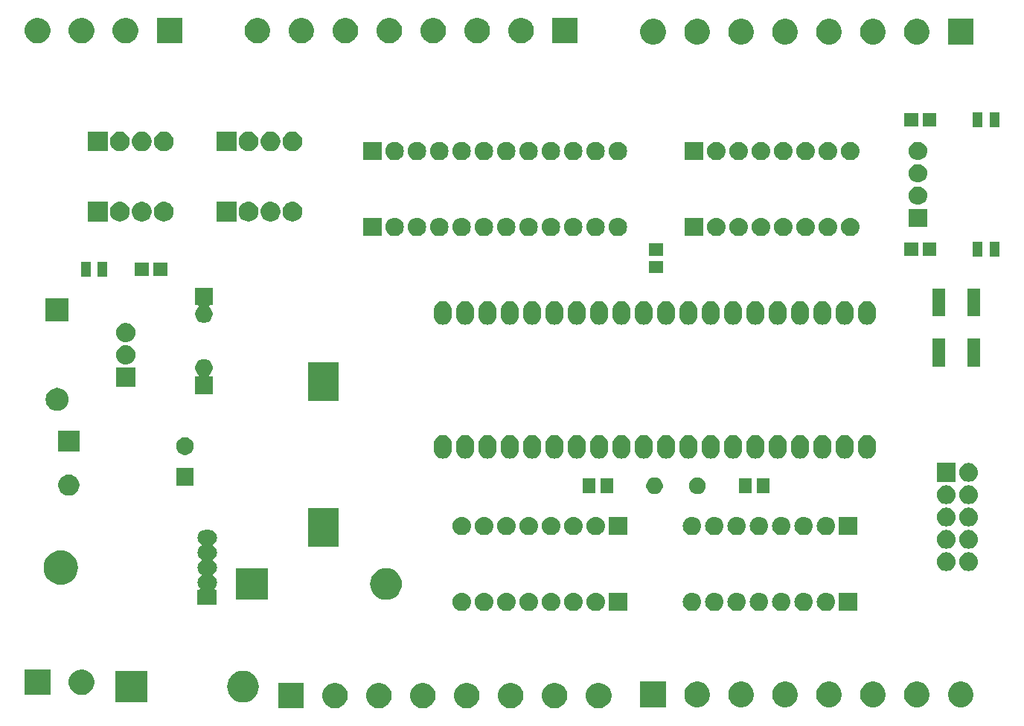
<source format=gbr>
G04 #@! TF.GenerationSoftware,KiCad,Pcbnew,5.1.1*
G04 #@! TF.CreationDate,2019-04-25T13:19:34+05:30*
G04 #@! TF.ProjectId,OpenPLC_V2,4f70656e-504c-4435-9f56-322e6b696361,rev?*
G04 #@! TF.SameCoordinates,Original*
G04 #@! TF.FileFunction,Soldermask,Top*
G04 #@! TF.FilePolarity,Negative*
%FSLAX46Y46*%
G04 Gerber Fmt 4.6, Leading zero omitted, Abs format (unit mm)*
G04 Created by KiCad (PCBNEW 5.1.1) date 2019-04-25 13:19:34*
%MOMM*%
%LPD*%
G04 APERTURE LIST*
%ADD10C,0.100000*%
G04 APERTURE END LIST*
D10*
G36*
X160263948Y-119001722D02*
G01*
X160527831Y-119111026D01*
X160527833Y-119111027D01*
X160765321Y-119269711D01*
X160967289Y-119471679D01*
X161125973Y-119709167D01*
X161125974Y-119709169D01*
X161235278Y-119973052D01*
X161291000Y-120253186D01*
X161291000Y-120538814D01*
X161235278Y-120818948D01*
X161208379Y-120883887D01*
X161125973Y-121082833D01*
X160967289Y-121320321D01*
X160765321Y-121522289D01*
X160527833Y-121680973D01*
X160527832Y-121680974D01*
X160527831Y-121680974D01*
X160263948Y-121790278D01*
X159983814Y-121846000D01*
X159698186Y-121846000D01*
X159418052Y-121790278D01*
X159154169Y-121680974D01*
X159154168Y-121680974D01*
X159154167Y-121680973D01*
X158916679Y-121522289D01*
X158714711Y-121320321D01*
X158556027Y-121082833D01*
X158473621Y-120883887D01*
X158446722Y-120818948D01*
X158391000Y-120538814D01*
X158391000Y-120253186D01*
X158446722Y-119973052D01*
X158556026Y-119709169D01*
X158556027Y-119709167D01*
X158714711Y-119471679D01*
X158916679Y-119269711D01*
X159154167Y-119111027D01*
X159154169Y-119111026D01*
X159418052Y-119001722D01*
X159698186Y-118946000D01*
X159983814Y-118946000D01*
X160263948Y-119001722D01*
X160263948Y-119001722D01*
G37*
G36*
X150263948Y-119001722D02*
G01*
X150527831Y-119111026D01*
X150527833Y-119111027D01*
X150765321Y-119269711D01*
X150967289Y-119471679D01*
X151125973Y-119709167D01*
X151125974Y-119709169D01*
X151235278Y-119973052D01*
X151291000Y-120253186D01*
X151291000Y-120538814D01*
X151235278Y-120818948D01*
X151208379Y-120883887D01*
X151125973Y-121082833D01*
X150967289Y-121320321D01*
X150765321Y-121522289D01*
X150527833Y-121680973D01*
X150527832Y-121680974D01*
X150527831Y-121680974D01*
X150263948Y-121790278D01*
X149983814Y-121846000D01*
X149698186Y-121846000D01*
X149418052Y-121790278D01*
X149154169Y-121680974D01*
X149154168Y-121680974D01*
X149154167Y-121680973D01*
X148916679Y-121522289D01*
X148714711Y-121320321D01*
X148556027Y-121082833D01*
X148473621Y-120883887D01*
X148446722Y-120818948D01*
X148391000Y-120538814D01*
X148391000Y-120253186D01*
X148446722Y-119973052D01*
X148556026Y-119709169D01*
X148556027Y-119709167D01*
X148714711Y-119471679D01*
X148916679Y-119269711D01*
X149154167Y-119111027D01*
X149154169Y-119111026D01*
X149418052Y-119001722D01*
X149698186Y-118946000D01*
X149983814Y-118946000D01*
X150263948Y-119001722D01*
X150263948Y-119001722D01*
G37*
G36*
X145263948Y-119001722D02*
G01*
X145527831Y-119111026D01*
X145527833Y-119111027D01*
X145765321Y-119269711D01*
X145967289Y-119471679D01*
X146125973Y-119709167D01*
X146125974Y-119709169D01*
X146235278Y-119973052D01*
X146291000Y-120253186D01*
X146291000Y-120538814D01*
X146235278Y-120818948D01*
X146208379Y-120883887D01*
X146125973Y-121082833D01*
X145967289Y-121320321D01*
X145765321Y-121522289D01*
X145527833Y-121680973D01*
X145527832Y-121680974D01*
X145527831Y-121680974D01*
X145263948Y-121790278D01*
X144983814Y-121846000D01*
X144698186Y-121846000D01*
X144418052Y-121790278D01*
X144154169Y-121680974D01*
X144154168Y-121680974D01*
X144154167Y-121680973D01*
X143916679Y-121522289D01*
X143714711Y-121320321D01*
X143556027Y-121082833D01*
X143473621Y-120883887D01*
X143446722Y-120818948D01*
X143391000Y-120538814D01*
X143391000Y-120253186D01*
X143446722Y-119973052D01*
X143556026Y-119709169D01*
X143556027Y-119709167D01*
X143714711Y-119471679D01*
X143916679Y-119269711D01*
X144154167Y-119111027D01*
X144154169Y-119111026D01*
X144418052Y-119001722D01*
X144698186Y-118946000D01*
X144983814Y-118946000D01*
X145263948Y-119001722D01*
X145263948Y-119001722D01*
G37*
G36*
X140263948Y-119001722D02*
G01*
X140527831Y-119111026D01*
X140527833Y-119111027D01*
X140765321Y-119269711D01*
X140967289Y-119471679D01*
X141125973Y-119709167D01*
X141125974Y-119709169D01*
X141235278Y-119973052D01*
X141291000Y-120253186D01*
X141291000Y-120538814D01*
X141235278Y-120818948D01*
X141208379Y-120883887D01*
X141125973Y-121082833D01*
X140967289Y-121320321D01*
X140765321Y-121522289D01*
X140527833Y-121680973D01*
X140527832Y-121680974D01*
X140527831Y-121680974D01*
X140263948Y-121790278D01*
X139983814Y-121846000D01*
X139698186Y-121846000D01*
X139418052Y-121790278D01*
X139154169Y-121680974D01*
X139154168Y-121680974D01*
X139154167Y-121680973D01*
X138916679Y-121522289D01*
X138714711Y-121320321D01*
X138556027Y-121082833D01*
X138473621Y-120883887D01*
X138446722Y-120818948D01*
X138391000Y-120538814D01*
X138391000Y-120253186D01*
X138446722Y-119973052D01*
X138556026Y-119709169D01*
X138556027Y-119709167D01*
X138714711Y-119471679D01*
X138916679Y-119269711D01*
X139154167Y-119111027D01*
X139154169Y-119111026D01*
X139418052Y-119001722D01*
X139698186Y-118946000D01*
X139983814Y-118946000D01*
X140263948Y-119001722D01*
X140263948Y-119001722D01*
G37*
G36*
X135263948Y-119001722D02*
G01*
X135527831Y-119111026D01*
X135527833Y-119111027D01*
X135765321Y-119269711D01*
X135967289Y-119471679D01*
X136125973Y-119709167D01*
X136125974Y-119709169D01*
X136235278Y-119973052D01*
X136291000Y-120253186D01*
X136291000Y-120538814D01*
X136235278Y-120818948D01*
X136208379Y-120883887D01*
X136125973Y-121082833D01*
X135967289Y-121320321D01*
X135765321Y-121522289D01*
X135527833Y-121680973D01*
X135527832Y-121680974D01*
X135527831Y-121680974D01*
X135263948Y-121790278D01*
X134983814Y-121846000D01*
X134698186Y-121846000D01*
X134418052Y-121790278D01*
X134154169Y-121680974D01*
X134154168Y-121680974D01*
X134154167Y-121680973D01*
X133916679Y-121522289D01*
X133714711Y-121320321D01*
X133556027Y-121082833D01*
X133473621Y-120883887D01*
X133446722Y-120818948D01*
X133391000Y-120538814D01*
X133391000Y-120253186D01*
X133446722Y-119973052D01*
X133556026Y-119709169D01*
X133556027Y-119709167D01*
X133714711Y-119471679D01*
X133916679Y-119269711D01*
X134154167Y-119111027D01*
X134154169Y-119111026D01*
X134418052Y-119001722D01*
X134698186Y-118946000D01*
X134983814Y-118946000D01*
X135263948Y-119001722D01*
X135263948Y-119001722D01*
G37*
G36*
X126291000Y-121846000D02*
G01*
X123391000Y-121846000D01*
X123391000Y-118946000D01*
X126291000Y-118946000D01*
X126291000Y-121846000D01*
X126291000Y-121846000D01*
G37*
G36*
X130263948Y-119001722D02*
G01*
X130527831Y-119111026D01*
X130527833Y-119111027D01*
X130765321Y-119269711D01*
X130967289Y-119471679D01*
X131125973Y-119709167D01*
X131125974Y-119709169D01*
X131235278Y-119973052D01*
X131291000Y-120253186D01*
X131291000Y-120538814D01*
X131235278Y-120818948D01*
X131208379Y-120883887D01*
X131125973Y-121082833D01*
X130967289Y-121320321D01*
X130765321Y-121522289D01*
X130527833Y-121680973D01*
X130527832Y-121680974D01*
X130527831Y-121680974D01*
X130263948Y-121790278D01*
X129983814Y-121846000D01*
X129698186Y-121846000D01*
X129418052Y-121790278D01*
X129154169Y-121680974D01*
X129154168Y-121680974D01*
X129154167Y-121680973D01*
X128916679Y-121522289D01*
X128714711Y-121320321D01*
X128556027Y-121082833D01*
X128473621Y-120883887D01*
X128446722Y-120818948D01*
X128391000Y-120538814D01*
X128391000Y-120253186D01*
X128446722Y-119973052D01*
X128556026Y-119709169D01*
X128556027Y-119709167D01*
X128714711Y-119471679D01*
X128916679Y-119269711D01*
X129154167Y-119111027D01*
X129154169Y-119111026D01*
X129418052Y-119001722D01*
X129698186Y-118946000D01*
X129983814Y-118946000D01*
X130263948Y-119001722D01*
X130263948Y-119001722D01*
G37*
G36*
X155263948Y-119001722D02*
G01*
X155527831Y-119111026D01*
X155527833Y-119111027D01*
X155765321Y-119269711D01*
X155967289Y-119471679D01*
X156125973Y-119709167D01*
X156125974Y-119709169D01*
X156235278Y-119973052D01*
X156291000Y-120253186D01*
X156291000Y-120538814D01*
X156235278Y-120818948D01*
X156208379Y-120883887D01*
X156125973Y-121082833D01*
X155967289Y-121320321D01*
X155765321Y-121522289D01*
X155527833Y-121680973D01*
X155527832Y-121680974D01*
X155527831Y-121680974D01*
X155263948Y-121790278D01*
X154983814Y-121846000D01*
X154698186Y-121846000D01*
X154418052Y-121790278D01*
X154154169Y-121680974D01*
X154154168Y-121680974D01*
X154154167Y-121680973D01*
X153916679Y-121522289D01*
X153714711Y-121320321D01*
X153556027Y-121082833D01*
X153473621Y-120883887D01*
X153446722Y-120818948D01*
X153391000Y-120538814D01*
X153391000Y-120253186D01*
X153446722Y-119973052D01*
X153556026Y-119709169D01*
X153556027Y-119709167D01*
X153714711Y-119471679D01*
X153916679Y-119269711D01*
X154154167Y-119111027D01*
X154154169Y-119111026D01*
X154418052Y-119001722D01*
X154698186Y-118946000D01*
X154983814Y-118946000D01*
X155263948Y-119001722D01*
X155263948Y-119001722D01*
G37*
G36*
X167491000Y-121719000D02*
G01*
X164591000Y-121719000D01*
X164591000Y-118819000D01*
X167491000Y-118819000D01*
X167491000Y-121719000D01*
X167491000Y-121719000D01*
G37*
G36*
X171463948Y-118874722D02*
G01*
X171727831Y-118984026D01*
X171727833Y-118984027D01*
X171965321Y-119142711D01*
X172167289Y-119344679D01*
X172325973Y-119582167D01*
X172325974Y-119582169D01*
X172435278Y-119846052D01*
X172491000Y-120126186D01*
X172491000Y-120411814D01*
X172435278Y-120691948D01*
X172382672Y-120818949D01*
X172325973Y-120955833D01*
X172167289Y-121193321D01*
X171965321Y-121395289D01*
X171727833Y-121553973D01*
X171727832Y-121553974D01*
X171727831Y-121553974D01*
X171463948Y-121663278D01*
X171183814Y-121719000D01*
X170898186Y-121719000D01*
X170618052Y-121663278D01*
X170354169Y-121553974D01*
X170354168Y-121553974D01*
X170354167Y-121553973D01*
X170116679Y-121395289D01*
X169914711Y-121193321D01*
X169756027Y-120955833D01*
X169699328Y-120818949D01*
X169646722Y-120691948D01*
X169591000Y-120411814D01*
X169591000Y-120126186D01*
X169646722Y-119846052D01*
X169756026Y-119582169D01*
X169756027Y-119582167D01*
X169914711Y-119344679D01*
X170116679Y-119142711D01*
X170354167Y-118984027D01*
X170354169Y-118984026D01*
X170618052Y-118874722D01*
X170898186Y-118819000D01*
X171183814Y-118819000D01*
X171463948Y-118874722D01*
X171463948Y-118874722D01*
G37*
G36*
X176463948Y-118874722D02*
G01*
X176727831Y-118984026D01*
X176727833Y-118984027D01*
X176965321Y-119142711D01*
X177167289Y-119344679D01*
X177325973Y-119582167D01*
X177325974Y-119582169D01*
X177435278Y-119846052D01*
X177491000Y-120126186D01*
X177491000Y-120411814D01*
X177435278Y-120691948D01*
X177382672Y-120818949D01*
X177325973Y-120955833D01*
X177167289Y-121193321D01*
X176965321Y-121395289D01*
X176727833Y-121553973D01*
X176727832Y-121553974D01*
X176727831Y-121553974D01*
X176463948Y-121663278D01*
X176183814Y-121719000D01*
X175898186Y-121719000D01*
X175618052Y-121663278D01*
X175354169Y-121553974D01*
X175354168Y-121553974D01*
X175354167Y-121553973D01*
X175116679Y-121395289D01*
X174914711Y-121193321D01*
X174756027Y-120955833D01*
X174699328Y-120818949D01*
X174646722Y-120691948D01*
X174591000Y-120411814D01*
X174591000Y-120126186D01*
X174646722Y-119846052D01*
X174756026Y-119582169D01*
X174756027Y-119582167D01*
X174914711Y-119344679D01*
X175116679Y-119142711D01*
X175354167Y-118984027D01*
X175354169Y-118984026D01*
X175618052Y-118874722D01*
X175898186Y-118819000D01*
X176183814Y-118819000D01*
X176463948Y-118874722D01*
X176463948Y-118874722D01*
G37*
G36*
X181463948Y-118874722D02*
G01*
X181727831Y-118984026D01*
X181727833Y-118984027D01*
X181965321Y-119142711D01*
X182167289Y-119344679D01*
X182325973Y-119582167D01*
X182325974Y-119582169D01*
X182435278Y-119846052D01*
X182491000Y-120126186D01*
X182491000Y-120411814D01*
X182435278Y-120691948D01*
X182382672Y-120818949D01*
X182325973Y-120955833D01*
X182167289Y-121193321D01*
X181965321Y-121395289D01*
X181727833Y-121553973D01*
X181727832Y-121553974D01*
X181727831Y-121553974D01*
X181463948Y-121663278D01*
X181183814Y-121719000D01*
X180898186Y-121719000D01*
X180618052Y-121663278D01*
X180354169Y-121553974D01*
X180354168Y-121553974D01*
X180354167Y-121553973D01*
X180116679Y-121395289D01*
X179914711Y-121193321D01*
X179756027Y-120955833D01*
X179699328Y-120818949D01*
X179646722Y-120691948D01*
X179591000Y-120411814D01*
X179591000Y-120126186D01*
X179646722Y-119846052D01*
X179756026Y-119582169D01*
X179756027Y-119582167D01*
X179914711Y-119344679D01*
X180116679Y-119142711D01*
X180354167Y-118984027D01*
X180354169Y-118984026D01*
X180618052Y-118874722D01*
X180898186Y-118819000D01*
X181183814Y-118819000D01*
X181463948Y-118874722D01*
X181463948Y-118874722D01*
G37*
G36*
X191463948Y-118874722D02*
G01*
X191727831Y-118984026D01*
X191727833Y-118984027D01*
X191965321Y-119142711D01*
X192167289Y-119344679D01*
X192325973Y-119582167D01*
X192325974Y-119582169D01*
X192435278Y-119846052D01*
X192491000Y-120126186D01*
X192491000Y-120411814D01*
X192435278Y-120691948D01*
X192382672Y-120818949D01*
X192325973Y-120955833D01*
X192167289Y-121193321D01*
X191965321Y-121395289D01*
X191727833Y-121553973D01*
X191727832Y-121553974D01*
X191727831Y-121553974D01*
X191463948Y-121663278D01*
X191183814Y-121719000D01*
X190898186Y-121719000D01*
X190618052Y-121663278D01*
X190354169Y-121553974D01*
X190354168Y-121553974D01*
X190354167Y-121553973D01*
X190116679Y-121395289D01*
X189914711Y-121193321D01*
X189756027Y-120955833D01*
X189699328Y-120818949D01*
X189646722Y-120691948D01*
X189591000Y-120411814D01*
X189591000Y-120126186D01*
X189646722Y-119846052D01*
X189756026Y-119582169D01*
X189756027Y-119582167D01*
X189914711Y-119344679D01*
X190116679Y-119142711D01*
X190354167Y-118984027D01*
X190354169Y-118984026D01*
X190618052Y-118874722D01*
X190898186Y-118819000D01*
X191183814Y-118819000D01*
X191463948Y-118874722D01*
X191463948Y-118874722D01*
G37*
G36*
X196463948Y-118874722D02*
G01*
X196727831Y-118984026D01*
X196727833Y-118984027D01*
X196965321Y-119142711D01*
X197167289Y-119344679D01*
X197325973Y-119582167D01*
X197325974Y-119582169D01*
X197435278Y-119846052D01*
X197491000Y-120126186D01*
X197491000Y-120411814D01*
X197435278Y-120691948D01*
X197382672Y-120818949D01*
X197325973Y-120955833D01*
X197167289Y-121193321D01*
X196965321Y-121395289D01*
X196727833Y-121553973D01*
X196727832Y-121553974D01*
X196727831Y-121553974D01*
X196463948Y-121663278D01*
X196183814Y-121719000D01*
X195898186Y-121719000D01*
X195618052Y-121663278D01*
X195354169Y-121553974D01*
X195354168Y-121553974D01*
X195354167Y-121553973D01*
X195116679Y-121395289D01*
X194914711Y-121193321D01*
X194756027Y-120955833D01*
X194699328Y-120818949D01*
X194646722Y-120691948D01*
X194591000Y-120411814D01*
X194591000Y-120126186D01*
X194646722Y-119846052D01*
X194756026Y-119582169D01*
X194756027Y-119582167D01*
X194914711Y-119344679D01*
X195116679Y-119142711D01*
X195354167Y-118984027D01*
X195354169Y-118984026D01*
X195618052Y-118874722D01*
X195898186Y-118819000D01*
X196183814Y-118819000D01*
X196463948Y-118874722D01*
X196463948Y-118874722D01*
G37*
G36*
X201463948Y-118874722D02*
G01*
X201727831Y-118984026D01*
X201727833Y-118984027D01*
X201965321Y-119142711D01*
X202167289Y-119344679D01*
X202325973Y-119582167D01*
X202325974Y-119582169D01*
X202435278Y-119846052D01*
X202491000Y-120126186D01*
X202491000Y-120411814D01*
X202435278Y-120691948D01*
X202382672Y-120818949D01*
X202325973Y-120955833D01*
X202167289Y-121193321D01*
X201965321Y-121395289D01*
X201727833Y-121553973D01*
X201727832Y-121553974D01*
X201727831Y-121553974D01*
X201463948Y-121663278D01*
X201183814Y-121719000D01*
X200898186Y-121719000D01*
X200618052Y-121663278D01*
X200354169Y-121553974D01*
X200354168Y-121553974D01*
X200354167Y-121553973D01*
X200116679Y-121395289D01*
X199914711Y-121193321D01*
X199756027Y-120955833D01*
X199699328Y-120818949D01*
X199646722Y-120691948D01*
X199591000Y-120411814D01*
X199591000Y-120126186D01*
X199646722Y-119846052D01*
X199756026Y-119582169D01*
X199756027Y-119582167D01*
X199914711Y-119344679D01*
X200116679Y-119142711D01*
X200354167Y-118984027D01*
X200354169Y-118984026D01*
X200618052Y-118874722D01*
X200898186Y-118819000D01*
X201183814Y-118819000D01*
X201463948Y-118874722D01*
X201463948Y-118874722D01*
G37*
G36*
X186463948Y-118874722D02*
G01*
X186727831Y-118984026D01*
X186727833Y-118984027D01*
X186965321Y-119142711D01*
X187167289Y-119344679D01*
X187325973Y-119582167D01*
X187325974Y-119582169D01*
X187435278Y-119846052D01*
X187491000Y-120126186D01*
X187491000Y-120411814D01*
X187435278Y-120691948D01*
X187382672Y-120818949D01*
X187325973Y-120955833D01*
X187167289Y-121193321D01*
X186965321Y-121395289D01*
X186727833Y-121553973D01*
X186727832Y-121553974D01*
X186727831Y-121553974D01*
X186463948Y-121663278D01*
X186183814Y-121719000D01*
X185898186Y-121719000D01*
X185618052Y-121663278D01*
X185354169Y-121553974D01*
X185354168Y-121553974D01*
X185354167Y-121553973D01*
X185116679Y-121395289D01*
X184914711Y-121193321D01*
X184756027Y-120955833D01*
X184699328Y-120818949D01*
X184646722Y-120691948D01*
X184591000Y-120411814D01*
X184591000Y-120126186D01*
X184646722Y-119846052D01*
X184756026Y-119582169D01*
X184756027Y-119582167D01*
X184914711Y-119344679D01*
X185116679Y-119142711D01*
X185354167Y-118984027D01*
X185354169Y-118984026D01*
X185618052Y-118874722D01*
X185898186Y-118819000D01*
X186183814Y-118819000D01*
X186463948Y-118874722D01*
X186463948Y-118874722D01*
G37*
G36*
X108480000Y-121180000D02*
G01*
X104880000Y-121180000D01*
X104880000Y-117580000D01*
X108480000Y-117580000D01*
X108480000Y-121180000D01*
X108480000Y-121180000D01*
G37*
G36*
X119732860Y-117606044D02*
G01*
X120072166Y-117708972D01*
X120237997Y-117797611D01*
X120384865Y-117876113D01*
X120470024Y-117946002D01*
X120658951Y-118101049D01*
X120813998Y-118289976D01*
X120883887Y-118375135D01*
X120923396Y-118449052D01*
X121051028Y-118687834D01*
X121153956Y-119027140D01*
X121188709Y-119380000D01*
X121153956Y-119732860D01*
X121051028Y-120072166D01*
X121005697Y-120156974D01*
X120883887Y-120384865D01*
X120861771Y-120411813D01*
X120658951Y-120658951D01*
X120470024Y-120813998D01*
X120384865Y-120883887D01*
X120250267Y-120955831D01*
X120072166Y-121051028D01*
X119732860Y-121153956D01*
X119468427Y-121180000D01*
X119291573Y-121180000D01*
X119027140Y-121153956D01*
X118687834Y-121051028D01*
X118509733Y-120955831D01*
X118375135Y-120883887D01*
X118289976Y-120813998D01*
X118101049Y-120658951D01*
X117898229Y-120411813D01*
X117876113Y-120384865D01*
X117754303Y-120156974D01*
X117708972Y-120072166D01*
X117606044Y-119732860D01*
X117571291Y-119380000D01*
X117606044Y-119027140D01*
X117708972Y-118687834D01*
X117836604Y-118449052D01*
X117876113Y-118375135D01*
X117946002Y-118289976D01*
X118101049Y-118101049D01*
X118289976Y-117946002D01*
X118375135Y-117876113D01*
X118522003Y-117797611D01*
X118687834Y-117708972D01*
X119027140Y-117606044D01*
X119291573Y-117580000D01*
X119468427Y-117580000D01*
X119732860Y-117606044D01*
X119732860Y-117606044D01*
G37*
G36*
X97462000Y-120322000D02*
G01*
X94562000Y-120322000D01*
X94562000Y-117422000D01*
X97462000Y-117422000D01*
X97462000Y-120322000D01*
X97462000Y-120322000D01*
G37*
G36*
X101434948Y-117477722D02*
G01*
X101698831Y-117587026D01*
X101698833Y-117587027D01*
X101936321Y-117745711D01*
X102138289Y-117947679D01*
X102240767Y-118101049D01*
X102296974Y-118185169D01*
X102406278Y-118449052D01*
X102462000Y-118729186D01*
X102462000Y-119014814D01*
X102406278Y-119294948D01*
X102333073Y-119471680D01*
X102296973Y-119558833D01*
X102138289Y-119796321D01*
X101936321Y-119998289D01*
X101698833Y-120156973D01*
X101698832Y-120156974D01*
X101698831Y-120156974D01*
X101434948Y-120266278D01*
X101154814Y-120322000D01*
X100869186Y-120322000D01*
X100589052Y-120266278D01*
X100325169Y-120156974D01*
X100325168Y-120156974D01*
X100325167Y-120156973D01*
X100087679Y-119998289D01*
X99885711Y-119796321D01*
X99727027Y-119558833D01*
X99690927Y-119471680D01*
X99617722Y-119294948D01*
X99562000Y-119014814D01*
X99562000Y-118729186D01*
X99617722Y-118449052D01*
X99727026Y-118185169D01*
X99783233Y-118101049D01*
X99885711Y-117947679D01*
X100087679Y-117745711D01*
X100325167Y-117587027D01*
X100325169Y-117587026D01*
X100589052Y-117477722D01*
X100869186Y-117422000D01*
X101154814Y-117422000D01*
X101434948Y-117477722D01*
X101434948Y-117477722D01*
G37*
G36*
X173134137Y-108685596D02*
G01*
X173211266Y-108693193D01*
X173409192Y-108753233D01*
X173409195Y-108753234D01*
X173591600Y-108850732D01*
X173751485Y-108981945D01*
X173882698Y-109141830D01*
X173980196Y-109324235D01*
X173980197Y-109324238D01*
X174040237Y-109522164D01*
X174060510Y-109728000D01*
X174040237Y-109933836D01*
X173980197Y-110131762D01*
X173980196Y-110131765D01*
X173882698Y-110314170D01*
X173751485Y-110474055D01*
X173591600Y-110605268D01*
X173409195Y-110702766D01*
X173409192Y-110702767D01*
X173211266Y-110762807D01*
X173134137Y-110770404D01*
X173057010Y-110778000D01*
X172953850Y-110778000D01*
X172876723Y-110770404D01*
X172799594Y-110762807D01*
X172601668Y-110702767D01*
X172601665Y-110702766D01*
X172419260Y-110605268D01*
X172259375Y-110474055D01*
X172128162Y-110314170D01*
X172030664Y-110131765D01*
X172030663Y-110131762D01*
X171970623Y-109933836D01*
X171950350Y-109728000D01*
X171970623Y-109522164D01*
X172030663Y-109324238D01*
X172030664Y-109324235D01*
X172128162Y-109141830D01*
X172259375Y-108981945D01*
X172419260Y-108850732D01*
X172601665Y-108753234D01*
X172601668Y-108753233D01*
X172799594Y-108693193D01*
X172876723Y-108685596D01*
X172953850Y-108678000D01*
X173057010Y-108678000D01*
X173134137Y-108685596D01*
X173134137Y-108685596D01*
G37*
G36*
X163092000Y-110778000D02*
G01*
X160992000Y-110778000D01*
X160992000Y-108678000D01*
X163092000Y-108678000D01*
X163092000Y-110778000D01*
X163092000Y-110778000D01*
G37*
G36*
X159630707Y-108685596D02*
G01*
X159707836Y-108693193D01*
X159905762Y-108753233D01*
X159905765Y-108753234D01*
X160088170Y-108850732D01*
X160248055Y-108981945D01*
X160379268Y-109141830D01*
X160476766Y-109324235D01*
X160476767Y-109324238D01*
X160536807Y-109522164D01*
X160557080Y-109728000D01*
X160536807Y-109933836D01*
X160476767Y-110131762D01*
X160476766Y-110131765D01*
X160379268Y-110314170D01*
X160248055Y-110474055D01*
X160088170Y-110605268D01*
X159905765Y-110702766D01*
X159905762Y-110702767D01*
X159707836Y-110762807D01*
X159630707Y-110770404D01*
X159553580Y-110778000D01*
X159450420Y-110778000D01*
X159373293Y-110770404D01*
X159296164Y-110762807D01*
X159098238Y-110702767D01*
X159098235Y-110702766D01*
X158915830Y-110605268D01*
X158755945Y-110474055D01*
X158624732Y-110314170D01*
X158527234Y-110131765D01*
X158527233Y-110131762D01*
X158467193Y-109933836D01*
X158446920Y-109728000D01*
X158467193Y-109522164D01*
X158527233Y-109324238D01*
X158527234Y-109324235D01*
X158624732Y-109141830D01*
X158755945Y-108981945D01*
X158915830Y-108850732D01*
X159098235Y-108753234D01*
X159098238Y-108753233D01*
X159296164Y-108693193D01*
X159373293Y-108685596D01*
X159450420Y-108678000D01*
X159553580Y-108678000D01*
X159630707Y-108685596D01*
X159630707Y-108685596D01*
G37*
G36*
X157090707Y-108685596D02*
G01*
X157167836Y-108693193D01*
X157365762Y-108753233D01*
X157365765Y-108753234D01*
X157548170Y-108850732D01*
X157708055Y-108981945D01*
X157839268Y-109141830D01*
X157936766Y-109324235D01*
X157936767Y-109324238D01*
X157996807Y-109522164D01*
X158017080Y-109728000D01*
X157996807Y-109933836D01*
X157936767Y-110131762D01*
X157936766Y-110131765D01*
X157839268Y-110314170D01*
X157708055Y-110474055D01*
X157548170Y-110605268D01*
X157365765Y-110702766D01*
X157365762Y-110702767D01*
X157167836Y-110762807D01*
X157090707Y-110770404D01*
X157013580Y-110778000D01*
X156910420Y-110778000D01*
X156833293Y-110770404D01*
X156756164Y-110762807D01*
X156558238Y-110702767D01*
X156558235Y-110702766D01*
X156375830Y-110605268D01*
X156215945Y-110474055D01*
X156084732Y-110314170D01*
X155987234Y-110131765D01*
X155987233Y-110131762D01*
X155927193Y-109933836D01*
X155906920Y-109728000D01*
X155927193Y-109522164D01*
X155987233Y-109324238D01*
X155987234Y-109324235D01*
X156084732Y-109141830D01*
X156215945Y-108981945D01*
X156375830Y-108850732D01*
X156558235Y-108753234D01*
X156558238Y-108753233D01*
X156756164Y-108693193D01*
X156833293Y-108685596D01*
X156910420Y-108678000D01*
X157013580Y-108678000D01*
X157090707Y-108685596D01*
X157090707Y-108685596D01*
G37*
G36*
X154550707Y-108685596D02*
G01*
X154627836Y-108693193D01*
X154825762Y-108753233D01*
X154825765Y-108753234D01*
X155008170Y-108850732D01*
X155168055Y-108981945D01*
X155299268Y-109141830D01*
X155396766Y-109324235D01*
X155396767Y-109324238D01*
X155456807Y-109522164D01*
X155477080Y-109728000D01*
X155456807Y-109933836D01*
X155396767Y-110131762D01*
X155396766Y-110131765D01*
X155299268Y-110314170D01*
X155168055Y-110474055D01*
X155008170Y-110605268D01*
X154825765Y-110702766D01*
X154825762Y-110702767D01*
X154627836Y-110762807D01*
X154550707Y-110770404D01*
X154473580Y-110778000D01*
X154370420Y-110778000D01*
X154293293Y-110770404D01*
X154216164Y-110762807D01*
X154018238Y-110702767D01*
X154018235Y-110702766D01*
X153835830Y-110605268D01*
X153675945Y-110474055D01*
X153544732Y-110314170D01*
X153447234Y-110131765D01*
X153447233Y-110131762D01*
X153387193Y-109933836D01*
X153366920Y-109728000D01*
X153387193Y-109522164D01*
X153447233Y-109324238D01*
X153447234Y-109324235D01*
X153544732Y-109141830D01*
X153675945Y-108981945D01*
X153835830Y-108850732D01*
X154018235Y-108753234D01*
X154018238Y-108753233D01*
X154216164Y-108693193D01*
X154293293Y-108685596D01*
X154370420Y-108678000D01*
X154473580Y-108678000D01*
X154550707Y-108685596D01*
X154550707Y-108685596D01*
G37*
G36*
X152010707Y-108685596D02*
G01*
X152087836Y-108693193D01*
X152285762Y-108753233D01*
X152285765Y-108753234D01*
X152468170Y-108850732D01*
X152628055Y-108981945D01*
X152759268Y-109141830D01*
X152856766Y-109324235D01*
X152856767Y-109324238D01*
X152916807Y-109522164D01*
X152937080Y-109728000D01*
X152916807Y-109933836D01*
X152856767Y-110131762D01*
X152856766Y-110131765D01*
X152759268Y-110314170D01*
X152628055Y-110474055D01*
X152468170Y-110605268D01*
X152285765Y-110702766D01*
X152285762Y-110702767D01*
X152087836Y-110762807D01*
X152010707Y-110770404D01*
X151933580Y-110778000D01*
X151830420Y-110778000D01*
X151753293Y-110770404D01*
X151676164Y-110762807D01*
X151478238Y-110702767D01*
X151478235Y-110702766D01*
X151295830Y-110605268D01*
X151135945Y-110474055D01*
X151004732Y-110314170D01*
X150907234Y-110131765D01*
X150907233Y-110131762D01*
X150847193Y-109933836D01*
X150826920Y-109728000D01*
X150847193Y-109522164D01*
X150907233Y-109324238D01*
X150907234Y-109324235D01*
X151004732Y-109141830D01*
X151135945Y-108981945D01*
X151295830Y-108850732D01*
X151478235Y-108753234D01*
X151478238Y-108753233D01*
X151676164Y-108693193D01*
X151753293Y-108685596D01*
X151830420Y-108678000D01*
X151933580Y-108678000D01*
X152010707Y-108685596D01*
X152010707Y-108685596D01*
G37*
G36*
X149470707Y-108685596D02*
G01*
X149547836Y-108693193D01*
X149745762Y-108753233D01*
X149745765Y-108753234D01*
X149928170Y-108850732D01*
X150088055Y-108981945D01*
X150219268Y-109141830D01*
X150316766Y-109324235D01*
X150316767Y-109324238D01*
X150376807Y-109522164D01*
X150397080Y-109728000D01*
X150376807Y-109933836D01*
X150316767Y-110131762D01*
X150316766Y-110131765D01*
X150219268Y-110314170D01*
X150088055Y-110474055D01*
X149928170Y-110605268D01*
X149745765Y-110702766D01*
X149745762Y-110702767D01*
X149547836Y-110762807D01*
X149470707Y-110770404D01*
X149393580Y-110778000D01*
X149290420Y-110778000D01*
X149213293Y-110770404D01*
X149136164Y-110762807D01*
X148938238Y-110702767D01*
X148938235Y-110702766D01*
X148755830Y-110605268D01*
X148595945Y-110474055D01*
X148464732Y-110314170D01*
X148367234Y-110131765D01*
X148367233Y-110131762D01*
X148307193Y-109933836D01*
X148286920Y-109728000D01*
X148307193Y-109522164D01*
X148367233Y-109324238D01*
X148367234Y-109324235D01*
X148464732Y-109141830D01*
X148595945Y-108981945D01*
X148755830Y-108850732D01*
X148938235Y-108753234D01*
X148938238Y-108753233D01*
X149136164Y-108693193D01*
X149213293Y-108685596D01*
X149290420Y-108678000D01*
X149393580Y-108678000D01*
X149470707Y-108685596D01*
X149470707Y-108685596D01*
G37*
G36*
X146930707Y-108685596D02*
G01*
X147007836Y-108693193D01*
X147205762Y-108753233D01*
X147205765Y-108753234D01*
X147388170Y-108850732D01*
X147548055Y-108981945D01*
X147679268Y-109141830D01*
X147776766Y-109324235D01*
X147776767Y-109324238D01*
X147836807Y-109522164D01*
X147857080Y-109728000D01*
X147836807Y-109933836D01*
X147776767Y-110131762D01*
X147776766Y-110131765D01*
X147679268Y-110314170D01*
X147548055Y-110474055D01*
X147388170Y-110605268D01*
X147205765Y-110702766D01*
X147205762Y-110702767D01*
X147007836Y-110762807D01*
X146930707Y-110770404D01*
X146853580Y-110778000D01*
X146750420Y-110778000D01*
X146673293Y-110770404D01*
X146596164Y-110762807D01*
X146398238Y-110702767D01*
X146398235Y-110702766D01*
X146215830Y-110605268D01*
X146055945Y-110474055D01*
X145924732Y-110314170D01*
X145827234Y-110131765D01*
X145827233Y-110131762D01*
X145767193Y-109933836D01*
X145746920Y-109728000D01*
X145767193Y-109522164D01*
X145827233Y-109324238D01*
X145827234Y-109324235D01*
X145924732Y-109141830D01*
X146055945Y-108981945D01*
X146215830Y-108850732D01*
X146398235Y-108753234D01*
X146398238Y-108753233D01*
X146596164Y-108693193D01*
X146673293Y-108685596D01*
X146750420Y-108678000D01*
X146853580Y-108678000D01*
X146930707Y-108685596D01*
X146930707Y-108685596D01*
G37*
G36*
X170594137Y-108685596D02*
G01*
X170671266Y-108693193D01*
X170869192Y-108753233D01*
X170869195Y-108753234D01*
X171051600Y-108850732D01*
X171211485Y-108981945D01*
X171342698Y-109141830D01*
X171440196Y-109324235D01*
X171440197Y-109324238D01*
X171500237Y-109522164D01*
X171520510Y-109728000D01*
X171500237Y-109933836D01*
X171440197Y-110131762D01*
X171440196Y-110131765D01*
X171342698Y-110314170D01*
X171211485Y-110474055D01*
X171051600Y-110605268D01*
X170869195Y-110702766D01*
X170869192Y-110702767D01*
X170671266Y-110762807D01*
X170594137Y-110770404D01*
X170517010Y-110778000D01*
X170413850Y-110778000D01*
X170336723Y-110770404D01*
X170259594Y-110762807D01*
X170061668Y-110702767D01*
X170061665Y-110702766D01*
X169879260Y-110605268D01*
X169719375Y-110474055D01*
X169588162Y-110314170D01*
X169490664Y-110131765D01*
X169490663Y-110131762D01*
X169430623Y-109933836D01*
X169410350Y-109728000D01*
X169430623Y-109522164D01*
X169490663Y-109324238D01*
X169490664Y-109324235D01*
X169588162Y-109141830D01*
X169719375Y-108981945D01*
X169879260Y-108850732D01*
X170061665Y-108753234D01*
X170061668Y-108753233D01*
X170259594Y-108693193D01*
X170336723Y-108685596D01*
X170413850Y-108678000D01*
X170517010Y-108678000D01*
X170594137Y-108685596D01*
X170594137Y-108685596D01*
G37*
G36*
X185834137Y-108685596D02*
G01*
X185911266Y-108693193D01*
X186109192Y-108753233D01*
X186109195Y-108753234D01*
X186291600Y-108850732D01*
X186451485Y-108981945D01*
X186582698Y-109141830D01*
X186680196Y-109324235D01*
X186680197Y-109324238D01*
X186740237Y-109522164D01*
X186760510Y-109728000D01*
X186740237Y-109933836D01*
X186680197Y-110131762D01*
X186680196Y-110131765D01*
X186582698Y-110314170D01*
X186451485Y-110474055D01*
X186291600Y-110605268D01*
X186109195Y-110702766D01*
X186109192Y-110702767D01*
X185911266Y-110762807D01*
X185834137Y-110770404D01*
X185757010Y-110778000D01*
X185653850Y-110778000D01*
X185576723Y-110770404D01*
X185499594Y-110762807D01*
X185301668Y-110702767D01*
X185301665Y-110702766D01*
X185119260Y-110605268D01*
X184959375Y-110474055D01*
X184828162Y-110314170D01*
X184730664Y-110131765D01*
X184730663Y-110131762D01*
X184670623Y-109933836D01*
X184650350Y-109728000D01*
X184670623Y-109522164D01*
X184730663Y-109324238D01*
X184730664Y-109324235D01*
X184828162Y-109141830D01*
X184959375Y-108981945D01*
X185119260Y-108850732D01*
X185301665Y-108753234D01*
X185301668Y-108753233D01*
X185499594Y-108693193D01*
X185576723Y-108685596D01*
X185653850Y-108678000D01*
X185757010Y-108678000D01*
X185834137Y-108685596D01*
X185834137Y-108685596D01*
G37*
G36*
X175674137Y-108685596D02*
G01*
X175751266Y-108693193D01*
X175949192Y-108753233D01*
X175949195Y-108753234D01*
X176131600Y-108850732D01*
X176291485Y-108981945D01*
X176422698Y-109141830D01*
X176520196Y-109324235D01*
X176520197Y-109324238D01*
X176580237Y-109522164D01*
X176600510Y-109728000D01*
X176580237Y-109933836D01*
X176520197Y-110131762D01*
X176520196Y-110131765D01*
X176422698Y-110314170D01*
X176291485Y-110474055D01*
X176131600Y-110605268D01*
X175949195Y-110702766D01*
X175949192Y-110702767D01*
X175751266Y-110762807D01*
X175674137Y-110770404D01*
X175597010Y-110778000D01*
X175493850Y-110778000D01*
X175416723Y-110770404D01*
X175339594Y-110762807D01*
X175141668Y-110702767D01*
X175141665Y-110702766D01*
X174959260Y-110605268D01*
X174799375Y-110474055D01*
X174668162Y-110314170D01*
X174570664Y-110131765D01*
X174570663Y-110131762D01*
X174510623Y-109933836D01*
X174490350Y-109728000D01*
X174510623Y-109522164D01*
X174570663Y-109324238D01*
X174570664Y-109324235D01*
X174668162Y-109141830D01*
X174799375Y-108981945D01*
X174959260Y-108850732D01*
X175141665Y-108753234D01*
X175141668Y-108753233D01*
X175339594Y-108693193D01*
X175416723Y-108685596D01*
X175493850Y-108678000D01*
X175597010Y-108678000D01*
X175674137Y-108685596D01*
X175674137Y-108685596D01*
G37*
G36*
X178214137Y-108685596D02*
G01*
X178291266Y-108693193D01*
X178489192Y-108753233D01*
X178489195Y-108753234D01*
X178671600Y-108850732D01*
X178831485Y-108981945D01*
X178962698Y-109141830D01*
X179060196Y-109324235D01*
X179060197Y-109324238D01*
X179120237Y-109522164D01*
X179140510Y-109728000D01*
X179120237Y-109933836D01*
X179060197Y-110131762D01*
X179060196Y-110131765D01*
X178962698Y-110314170D01*
X178831485Y-110474055D01*
X178671600Y-110605268D01*
X178489195Y-110702766D01*
X178489192Y-110702767D01*
X178291266Y-110762807D01*
X178214137Y-110770404D01*
X178137010Y-110778000D01*
X178033850Y-110778000D01*
X177956723Y-110770404D01*
X177879594Y-110762807D01*
X177681668Y-110702767D01*
X177681665Y-110702766D01*
X177499260Y-110605268D01*
X177339375Y-110474055D01*
X177208162Y-110314170D01*
X177110664Y-110131765D01*
X177110663Y-110131762D01*
X177050623Y-109933836D01*
X177030350Y-109728000D01*
X177050623Y-109522164D01*
X177110663Y-109324238D01*
X177110664Y-109324235D01*
X177208162Y-109141830D01*
X177339375Y-108981945D01*
X177499260Y-108850732D01*
X177681665Y-108753234D01*
X177681668Y-108753233D01*
X177879594Y-108693193D01*
X177956723Y-108685596D01*
X178033850Y-108678000D01*
X178137010Y-108678000D01*
X178214137Y-108685596D01*
X178214137Y-108685596D01*
G37*
G36*
X180754137Y-108685596D02*
G01*
X180831266Y-108693193D01*
X181029192Y-108753233D01*
X181029195Y-108753234D01*
X181211600Y-108850732D01*
X181371485Y-108981945D01*
X181502698Y-109141830D01*
X181600196Y-109324235D01*
X181600197Y-109324238D01*
X181660237Y-109522164D01*
X181680510Y-109728000D01*
X181660237Y-109933836D01*
X181600197Y-110131762D01*
X181600196Y-110131765D01*
X181502698Y-110314170D01*
X181371485Y-110474055D01*
X181211600Y-110605268D01*
X181029195Y-110702766D01*
X181029192Y-110702767D01*
X180831266Y-110762807D01*
X180754137Y-110770404D01*
X180677010Y-110778000D01*
X180573850Y-110778000D01*
X180496723Y-110770404D01*
X180419594Y-110762807D01*
X180221668Y-110702767D01*
X180221665Y-110702766D01*
X180039260Y-110605268D01*
X179879375Y-110474055D01*
X179748162Y-110314170D01*
X179650664Y-110131765D01*
X179650663Y-110131762D01*
X179590623Y-109933836D01*
X179570350Y-109728000D01*
X179590623Y-109522164D01*
X179650663Y-109324238D01*
X179650664Y-109324235D01*
X179748162Y-109141830D01*
X179879375Y-108981945D01*
X180039260Y-108850732D01*
X180221665Y-108753234D01*
X180221668Y-108753233D01*
X180419594Y-108693193D01*
X180496723Y-108685596D01*
X180573850Y-108678000D01*
X180677010Y-108678000D01*
X180754137Y-108685596D01*
X180754137Y-108685596D01*
G37*
G36*
X183294137Y-108685596D02*
G01*
X183371266Y-108693193D01*
X183569192Y-108753233D01*
X183569195Y-108753234D01*
X183751600Y-108850732D01*
X183911485Y-108981945D01*
X184042698Y-109141830D01*
X184140196Y-109324235D01*
X184140197Y-109324238D01*
X184200237Y-109522164D01*
X184220510Y-109728000D01*
X184200237Y-109933836D01*
X184140197Y-110131762D01*
X184140196Y-110131765D01*
X184042698Y-110314170D01*
X183911485Y-110474055D01*
X183751600Y-110605268D01*
X183569195Y-110702766D01*
X183569192Y-110702767D01*
X183371266Y-110762807D01*
X183294137Y-110770404D01*
X183217010Y-110778000D01*
X183113850Y-110778000D01*
X183036723Y-110770404D01*
X182959594Y-110762807D01*
X182761668Y-110702767D01*
X182761665Y-110702766D01*
X182579260Y-110605268D01*
X182419375Y-110474055D01*
X182288162Y-110314170D01*
X182190664Y-110131765D01*
X182190663Y-110131762D01*
X182130623Y-109933836D01*
X182110350Y-109728000D01*
X182130623Y-109522164D01*
X182190663Y-109324238D01*
X182190664Y-109324235D01*
X182288162Y-109141830D01*
X182419375Y-108981945D01*
X182579260Y-108850732D01*
X182761665Y-108753234D01*
X182761668Y-108753233D01*
X182959594Y-108693193D01*
X183036723Y-108685596D01*
X183113850Y-108678000D01*
X183217010Y-108678000D01*
X183294137Y-108685596D01*
X183294137Y-108685596D01*
G37*
G36*
X189295430Y-110778000D02*
G01*
X187195430Y-110778000D01*
X187195430Y-108678000D01*
X189295430Y-108678000D01*
X189295430Y-110778000D01*
X189295430Y-110778000D01*
G37*
G36*
X144390707Y-108685596D02*
G01*
X144467836Y-108693193D01*
X144665762Y-108753233D01*
X144665765Y-108753234D01*
X144848170Y-108850732D01*
X145008055Y-108981945D01*
X145139268Y-109141830D01*
X145236766Y-109324235D01*
X145236767Y-109324238D01*
X145296807Y-109522164D01*
X145317080Y-109728000D01*
X145296807Y-109933836D01*
X145236767Y-110131762D01*
X145236766Y-110131765D01*
X145139268Y-110314170D01*
X145008055Y-110474055D01*
X144848170Y-110605268D01*
X144665765Y-110702766D01*
X144665762Y-110702767D01*
X144467836Y-110762807D01*
X144390707Y-110770404D01*
X144313580Y-110778000D01*
X144210420Y-110778000D01*
X144133293Y-110770404D01*
X144056164Y-110762807D01*
X143858238Y-110702767D01*
X143858235Y-110702766D01*
X143675830Y-110605268D01*
X143515945Y-110474055D01*
X143384732Y-110314170D01*
X143287234Y-110131765D01*
X143287233Y-110131762D01*
X143227193Y-109933836D01*
X143206920Y-109728000D01*
X143227193Y-109522164D01*
X143287233Y-109324238D01*
X143287234Y-109324235D01*
X143384732Y-109141830D01*
X143515945Y-108981945D01*
X143675830Y-108850732D01*
X143858235Y-108753234D01*
X143858238Y-108753233D01*
X144056164Y-108693193D01*
X144133293Y-108685596D01*
X144210420Y-108678000D01*
X144313580Y-108678000D01*
X144390707Y-108685596D01*
X144390707Y-108685596D01*
G37*
G36*
X115626829Y-101549220D02*
G01*
X115712530Y-101557661D01*
X115877468Y-101607695D01*
X116029476Y-101688944D01*
X116162712Y-101798288D01*
X116272056Y-101931524D01*
X116272058Y-101931528D01*
X116344344Y-102066766D01*
X116353305Y-102083532D01*
X116403339Y-102248470D01*
X116420233Y-102420000D01*
X116403339Y-102591530D01*
X116353305Y-102756468D01*
X116272056Y-102908476D01*
X116162712Y-103041712D01*
X116029476Y-103151056D01*
X116013183Y-103159765D01*
X115992815Y-103173374D01*
X115975488Y-103190701D01*
X115961874Y-103211075D01*
X115952497Y-103233714D01*
X115947716Y-103257747D01*
X115947716Y-103282251D01*
X115952496Y-103306284D01*
X115961873Y-103328923D01*
X115975487Y-103349298D01*
X115992814Y-103366625D01*
X116013183Y-103380235D01*
X116029476Y-103388944D01*
X116162712Y-103498288D01*
X116272056Y-103631524D01*
X116353305Y-103783532D01*
X116403339Y-103948470D01*
X116420233Y-104120000D01*
X116403339Y-104291530D01*
X116353305Y-104456468D01*
X116272056Y-104608476D01*
X116162712Y-104741712D01*
X116029476Y-104851056D01*
X116013183Y-104859765D01*
X115992815Y-104873374D01*
X115975488Y-104890701D01*
X115961874Y-104911075D01*
X115952497Y-104933714D01*
X115947716Y-104957747D01*
X115947716Y-104982251D01*
X115952496Y-105006284D01*
X115961873Y-105028923D01*
X115975487Y-105049298D01*
X115992814Y-105066625D01*
X116013183Y-105080235D01*
X116029476Y-105088944D01*
X116162712Y-105198288D01*
X116272056Y-105331524D01*
X116353305Y-105483532D01*
X116403339Y-105648470D01*
X116420233Y-105820000D01*
X116403339Y-105991530D01*
X116353305Y-106156468D01*
X116272056Y-106308476D01*
X116162712Y-106441712D01*
X116029476Y-106551056D01*
X116013183Y-106559765D01*
X115992815Y-106573374D01*
X115975488Y-106590701D01*
X115961874Y-106611075D01*
X115952497Y-106633714D01*
X115947716Y-106657747D01*
X115947716Y-106682251D01*
X115952496Y-106706284D01*
X115961873Y-106728923D01*
X115975487Y-106749298D01*
X115992814Y-106766625D01*
X116013183Y-106780235D01*
X116029476Y-106788944D01*
X116162712Y-106898288D01*
X116272056Y-107031524D01*
X116353305Y-107183532D01*
X116403339Y-107348470D01*
X116420233Y-107520000D01*
X116403339Y-107691530D01*
X116353305Y-107856468D01*
X116272056Y-108008476D01*
X116163536Y-108140708D01*
X116149926Y-108161077D01*
X116140548Y-108183715D01*
X116135768Y-108207749D01*
X116135768Y-108232253D01*
X116140548Y-108256286D01*
X116149926Y-108278925D01*
X116163539Y-108299299D01*
X116180866Y-108316626D01*
X116201241Y-108330240D01*
X116223879Y-108339618D01*
X116247913Y-108344398D01*
X116260165Y-108345000D01*
X116416000Y-108345000D01*
X116416000Y-110095000D01*
X114216000Y-110095000D01*
X114216000Y-108345000D01*
X114371835Y-108345000D01*
X114396221Y-108342598D01*
X114419670Y-108335485D01*
X114441281Y-108323934D01*
X114460223Y-108308389D01*
X114475768Y-108289447D01*
X114487319Y-108267836D01*
X114494432Y-108244387D01*
X114496834Y-108220001D01*
X114494432Y-108195615D01*
X114487319Y-108172166D01*
X114475768Y-108150555D01*
X114468468Y-108140713D01*
X114359944Y-108008476D01*
X114278695Y-107856468D01*
X114228661Y-107691530D01*
X114211767Y-107520000D01*
X114228661Y-107348470D01*
X114278695Y-107183532D01*
X114359944Y-107031524D01*
X114469288Y-106898288D01*
X114602524Y-106788944D01*
X114618817Y-106780235D01*
X114639185Y-106766626D01*
X114656512Y-106749299D01*
X114670126Y-106728925D01*
X114679503Y-106706286D01*
X114684284Y-106682253D01*
X114684284Y-106657749D01*
X114679504Y-106633716D01*
X114670127Y-106611077D01*
X114656513Y-106590702D01*
X114639186Y-106573375D01*
X114618817Y-106559765D01*
X114602524Y-106551056D01*
X114469288Y-106441712D01*
X114359944Y-106308476D01*
X114278695Y-106156468D01*
X114228661Y-105991530D01*
X114211767Y-105820000D01*
X114228661Y-105648470D01*
X114278695Y-105483532D01*
X114359944Y-105331524D01*
X114469288Y-105198288D01*
X114602524Y-105088944D01*
X114618817Y-105080235D01*
X114639185Y-105066626D01*
X114656512Y-105049299D01*
X114670126Y-105028925D01*
X114679503Y-105006286D01*
X114684284Y-104982253D01*
X114684284Y-104957749D01*
X114679504Y-104933716D01*
X114670127Y-104911077D01*
X114656513Y-104890702D01*
X114639186Y-104873375D01*
X114618817Y-104859765D01*
X114602524Y-104851056D01*
X114469288Y-104741712D01*
X114359944Y-104608476D01*
X114278695Y-104456468D01*
X114228661Y-104291530D01*
X114211767Y-104120000D01*
X114228661Y-103948470D01*
X114278695Y-103783532D01*
X114359944Y-103631524D01*
X114469288Y-103498288D01*
X114602524Y-103388944D01*
X114618817Y-103380235D01*
X114639185Y-103366626D01*
X114656512Y-103349299D01*
X114670126Y-103328925D01*
X114679503Y-103306286D01*
X114684284Y-103282253D01*
X114684284Y-103257749D01*
X114679504Y-103233716D01*
X114670127Y-103211077D01*
X114656513Y-103190702D01*
X114639186Y-103173375D01*
X114618817Y-103159765D01*
X114602524Y-103151056D01*
X114469288Y-103041712D01*
X114359944Y-102908476D01*
X114278695Y-102756468D01*
X114228661Y-102591530D01*
X114211767Y-102420000D01*
X114228661Y-102248470D01*
X114278695Y-102083532D01*
X114287657Y-102066766D01*
X114359942Y-101931528D01*
X114359944Y-101931524D01*
X114469288Y-101798288D01*
X114602524Y-101688944D01*
X114754532Y-101607695D01*
X114919470Y-101557661D01*
X115005171Y-101549220D01*
X115048020Y-101545000D01*
X115583980Y-101545000D01*
X115626829Y-101549220D01*
X115626829Y-101549220D01*
G37*
G36*
X122211200Y-109496000D02*
G01*
X118611200Y-109496000D01*
X118611200Y-105896000D01*
X122211200Y-105896000D01*
X122211200Y-109496000D01*
X122211200Y-109496000D01*
G37*
G36*
X136004060Y-105922044D02*
G01*
X136343366Y-106024972D01*
X136509197Y-106113611D01*
X136656065Y-106192113D01*
X136741224Y-106262002D01*
X136930151Y-106417049D01*
X137072663Y-106590702D01*
X137155087Y-106691135D01*
X137202714Y-106780240D01*
X137322228Y-107003834D01*
X137425156Y-107343140D01*
X137459909Y-107696000D01*
X137425156Y-108048860D01*
X137322228Y-108388166D01*
X137318575Y-108395000D01*
X137155087Y-108700865D01*
X137085198Y-108786024D01*
X136930151Y-108974951D01*
X136741224Y-109129998D01*
X136656065Y-109199887D01*
X136509197Y-109278389D01*
X136343366Y-109367028D01*
X136004060Y-109469956D01*
X135739627Y-109496000D01*
X135562773Y-109496000D01*
X135298340Y-109469956D01*
X134959034Y-109367028D01*
X134793203Y-109278389D01*
X134646335Y-109199887D01*
X134561176Y-109129998D01*
X134372249Y-108974951D01*
X134217202Y-108786024D01*
X134147313Y-108700865D01*
X133983825Y-108395000D01*
X133980172Y-108388166D01*
X133877244Y-108048860D01*
X133842491Y-107696000D01*
X133877244Y-107343140D01*
X133980172Y-107003834D01*
X134099686Y-106780240D01*
X134147313Y-106691135D01*
X134229737Y-106590702D01*
X134372249Y-106417049D01*
X134561176Y-106262002D01*
X134646335Y-106192113D01*
X134793203Y-106113611D01*
X134959034Y-106024972D01*
X135298340Y-105922044D01*
X135562773Y-105896000D01*
X135739627Y-105896000D01*
X136004060Y-105922044D01*
X136004060Y-105922044D01*
G37*
G36*
X99038265Y-103898214D02*
G01*
X99405846Y-104009719D01*
X99744603Y-104190788D01*
X100041530Y-104434470D01*
X100285212Y-104731397D01*
X100466281Y-105070154D01*
X100577786Y-105437735D01*
X100615435Y-105820000D01*
X100577786Y-106202265D01*
X100466281Y-106569846D01*
X100285212Y-106908603D01*
X100041530Y-107205530D01*
X99744603Y-107449212D01*
X99405846Y-107630281D01*
X99038265Y-107741786D01*
X98751799Y-107770000D01*
X98560201Y-107770000D01*
X98273735Y-107741786D01*
X97906154Y-107630281D01*
X97567397Y-107449212D01*
X97270470Y-107205530D01*
X97026788Y-106908603D01*
X96845719Y-106569846D01*
X96734214Y-106202265D01*
X96696565Y-105820000D01*
X96734214Y-105437735D01*
X96845719Y-105070154D01*
X97026788Y-104731397D01*
X97270470Y-104434470D01*
X97567397Y-104190788D01*
X97906154Y-104009719D01*
X98273735Y-103898214D01*
X98560201Y-103870000D01*
X98751799Y-103870000D01*
X99038265Y-103898214D01*
X99038265Y-103898214D01*
G37*
G36*
X202138500Y-104107789D02*
G01*
X202338994Y-104168608D01*
X202523759Y-104267367D01*
X202523762Y-104267369D01*
X202523763Y-104267370D01*
X202685718Y-104400282D01*
X202818630Y-104562237D01*
X202818633Y-104562241D01*
X202917392Y-104747006D01*
X202978211Y-104947500D01*
X202998746Y-105156000D01*
X202978211Y-105364500D01*
X202917392Y-105564994D01*
X202818633Y-105749759D01*
X202818631Y-105749762D01*
X202818630Y-105749763D01*
X202685718Y-105911718D01*
X202523763Y-106044630D01*
X202523759Y-106044633D01*
X202338994Y-106143392D01*
X202138500Y-106204211D01*
X201982251Y-106219600D01*
X201877749Y-106219600D01*
X201721500Y-106204211D01*
X201521006Y-106143392D01*
X201336241Y-106044633D01*
X201336237Y-106044630D01*
X201174282Y-105911718D01*
X201041370Y-105749763D01*
X201041369Y-105749762D01*
X201041367Y-105749759D01*
X200942608Y-105564994D01*
X200881789Y-105364500D01*
X200861254Y-105156000D01*
X200881789Y-104947500D01*
X200942608Y-104747006D01*
X201041367Y-104562241D01*
X201041370Y-104562237D01*
X201174282Y-104400282D01*
X201336237Y-104267370D01*
X201336238Y-104267369D01*
X201336241Y-104267367D01*
X201521006Y-104168608D01*
X201721500Y-104107789D01*
X201877749Y-104092400D01*
X201982251Y-104092400D01*
X202138500Y-104107789D01*
X202138500Y-104107789D01*
G37*
G36*
X199598500Y-104107789D02*
G01*
X199798994Y-104168608D01*
X199983759Y-104267367D01*
X199983762Y-104267369D01*
X199983763Y-104267370D01*
X200145718Y-104400282D01*
X200278630Y-104562237D01*
X200278633Y-104562241D01*
X200377392Y-104747006D01*
X200438211Y-104947500D01*
X200458746Y-105156000D01*
X200438211Y-105364500D01*
X200377392Y-105564994D01*
X200278633Y-105749759D01*
X200278631Y-105749762D01*
X200278630Y-105749763D01*
X200145718Y-105911718D01*
X199983763Y-106044630D01*
X199983759Y-106044633D01*
X199798994Y-106143392D01*
X199598500Y-106204211D01*
X199442251Y-106219600D01*
X199337749Y-106219600D01*
X199181500Y-106204211D01*
X198981006Y-106143392D01*
X198796241Y-106044633D01*
X198796237Y-106044630D01*
X198634282Y-105911718D01*
X198501370Y-105749763D01*
X198501369Y-105749762D01*
X198501367Y-105749759D01*
X198402608Y-105564994D01*
X198341789Y-105364500D01*
X198321254Y-105156000D01*
X198341789Y-104947500D01*
X198402608Y-104747006D01*
X198501367Y-104562241D01*
X198501370Y-104562237D01*
X198634282Y-104400282D01*
X198796237Y-104267370D01*
X198796238Y-104267369D01*
X198796241Y-104267367D01*
X198981006Y-104168608D01*
X199181500Y-104107789D01*
X199337749Y-104092400D01*
X199442251Y-104092400D01*
X199598500Y-104107789D01*
X199598500Y-104107789D01*
G37*
G36*
X202138500Y-101567789D02*
G01*
X202338994Y-101628608D01*
X202523759Y-101727367D01*
X202523762Y-101727369D01*
X202523763Y-101727370D01*
X202685718Y-101860282D01*
X202818630Y-102022237D01*
X202818633Y-102022241D01*
X202917392Y-102207006D01*
X202978211Y-102407500D01*
X202998746Y-102616000D01*
X202978211Y-102824500D01*
X202917392Y-103024994D01*
X202818633Y-103209759D01*
X202818631Y-103209762D01*
X202818630Y-103209763D01*
X202685718Y-103371718D01*
X202523763Y-103504630D01*
X202523759Y-103504633D01*
X202338994Y-103603392D01*
X202138500Y-103664211D01*
X201982251Y-103679600D01*
X201877749Y-103679600D01*
X201721500Y-103664211D01*
X201521006Y-103603392D01*
X201336241Y-103504633D01*
X201336237Y-103504630D01*
X201174282Y-103371718D01*
X201041370Y-103209763D01*
X201041369Y-103209762D01*
X201041367Y-103209759D01*
X200942608Y-103024994D01*
X200881789Y-102824500D01*
X200861254Y-102616000D01*
X200881789Y-102407500D01*
X200942608Y-102207006D01*
X201041367Y-102022241D01*
X201041370Y-102022237D01*
X201174282Y-101860282D01*
X201336237Y-101727370D01*
X201336238Y-101727369D01*
X201336241Y-101727367D01*
X201521006Y-101628608D01*
X201721500Y-101567789D01*
X201877749Y-101552400D01*
X201982251Y-101552400D01*
X202138500Y-101567789D01*
X202138500Y-101567789D01*
G37*
G36*
X199598500Y-101567789D02*
G01*
X199798994Y-101628608D01*
X199983759Y-101727367D01*
X199983762Y-101727369D01*
X199983763Y-101727370D01*
X200145718Y-101860282D01*
X200278630Y-102022237D01*
X200278633Y-102022241D01*
X200377392Y-102207006D01*
X200438211Y-102407500D01*
X200458746Y-102616000D01*
X200438211Y-102824500D01*
X200377392Y-103024994D01*
X200278633Y-103209759D01*
X200278631Y-103209762D01*
X200278630Y-103209763D01*
X200145718Y-103371718D01*
X199983763Y-103504630D01*
X199983759Y-103504633D01*
X199798994Y-103603392D01*
X199598500Y-103664211D01*
X199442251Y-103679600D01*
X199337749Y-103679600D01*
X199181500Y-103664211D01*
X198981006Y-103603392D01*
X198796241Y-103504633D01*
X198796237Y-103504630D01*
X198634282Y-103371718D01*
X198501370Y-103209763D01*
X198501369Y-103209762D01*
X198501367Y-103209759D01*
X198402608Y-103024994D01*
X198341789Y-102824500D01*
X198321254Y-102616000D01*
X198341789Y-102407500D01*
X198402608Y-102207006D01*
X198501367Y-102022241D01*
X198501370Y-102022237D01*
X198634282Y-101860282D01*
X198796237Y-101727370D01*
X198796238Y-101727369D01*
X198796241Y-101727367D01*
X198981006Y-101628608D01*
X199181500Y-101567789D01*
X199337749Y-101552400D01*
X199442251Y-101552400D01*
X199598500Y-101567789D01*
X199598500Y-101567789D01*
G37*
G36*
X130224000Y-103494000D02*
G01*
X126824000Y-103494000D01*
X126824000Y-99094000D01*
X130224000Y-99094000D01*
X130224000Y-103494000D01*
X130224000Y-103494000D01*
G37*
G36*
X170594137Y-100049596D02*
G01*
X170671266Y-100057193D01*
X170869192Y-100117233D01*
X170869195Y-100117234D01*
X171051600Y-100214732D01*
X171211485Y-100345945D01*
X171342698Y-100505830D01*
X171440196Y-100688235D01*
X171440197Y-100688238D01*
X171500237Y-100886164D01*
X171520510Y-101092000D01*
X171500237Y-101297836D01*
X171440197Y-101495762D01*
X171440196Y-101495765D01*
X171342698Y-101678170D01*
X171211485Y-101838055D01*
X171051600Y-101969268D01*
X170869195Y-102066766D01*
X170869192Y-102066767D01*
X170671266Y-102126807D01*
X170594137Y-102134403D01*
X170517010Y-102142000D01*
X170413850Y-102142000D01*
X170336723Y-102134404D01*
X170259594Y-102126807D01*
X170061668Y-102066767D01*
X170061665Y-102066766D01*
X169879260Y-101969268D01*
X169719375Y-101838055D01*
X169588162Y-101678170D01*
X169490664Y-101495765D01*
X169490663Y-101495762D01*
X169430623Y-101297836D01*
X169410350Y-101092000D01*
X169430623Y-100886164D01*
X169490663Y-100688238D01*
X169490664Y-100688235D01*
X169588162Y-100505830D01*
X169719375Y-100345945D01*
X169879260Y-100214732D01*
X170061665Y-100117234D01*
X170061668Y-100117233D01*
X170259594Y-100057193D01*
X170336723Y-100049596D01*
X170413850Y-100042000D01*
X170517010Y-100042000D01*
X170594137Y-100049596D01*
X170594137Y-100049596D01*
G37*
G36*
X178214137Y-100049596D02*
G01*
X178291266Y-100057193D01*
X178489192Y-100117233D01*
X178489195Y-100117234D01*
X178671600Y-100214732D01*
X178831485Y-100345945D01*
X178962698Y-100505830D01*
X179060196Y-100688235D01*
X179060197Y-100688238D01*
X179120237Y-100886164D01*
X179140510Y-101092000D01*
X179120237Y-101297836D01*
X179060197Y-101495762D01*
X179060196Y-101495765D01*
X178962698Y-101678170D01*
X178831485Y-101838055D01*
X178671600Y-101969268D01*
X178489195Y-102066766D01*
X178489192Y-102066767D01*
X178291266Y-102126807D01*
X178214137Y-102134403D01*
X178137010Y-102142000D01*
X178033850Y-102142000D01*
X177956723Y-102134404D01*
X177879594Y-102126807D01*
X177681668Y-102066767D01*
X177681665Y-102066766D01*
X177499260Y-101969268D01*
X177339375Y-101838055D01*
X177208162Y-101678170D01*
X177110664Y-101495765D01*
X177110663Y-101495762D01*
X177050623Y-101297836D01*
X177030350Y-101092000D01*
X177050623Y-100886164D01*
X177110663Y-100688238D01*
X177110664Y-100688235D01*
X177208162Y-100505830D01*
X177339375Y-100345945D01*
X177499260Y-100214732D01*
X177681665Y-100117234D01*
X177681668Y-100117233D01*
X177879594Y-100057193D01*
X177956723Y-100049596D01*
X178033850Y-100042000D01*
X178137010Y-100042000D01*
X178214137Y-100049596D01*
X178214137Y-100049596D01*
G37*
G36*
X175674137Y-100049596D02*
G01*
X175751266Y-100057193D01*
X175949192Y-100117233D01*
X175949195Y-100117234D01*
X176131600Y-100214732D01*
X176291485Y-100345945D01*
X176422698Y-100505830D01*
X176520196Y-100688235D01*
X176520197Y-100688238D01*
X176580237Y-100886164D01*
X176600510Y-101092000D01*
X176580237Y-101297836D01*
X176520197Y-101495762D01*
X176520196Y-101495765D01*
X176422698Y-101678170D01*
X176291485Y-101838055D01*
X176131600Y-101969268D01*
X175949195Y-102066766D01*
X175949192Y-102066767D01*
X175751266Y-102126807D01*
X175674137Y-102134403D01*
X175597010Y-102142000D01*
X175493850Y-102142000D01*
X175416723Y-102134404D01*
X175339594Y-102126807D01*
X175141668Y-102066767D01*
X175141665Y-102066766D01*
X174959260Y-101969268D01*
X174799375Y-101838055D01*
X174668162Y-101678170D01*
X174570664Y-101495765D01*
X174570663Y-101495762D01*
X174510623Y-101297836D01*
X174490350Y-101092000D01*
X174510623Y-100886164D01*
X174570663Y-100688238D01*
X174570664Y-100688235D01*
X174668162Y-100505830D01*
X174799375Y-100345945D01*
X174959260Y-100214732D01*
X175141665Y-100117234D01*
X175141668Y-100117233D01*
X175339594Y-100057193D01*
X175416723Y-100049596D01*
X175493850Y-100042000D01*
X175597010Y-100042000D01*
X175674137Y-100049596D01*
X175674137Y-100049596D01*
G37*
G36*
X173134137Y-100049596D02*
G01*
X173211266Y-100057193D01*
X173409192Y-100117233D01*
X173409195Y-100117234D01*
X173591600Y-100214732D01*
X173751485Y-100345945D01*
X173882698Y-100505830D01*
X173980196Y-100688235D01*
X173980197Y-100688238D01*
X174040237Y-100886164D01*
X174060510Y-101092000D01*
X174040237Y-101297836D01*
X173980197Y-101495762D01*
X173980196Y-101495765D01*
X173882698Y-101678170D01*
X173751485Y-101838055D01*
X173591600Y-101969268D01*
X173409195Y-102066766D01*
X173409192Y-102066767D01*
X173211266Y-102126807D01*
X173134137Y-102134403D01*
X173057010Y-102142000D01*
X172953850Y-102142000D01*
X172876723Y-102134404D01*
X172799594Y-102126807D01*
X172601668Y-102066767D01*
X172601665Y-102066766D01*
X172419260Y-101969268D01*
X172259375Y-101838055D01*
X172128162Y-101678170D01*
X172030664Y-101495765D01*
X172030663Y-101495762D01*
X171970623Y-101297836D01*
X171950350Y-101092000D01*
X171970623Y-100886164D01*
X172030663Y-100688238D01*
X172030664Y-100688235D01*
X172128162Y-100505830D01*
X172259375Y-100345945D01*
X172419260Y-100214732D01*
X172601665Y-100117234D01*
X172601668Y-100117233D01*
X172799594Y-100057193D01*
X172876723Y-100049596D01*
X172953850Y-100042000D01*
X173057010Y-100042000D01*
X173134137Y-100049596D01*
X173134137Y-100049596D01*
G37*
G36*
X183294137Y-100049596D02*
G01*
X183371266Y-100057193D01*
X183569192Y-100117233D01*
X183569195Y-100117234D01*
X183751600Y-100214732D01*
X183911485Y-100345945D01*
X184042698Y-100505830D01*
X184140196Y-100688235D01*
X184140197Y-100688238D01*
X184200237Y-100886164D01*
X184220510Y-101092000D01*
X184200237Y-101297836D01*
X184140197Y-101495762D01*
X184140196Y-101495765D01*
X184042698Y-101678170D01*
X183911485Y-101838055D01*
X183751600Y-101969268D01*
X183569195Y-102066766D01*
X183569192Y-102066767D01*
X183371266Y-102126807D01*
X183294137Y-102134403D01*
X183217010Y-102142000D01*
X183113850Y-102142000D01*
X183036723Y-102134404D01*
X182959594Y-102126807D01*
X182761668Y-102066767D01*
X182761665Y-102066766D01*
X182579260Y-101969268D01*
X182419375Y-101838055D01*
X182288162Y-101678170D01*
X182190664Y-101495765D01*
X182190663Y-101495762D01*
X182130623Y-101297836D01*
X182110350Y-101092000D01*
X182130623Y-100886164D01*
X182190663Y-100688238D01*
X182190664Y-100688235D01*
X182288162Y-100505830D01*
X182419375Y-100345945D01*
X182579260Y-100214732D01*
X182761665Y-100117234D01*
X182761668Y-100117233D01*
X182959594Y-100057193D01*
X183036723Y-100049596D01*
X183113850Y-100042000D01*
X183217010Y-100042000D01*
X183294137Y-100049596D01*
X183294137Y-100049596D01*
G37*
G36*
X180754137Y-100049596D02*
G01*
X180831266Y-100057193D01*
X181029192Y-100117233D01*
X181029195Y-100117234D01*
X181211600Y-100214732D01*
X181371485Y-100345945D01*
X181502698Y-100505830D01*
X181600196Y-100688235D01*
X181600197Y-100688238D01*
X181660237Y-100886164D01*
X181680510Y-101092000D01*
X181660237Y-101297836D01*
X181600197Y-101495762D01*
X181600196Y-101495765D01*
X181502698Y-101678170D01*
X181371485Y-101838055D01*
X181211600Y-101969268D01*
X181029195Y-102066766D01*
X181029192Y-102066767D01*
X180831266Y-102126807D01*
X180754137Y-102134403D01*
X180677010Y-102142000D01*
X180573850Y-102142000D01*
X180496723Y-102134404D01*
X180419594Y-102126807D01*
X180221668Y-102066767D01*
X180221665Y-102066766D01*
X180039260Y-101969268D01*
X179879375Y-101838055D01*
X179748162Y-101678170D01*
X179650664Y-101495765D01*
X179650663Y-101495762D01*
X179590623Y-101297836D01*
X179570350Y-101092000D01*
X179590623Y-100886164D01*
X179650663Y-100688238D01*
X179650664Y-100688235D01*
X179748162Y-100505830D01*
X179879375Y-100345945D01*
X180039260Y-100214732D01*
X180221665Y-100117234D01*
X180221668Y-100117233D01*
X180419594Y-100057193D01*
X180496723Y-100049596D01*
X180573850Y-100042000D01*
X180677010Y-100042000D01*
X180754137Y-100049596D01*
X180754137Y-100049596D01*
G37*
G36*
X152010707Y-100049596D02*
G01*
X152087836Y-100057193D01*
X152285762Y-100117233D01*
X152285765Y-100117234D01*
X152468170Y-100214732D01*
X152628055Y-100345945D01*
X152759268Y-100505830D01*
X152856766Y-100688235D01*
X152856767Y-100688238D01*
X152916807Y-100886164D01*
X152937080Y-101092000D01*
X152916807Y-101297836D01*
X152856767Y-101495762D01*
X152856766Y-101495765D01*
X152759268Y-101678170D01*
X152628055Y-101838055D01*
X152468170Y-101969268D01*
X152285765Y-102066766D01*
X152285762Y-102066767D01*
X152087836Y-102126807D01*
X152010707Y-102134403D01*
X151933580Y-102142000D01*
X151830420Y-102142000D01*
X151753293Y-102134404D01*
X151676164Y-102126807D01*
X151478238Y-102066767D01*
X151478235Y-102066766D01*
X151295830Y-101969268D01*
X151135945Y-101838055D01*
X151004732Y-101678170D01*
X150907234Y-101495765D01*
X150907233Y-101495762D01*
X150847193Y-101297836D01*
X150826920Y-101092000D01*
X150847193Y-100886164D01*
X150907233Y-100688238D01*
X150907234Y-100688235D01*
X151004732Y-100505830D01*
X151135945Y-100345945D01*
X151295830Y-100214732D01*
X151478235Y-100117234D01*
X151478238Y-100117233D01*
X151676164Y-100057193D01*
X151753293Y-100049596D01*
X151830420Y-100042000D01*
X151933580Y-100042000D01*
X152010707Y-100049596D01*
X152010707Y-100049596D01*
G37*
G36*
X154550707Y-100049596D02*
G01*
X154627836Y-100057193D01*
X154825762Y-100117233D01*
X154825765Y-100117234D01*
X155008170Y-100214732D01*
X155168055Y-100345945D01*
X155299268Y-100505830D01*
X155396766Y-100688235D01*
X155396767Y-100688238D01*
X155456807Y-100886164D01*
X155477080Y-101092000D01*
X155456807Y-101297836D01*
X155396767Y-101495762D01*
X155396766Y-101495765D01*
X155299268Y-101678170D01*
X155168055Y-101838055D01*
X155008170Y-101969268D01*
X154825765Y-102066766D01*
X154825762Y-102066767D01*
X154627836Y-102126807D01*
X154550707Y-102134403D01*
X154473580Y-102142000D01*
X154370420Y-102142000D01*
X154293293Y-102134404D01*
X154216164Y-102126807D01*
X154018238Y-102066767D01*
X154018235Y-102066766D01*
X153835830Y-101969268D01*
X153675945Y-101838055D01*
X153544732Y-101678170D01*
X153447234Y-101495765D01*
X153447233Y-101495762D01*
X153387193Y-101297836D01*
X153366920Y-101092000D01*
X153387193Y-100886164D01*
X153447233Y-100688238D01*
X153447234Y-100688235D01*
X153544732Y-100505830D01*
X153675945Y-100345945D01*
X153835830Y-100214732D01*
X154018235Y-100117234D01*
X154018238Y-100117233D01*
X154216164Y-100057193D01*
X154293293Y-100049596D01*
X154370420Y-100042000D01*
X154473580Y-100042000D01*
X154550707Y-100049596D01*
X154550707Y-100049596D01*
G37*
G36*
X159630707Y-100049596D02*
G01*
X159707836Y-100057193D01*
X159905762Y-100117233D01*
X159905765Y-100117234D01*
X160088170Y-100214732D01*
X160248055Y-100345945D01*
X160379268Y-100505830D01*
X160476766Y-100688235D01*
X160476767Y-100688238D01*
X160536807Y-100886164D01*
X160557080Y-101092000D01*
X160536807Y-101297836D01*
X160476767Y-101495762D01*
X160476766Y-101495765D01*
X160379268Y-101678170D01*
X160248055Y-101838055D01*
X160088170Y-101969268D01*
X159905765Y-102066766D01*
X159905762Y-102066767D01*
X159707836Y-102126807D01*
X159630707Y-102134403D01*
X159553580Y-102142000D01*
X159450420Y-102142000D01*
X159373293Y-102134404D01*
X159296164Y-102126807D01*
X159098238Y-102066767D01*
X159098235Y-102066766D01*
X158915830Y-101969268D01*
X158755945Y-101838055D01*
X158624732Y-101678170D01*
X158527234Y-101495765D01*
X158527233Y-101495762D01*
X158467193Y-101297836D01*
X158446920Y-101092000D01*
X158467193Y-100886164D01*
X158527233Y-100688238D01*
X158527234Y-100688235D01*
X158624732Y-100505830D01*
X158755945Y-100345945D01*
X158915830Y-100214732D01*
X159098235Y-100117234D01*
X159098238Y-100117233D01*
X159296164Y-100057193D01*
X159373293Y-100049596D01*
X159450420Y-100042000D01*
X159553580Y-100042000D01*
X159630707Y-100049596D01*
X159630707Y-100049596D01*
G37*
G36*
X157090707Y-100049596D02*
G01*
X157167836Y-100057193D01*
X157365762Y-100117233D01*
X157365765Y-100117234D01*
X157548170Y-100214732D01*
X157708055Y-100345945D01*
X157839268Y-100505830D01*
X157936766Y-100688235D01*
X157936767Y-100688238D01*
X157996807Y-100886164D01*
X158017080Y-101092000D01*
X157996807Y-101297836D01*
X157936767Y-101495762D01*
X157936766Y-101495765D01*
X157839268Y-101678170D01*
X157708055Y-101838055D01*
X157548170Y-101969268D01*
X157365765Y-102066766D01*
X157365762Y-102066767D01*
X157167836Y-102126807D01*
X157090707Y-102134403D01*
X157013580Y-102142000D01*
X156910420Y-102142000D01*
X156833293Y-102134404D01*
X156756164Y-102126807D01*
X156558238Y-102066767D01*
X156558235Y-102066766D01*
X156375830Y-101969268D01*
X156215945Y-101838055D01*
X156084732Y-101678170D01*
X155987234Y-101495765D01*
X155987233Y-101495762D01*
X155927193Y-101297836D01*
X155906920Y-101092000D01*
X155927193Y-100886164D01*
X155987233Y-100688238D01*
X155987234Y-100688235D01*
X156084732Y-100505830D01*
X156215945Y-100345945D01*
X156375830Y-100214732D01*
X156558235Y-100117234D01*
X156558238Y-100117233D01*
X156756164Y-100057193D01*
X156833293Y-100049596D01*
X156910420Y-100042000D01*
X157013580Y-100042000D01*
X157090707Y-100049596D01*
X157090707Y-100049596D01*
G37*
G36*
X185834137Y-100049596D02*
G01*
X185911266Y-100057193D01*
X186109192Y-100117233D01*
X186109195Y-100117234D01*
X186291600Y-100214732D01*
X186451485Y-100345945D01*
X186582698Y-100505830D01*
X186680196Y-100688235D01*
X186680197Y-100688238D01*
X186740237Y-100886164D01*
X186760510Y-101092000D01*
X186740237Y-101297836D01*
X186680197Y-101495762D01*
X186680196Y-101495765D01*
X186582698Y-101678170D01*
X186451485Y-101838055D01*
X186291600Y-101969268D01*
X186109195Y-102066766D01*
X186109192Y-102066767D01*
X185911266Y-102126807D01*
X185834137Y-102134403D01*
X185757010Y-102142000D01*
X185653850Y-102142000D01*
X185576723Y-102134404D01*
X185499594Y-102126807D01*
X185301668Y-102066767D01*
X185301665Y-102066766D01*
X185119260Y-101969268D01*
X184959375Y-101838055D01*
X184828162Y-101678170D01*
X184730664Y-101495765D01*
X184730663Y-101495762D01*
X184670623Y-101297836D01*
X184650350Y-101092000D01*
X184670623Y-100886164D01*
X184730663Y-100688238D01*
X184730664Y-100688235D01*
X184828162Y-100505830D01*
X184959375Y-100345945D01*
X185119260Y-100214732D01*
X185301665Y-100117234D01*
X185301668Y-100117233D01*
X185499594Y-100057193D01*
X185576723Y-100049596D01*
X185653850Y-100042000D01*
X185757010Y-100042000D01*
X185834137Y-100049596D01*
X185834137Y-100049596D01*
G37*
G36*
X149470707Y-100049596D02*
G01*
X149547836Y-100057193D01*
X149745762Y-100117233D01*
X149745765Y-100117234D01*
X149928170Y-100214732D01*
X150088055Y-100345945D01*
X150219268Y-100505830D01*
X150316766Y-100688235D01*
X150316767Y-100688238D01*
X150376807Y-100886164D01*
X150397080Y-101092000D01*
X150376807Y-101297836D01*
X150316767Y-101495762D01*
X150316766Y-101495765D01*
X150219268Y-101678170D01*
X150088055Y-101838055D01*
X149928170Y-101969268D01*
X149745765Y-102066766D01*
X149745762Y-102066767D01*
X149547836Y-102126807D01*
X149470707Y-102134403D01*
X149393580Y-102142000D01*
X149290420Y-102142000D01*
X149213293Y-102134404D01*
X149136164Y-102126807D01*
X148938238Y-102066767D01*
X148938235Y-102066766D01*
X148755830Y-101969268D01*
X148595945Y-101838055D01*
X148464732Y-101678170D01*
X148367234Y-101495765D01*
X148367233Y-101495762D01*
X148307193Y-101297836D01*
X148286920Y-101092000D01*
X148307193Y-100886164D01*
X148367233Y-100688238D01*
X148367234Y-100688235D01*
X148464732Y-100505830D01*
X148595945Y-100345945D01*
X148755830Y-100214732D01*
X148938235Y-100117234D01*
X148938238Y-100117233D01*
X149136164Y-100057193D01*
X149213293Y-100049596D01*
X149290420Y-100042000D01*
X149393580Y-100042000D01*
X149470707Y-100049596D01*
X149470707Y-100049596D01*
G37*
G36*
X144390707Y-100049596D02*
G01*
X144467836Y-100057193D01*
X144665762Y-100117233D01*
X144665765Y-100117234D01*
X144848170Y-100214732D01*
X145008055Y-100345945D01*
X145139268Y-100505830D01*
X145236766Y-100688235D01*
X145236767Y-100688238D01*
X145296807Y-100886164D01*
X145317080Y-101092000D01*
X145296807Y-101297836D01*
X145236767Y-101495762D01*
X145236766Y-101495765D01*
X145139268Y-101678170D01*
X145008055Y-101838055D01*
X144848170Y-101969268D01*
X144665765Y-102066766D01*
X144665762Y-102066767D01*
X144467836Y-102126807D01*
X144390707Y-102134403D01*
X144313580Y-102142000D01*
X144210420Y-102142000D01*
X144133293Y-102134404D01*
X144056164Y-102126807D01*
X143858238Y-102066767D01*
X143858235Y-102066766D01*
X143675830Y-101969268D01*
X143515945Y-101838055D01*
X143384732Y-101678170D01*
X143287234Y-101495765D01*
X143287233Y-101495762D01*
X143227193Y-101297836D01*
X143206920Y-101092000D01*
X143227193Y-100886164D01*
X143287233Y-100688238D01*
X143287234Y-100688235D01*
X143384732Y-100505830D01*
X143515945Y-100345945D01*
X143675830Y-100214732D01*
X143858235Y-100117234D01*
X143858238Y-100117233D01*
X144056164Y-100057193D01*
X144133293Y-100049596D01*
X144210420Y-100042000D01*
X144313580Y-100042000D01*
X144390707Y-100049596D01*
X144390707Y-100049596D01*
G37*
G36*
X146930707Y-100049596D02*
G01*
X147007836Y-100057193D01*
X147205762Y-100117233D01*
X147205765Y-100117234D01*
X147388170Y-100214732D01*
X147548055Y-100345945D01*
X147679268Y-100505830D01*
X147776766Y-100688235D01*
X147776767Y-100688238D01*
X147836807Y-100886164D01*
X147857080Y-101092000D01*
X147836807Y-101297836D01*
X147776767Y-101495762D01*
X147776766Y-101495765D01*
X147679268Y-101678170D01*
X147548055Y-101838055D01*
X147388170Y-101969268D01*
X147205765Y-102066766D01*
X147205762Y-102066767D01*
X147007836Y-102126807D01*
X146930707Y-102134403D01*
X146853580Y-102142000D01*
X146750420Y-102142000D01*
X146673293Y-102134404D01*
X146596164Y-102126807D01*
X146398238Y-102066767D01*
X146398235Y-102066766D01*
X146215830Y-101969268D01*
X146055945Y-101838055D01*
X145924732Y-101678170D01*
X145827234Y-101495765D01*
X145827233Y-101495762D01*
X145767193Y-101297836D01*
X145746920Y-101092000D01*
X145767193Y-100886164D01*
X145827233Y-100688238D01*
X145827234Y-100688235D01*
X145924732Y-100505830D01*
X146055945Y-100345945D01*
X146215830Y-100214732D01*
X146398235Y-100117234D01*
X146398238Y-100117233D01*
X146596164Y-100057193D01*
X146673293Y-100049596D01*
X146750420Y-100042000D01*
X146853580Y-100042000D01*
X146930707Y-100049596D01*
X146930707Y-100049596D01*
G37*
G36*
X163092000Y-102142000D02*
G01*
X160992000Y-102142000D01*
X160992000Y-100042000D01*
X163092000Y-100042000D01*
X163092000Y-102142000D01*
X163092000Y-102142000D01*
G37*
G36*
X189295430Y-102142000D02*
G01*
X187195430Y-102142000D01*
X187195430Y-100042000D01*
X189295430Y-100042000D01*
X189295430Y-102142000D01*
X189295430Y-102142000D01*
G37*
G36*
X199598500Y-99027789D02*
G01*
X199798994Y-99088608D01*
X199983759Y-99187367D01*
X199983762Y-99187369D01*
X199983763Y-99187370D01*
X200145718Y-99320282D01*
X200278630Y-99482237D01*
X200278633Y-99482241D01*
X200377392Y-99667006D01*
X200438211Y-99867500D01*
X200458746Y-100076000D01*
X200438211Y-100284500D01*
X200377392Y-100484994D01*
X200278633Y-100669759D01*
X200278631Y-100669762D01*
X200278630Y-100669763D01*
X200145718Y-100831718D01*
X199983763Y-100964630D01*
X199983759Y-100964633D01*
X199798994Y-101063392D01*
X199598500Y-101124211D01*
X199442251Y-101139600D01*
X199337749Y-101139600D01*
X199181500Y-101124211D01*
X198981006Y-101063392D01*
X198796241Y-100964633D01*
X198796237Y-100964630D01*
X198634282Y-100831718D01*
X198501370Y-100669763D01*
X198501369Y-100669762D01*
X198501367Y-100669759D01*
X198402608Y-100484994D01*
X198341789Y-100284500D01*
X198321254Y-100076000D01*
X198341789Y-99867500D01*
X198402608Y-99667006D01*
X198501367Y-99482241D01*
X198501370Y-99482237D01*
X198634282Y-99320282D01*
X198796237Y-99187370D01*
X198796238Y-99187369D01*
X198796241Y-99187367D01*
X198981006Y-99088608D01*
X199181500Y-99027789D01*
X199337749Y-99012400D01*
X199442251Y-99012400D01*
X199598500Y-99027789D01*
X199598500Y-99027789D01*
G37*
G36*
X202138500Y-99027789D02*
G01*
X202338994Y-99088608D01*
X202523759Y-99187367D01*
X202523762Y-99187369D01*
X202523763Y-99187370D01*
X202685718Y-99320282D01*
X202818630Y-99482237D01*
X202818633Y-99482241D01*
X202917392Y-99667006D01*
X202978211Y-99867500D01*
X202998746Y-100076000D01*
X202978211Y-100284500D01*
X202917392Y-100484994D01*
X202818633Y-100669759D01*
X202818631Y-100669762D01*
X202818630Y-100669763D01*
X202685718Y-100831718D01*
X202523763Y-100964630D01*
X202523759Y-100964633D01*
X202338994Y-101063392D01*
X202138500Y-101124211D01*
X201982251Y-101139600D01*
X201877749Y-101139600D01*
X201721500Y-101124211D01*
X201521006Y-101063392D01*
X201336241Y-100964633D01*
X201336237Y-100964630D01*
X201174282Y-100831718D01*
X201041370Y-100669763D01*
X201041369Y-100669762D01*
X201041367Y-100669759D01*
X200942608Y-100484994D01*
X200881789Y-100284500D01*
X200861254Y-100076000D01*
X200881789Y-99867500D01*
X200942608Y-99667006D01*
X201041367Y-99482241D01*
X201041370Y-99482237D01*
X201174282Y-99320282D01*
X201336237Y-99187370D01*
X201336238Y-99187369D01*
X201336241Y-99187367D01*
X201521006Y-99088608D01*
X201721500Y-99027789D01*
X201877749Y-99012400D01*
X201982251Y-99012400D01*
X202138500Y-99027789D01*
X202138500Y-99027789D01*
G37*
G36*
X202138500Y-96487789D02*
G01*
X202338994Y-96548608D01*
X202523759Y-96647367D01*
X202523762Y-96647369D01*
X202523763Y-96647370D01*
X202685718Y-96780282D01*
X202818630Y-96942237D01*
X202818633Y-96942241D01*
X202917392Y-97127006D01*
X202978211Y-97327500D01*
X202998746Y-97536000D01*
X202978211Y-97744500D01*
X202917392Y-97944994D01*
X202818633Y-98129759D01*
X202818631Y-98129762D01*
X202818630Y-98129763D01*
X202685718Y-98291718D01*
X202523763Y-98424630D01*
X202523759Y-98424633D01*
X202338994Y-98523392D01*
X202138500Y-98584211D01*
X201982251Y-98599600D01*
X201877749Y-98599600D01*
X201721500Y-98584211D01*
X201521006Y-98523392D01*
X201336241Y-98424633D01*
X201336237Y-98424630D01*
X201174282Y-98291718D01*
X201041370Y-98129763D01*
X201041369Y-98129762D01*
X201041367Y-98129759D01*
X200942608Y-97944994D01*
X200881789Y-97744500D01*
X200861254Y-97536000D01*
X200881789Y-97327500D01*
X200942608Y-97127006D01*
X201041367Y-96942241D01*
X201041370Y-96942237D01*
X201174282Y-96780282D01*
X201336237Y-96647370D01*
X201336238Y-96647369D01*
X201336241Y-96647367D01*
X201521006Y-96548608D01*
X201721500Y-96487789D01*
X201877749Y-96472400D01*
X201982251Y-96472400D01*
X202138500Y-96487789D01*
X202138500Y-96487789D01*
G37*
G36*
X199598500Y-96487789D02*
G01*
X199798994Y-96548608D01*
X199983759Y-96647367D01*
X199983762Y-96647369D01*
X199983763Y-96647370D01*
X200145718Y-96780282D01*
X200278630Y-96942237D01*
X200278633Y-96942241D01*
X200377392Y-97127006D01*
X200438211Y-97327500D01*
X200458746Y-97536000D01*
X200438211Y-97744500D01*
X200377392Y-97944994D01*
X200278633Y-98129759D01*
X200278631Y-98129762D01*
X200278630Y-98129763D01*
X200145718Y-98291718D01*
X199983763Y-98424630D01*
X199983759Y-98424633D01*
X199798994Y-98523392D01*
X199598500Y-98584211D01*
X199442251Y-98599600D01*
X199337749Y-98599600D01*
X199181500Y-98584211D01*
X198981006Y-98523392D01*
X198796241Y-98424633D01*
X198796237Y-98424630D01*
X198634282Y-98291718D01*
X198501370Y-98129763D01*
X198501369Y-98129762D01*
X198501367Y-98129759D01*
X198402608Y-97944994D01*
X198341789Y-97744500D01*
X198321254Y-97536000D01*
X198341789Y-97327500D01*
X198402608Y-97127006D01*
X198501367Y-96942241D01*
X198501370Y-96942237D01*
X198634282Y-96780282D01*
X198796237Y-96647370D01*
X198796238Y-96647369D01*
X198796241Y-96647367D01*
X198981006Y-96548608D01*
X199181500Y-96487789D01*
X199337749Y-96472400D01*
X199442251Y-96472400D01*
X199598500Y-96487789D01*
X199598500Y-96487789D01*
G37*
G36*
X99918026Y-95286115D02*
G01*
X100136411Y-95376573D01*
X100136413Y-95376574D01*
X100332955Y-95507899D01*
X100500101Y-95675045D01*
X100551332Y-95751717D01*
X100631427Y-95871589D01*
X100721885Y-96089974D01*
X100768000Y-96321809D01*
X100768000Y-96558191D01*
X100721885Y-96790026D01*
X100649333Y-96965182D01*
X100631426Y-97008413D01*
X100500101Y-97204955D01*
X100332955Y-97372101D01*
X100136413Y-97503426D01*
X100136412Y-97503427D01*
X100136411Y-97503427D01*
X99918026Y-97593885D01*
X99686191Y-97640000D01*
X99449809Y-97640000D01*
X99217974Y-97593885D01*
X98999589Y-97503427D01*
X98999588Y-97503427D01*
X98999587Y-97503426D01*
X98803045Y-97372101D01*
X98635899Y-97204955D01*
X98504574Y-97008413D01*
X98486667Y-96965182D01*
X98414115Y-96790026D01*
X98368000Y-96558191D01*
X98368000Y-96321809D01*
X98414115Y-96089974D01*
X98504573Y-95871589D01*
X98584669Y-95751717D01*
X98635899Y-95675045D01*
X98803045Y-95507899D01*
X98999587Y-95376574D01*
X98999589Y-95376573D01*
X99217974Y-95286115D01*
X99449809Y-95240000D01*
X99686191Y-95240000D01*
X99918026Y-95286115D01*
X99918026Y-95286115D01*
G37*
G36*
X166390347Y-95582615D02*
G01*
X166482171Y-95600880D01*
X166655164Y-95672536D01*
X166810853Y-95776564D01*
X166943256Y-95908967D01*
X167047284Y-96064656D01*
X167047285Y-96064658D01*
X167118940Y-96237650D01*
X167155470Y-96421296D01*
X167155470Y-96608544D01*
X167147747Y-96647370D01*
X167118940Y-96792191D01*
X167047284Y-96965184D01*
X166943256Y-97120873D01*
X166810853Y-97253276D01*
X166655164Y-97357304D01*
X166482171Y-97428960D01*
X166390347Y-97447225D01*
X166298524Y-97465490D01*
X166111276Y-97465490D01*
X166019453Y-97447225D01*
X165927629Y-97428960D01*
X165754636Y-97357304D01*
X165598947Y-97253276D01*
X165466544Y-97120873D01*
X165362516Y-96965184D01*
X165290860Y-96792191D01*
X165262053Y-96647370D01*
X165254330Y-96608544D01*
X165254330Y-96421296D01*
X165290860Y-96237650D01*
X165362515Y-96064658D01*
X165362516Y-96064656D01*
X165466544Y-95908967D01*
X165598947Y-95776564D01*
X165754636Y-95672536D01*
X165927629Y-95600880D01*
X166019453Y-95582615D01*
X166111276Y-95564350D01*
X166298524Y-95564350D01*
X166390347Y-95582615D01*
X166390347Y-95582615D01*
G37*
G36*
X171272227Y-95582615D02*
G01*
X171364051Y-95600880D01*
X171537044Y-95672536D01*
X171692733Y-95776564D01*
X171825136Y-95908967D01*
X171929164Y-96064656D01*
X171929165Y-96064658D01*
X172000820Y-96237650D01*
X172037350Y-96421296D01*
X172037350Y-96608544D01*
X172029627Y-96647370D01*
X172000820Y-96792191D01*
X171929164Y-96965184D01*
X171825136Y-97120873D01*
X171692733Y-97253276D01*
X171537044Y-97357304D01*
X171364051Y-97428960D01*
X171272227Y-97447225D01*
X171180404Y-97465490D01*
X170993156Y-97465490D01*
X170901333Y-97447225D01*
X170809509Y-97428960D01*
X170636516Y-97357304D01*
X170480827Y-97253276D01*
X170348424Y-97120873D01*
X170244396Y-96965184D01*
X170172740Y-96792191D01*
X170143933Y-96647370D01*
X170136210Y-96608544D01*
X170136210Y-96421296D01*
X170172740Y-96237650D01*
X170244395Y-96064658D01*
X170244396Y-96064656D01*
X170348424Y-95908967D01*
X170480827Y-95776564D01*
X170636516Y-95672536D01*
X170809509Y-95600880D01*
X170901333Y-95582615D01*
X170993156Y-95564350D01*
X171180404Y-95564350D01*
X171272227Y-95582615D01*
X171272227Y-95582615D01*
G37*
G36*
X159466000Y-97345000D02*
G01*
X158066000Y-97345000D01*
X158066000Y-95695000D01*
X159466000Y-95695000D01*
X159466000Y-97345000D01*
X159466000Y-97345000D01*
G37*
G36*
X161466000Y-97345000D02*
G01*
X160066000Y-97345000D01*
X160066000Y-95695000D01*
X161466000Y-95695000D01*
X161466000Y-97345000D01*
X161466000Y-97345000D01*
G37*
G36*
X179246000Y-97345000D02*
G01*
X177846000Y-97345000D01*
X177846000Y-95695000D01*
X179246000Y-95695000D01*
X179246000Y-97345000D01*
X179246000Y-97345000D01*
G37*
G36*
X177246000Y-97345000D02*
G01*
X175846000Y-97345000D01*
X175846000Y-95695000D01*
X177246000Y-95695000D01*
X177246000Y-97345000D01*
X177246000Y-97345000D01*
G37*
G36*
X113776000Y-96504000D02*
G01*
X111776000Y-96504000D01*
X111776000Y-94504000D01*
X113776000Y-94504000D01*
X113776000Y-96504000D01*
X113776000Y-96504000D01*
G37*
G36*
X200453600Y-96059600D02*
G01*
X198326400Y-96059600D01*
X198326400Y-93932400D01*
X200453600Y-93932400D01*
X200453600Y-96059600D01*
X200453600Y-96059600D01*
G37*
G36*
X202138500Y-93947789D02*
G01*
X202338994Y-94008608D01*
X202523759Y-94107367D01*
X202523762Y-94107369D01*
X202523763Y-94107370D01*
X202685718Y-94240282D01*
X202818630Y-94402237D01*
X202818633Y-94402241D01*
X202917392Y-94587006D01*
X202978211Y-94787500D01*
X202998746Y-94996000D01*
X202978211Y-95204500D01*
X202917392Y-95404994D01*
X202818633Y-95589759D01*
X202818631Y-95589762D01*
X202818630Y-95589763D01*
X202685718Y-95751718D01*
X202523763Y-95884630D01*
X202523759Y-95884633D01*
X202338994Y-95983392D01*
X202138500Y-96044211D01*
X201982251Y-96059600D01*
X201877749Y-96059600D01*
X201721500Y-96044211D01*
X201521006Y-95983392D01*
X201336241Y-95884633D01*
X201336237Y-95884630D01*
X201174282Y-95751718D01*
X201041370Y-95589763D01*
X201041369Y-95589762D01*
X201041367Y-95589759D01*
X200942608Y-95404994D01*
X200881789Y-95204500D01*
X200861254Y-94996000D01*
X200881789Y-94787500D01*
X200942608Y-94587006D01*
X201041367Y-94402241D01*
X201041370Y-94402237D01*
X201174282Y-94240282D01*
X201336237Y-94107370D01*
X201336238Y-94107369D01*
X201336241Y-94107367D01*
X201521006Y-94008608D01*
X201721500Y-93947789D01*
X201877749Y-93932400D01*
X201982251Y-93932400D01*
X202138500Y-93947789D01*
X202138500Y-93947789D01*
G37*
G36*
X160089031Y-90739469D02*
G01*
X160183284Y-90768061D01*
X160277534Y-90796651D01*
X160277536Y-90796652D01*
X160451258Y-90889507D01*
X160603528Y-91014472D01*
X160728493Y-91166742D01*
X160821348Y-91340463D01*
X160878531Y-91528968D01*
X160893000Y-91675876D01*
X160893000Y-92474123D01*
X160878531Y-92621031D01*
X160821348Y-92809537D01*
X160728493Y-92983258D01*
X160603528Y-93135528D01*
X160451258Y-93260493D01*
X160277537Y-93353348D01*
X160277535Y-93353349D01*
X160183285Y-93381939D01*
X160089032Y-93410531D01*
X159893000Y-93429838D01*
X159696969Y-93410531D01*
X159602716Y-93381939D01*
X159508466Y-93353349D01*
X159508464Y-93353348D01*
X159334743Y-93260493D01*
X159182473Y-93135528D01*
X159057508Y-92983258D01*
X158964651Y-92809534D01*
X158907469Y-92621035D01*
X158893000Y-92474124D01*
X158893000Y-91675877D01*
X158907469Y-91528969D01*
X158956742Y-91366539D01*
X158964651Y-91340466D01*
X159025166Y-91227249D01*
X159057507Y-91166742D01*
X159182472Y-91014472D01*
X159334742Y-90889507D01*
X159508463Y-90796652D01*
X159508465Y-90796651D01*
X159602715Y-90768061D01*
X159696968Y-90739469D01*
X159893000Y-90720162D01*
X160089031Y-90739469D01*
X160089031Y-90739469D01*
G37*
G36*
X162629031Y-90739469D02*
G01*
X162723284Y-90768061D01*
X162817534Y-90796651D01*
X162817536Y-90796652D01*
X162991258Y-90889507D01*
X163143528Y-91014472D01*
X163268493Y-91166742D01*
X163361348Y-91340463D01*
X163418531Y-91528968D01*
X163433000Y-91675876D01*
X163433000Y-92474123D01*
X163418531Y-92621031D01*
X163361348Y-92809537D01*
X163268493Y-92983258D01*
X163143528Y-93135528D01*
X162991258Y-93260493D01*
X162817537Y-93353348D01*
X162817535Y-93353349D01*
X162723285Y-93381939D01*
X162629032Y-93410531D01*
X162433000Y-93429838D01*
X162236969Y-93410531D01*
X162142716Y-93381939D01*
X162048466Y-93353349D01*
X162048464Y-93353348D01*
X161874743Y-93260493D01*
X161722473Y-93135528D01*
X161597508Y-92983258D01*
X161504651Y-92809534D01*
X161447469Y-92621035D01*
X161433000Y-92474124D01*
X161433000Y-91675877D01*
X161447469Y-91528969D01*
X161496742Y-91366539D01*
X161504651Y-91340466D01*
X161565166Y-91227249D01*
X161597507Y-91166742D01*
X161722472Y-91014472D01*
X161874742Y-90889507D01*
X162048463Y-90796652D01*
X162048465Y-90796651D01*
X162142715Y-90768061D01*
X162236968Y-90739469D01*
X162433000Y-90720162D01*
X162629031Y-90739469D01*
X162629031Y-90739469D01*
G37*
G36*
X165169031Y-90739469D02*
G01*
X165263284Y-90768061D01*
X165357534Y-90796651D01*
X165357536Y-90796652D01*
X165531258Y-90889507D01*
X165683528Y-91014472D01*
X165808493Y-91166742D01*
X165901348Y-91340463D01*
X165958531Y-91528968D01*
X165973000Y-91675876D01*
X165973000Y-92474123D01*
X165958531Y-92621031D01*
X165901348Y-92809537D01*
X165808493Y-92983258D01*
X165683528Y-93135528D01*
X165531258Y-93260493D01*
X165357537Y-93353348D01*
X165357535Y-93353349D01*
X165263285Y-93381939D01*
X165169032Y-93410531D01*
X164973000Y-93429838D01*
X164776969Y-93410531D01*
X164682716Y-93381939D01*
X164588466Y-93353349D01*
X164588464Y-93353348D01*
X164414743Y-93260493D01*
X164262473Y-93135528D01*
X164137508Y-92983258D01*
X164044651Y-92809534D01*
X163987469Y-92621035D01*
X163973000Y-92474124D01*
X163973000Y-91675877D01*
X163987469Y-91528969D01*
X164036742Y-91366539D01*
X164044651Y-91340466D01*
X164105166Y-91227249D01*
X164137507Y-91166742D01*
X164262472Y-91014472D01*
X164414742Y-90889507D01*
X164588463Y-90796652D01*
X164588465Y-90796651D01*
X164682715Y-90768061D01*
X164776968Y-90739469D01*
X164973000Y-90720162D01*
X165169031Y-90739469D01*
X165169031Y-90739469D01*
G37*
G36*
X180409031Y-90739469D02*
G01*
X180503284Y-90768061D01*
X180597534Y-90796651D01*
X180597536Y-90796652D01*
X180771258Y-90889507D01*
X180923528Y-91014472D01*
X181048493Y-91166742D01*
X181141348Y-91340463D01*
X181198531Y-91528968D01*
X181213000Y-91675876D01*
X181213000Y-92474123D01*
X181198531Y-92621031D01*
X181141348Y-92809537D01*
X181048493Y-92983258D01*
X180923528Y-93135528D01*
X180771258Y-93260493D01*
X180597537Y-93353348D01*
X180597535Y-93353349D01*
X180503285Y-93381939D01*
X180409032Y-93410531D01*
X180213000Y-93429838D01*
X180016969Y-93410531D01*
X179922716Y-93381939D01*
X179828466Y-93353349D01*
X179828464Y-93353348D01*
X179654743Y-93260493D01*
X179502473Y-93135528D01*
X179377508Y-92983258D01*
X179284651Y-92809534D01*
X179227469Y-92621035D01*
X179213000Y-92474124D01*
X179213000Y-91675877D01*
X179227469Y-91528969D01*
X179276742Y-91366539D01*
X179284651Y-91340466D01*
X179345166Y-91227249D01*
X179377507Y-91166742D01*
X179502472Y-91014472D01*
X179654742Y-90889507D01*
X179828463Y-90796652D01*
X179828465Y-90796651D01*
X179922715Y-90768061D01*
X180016968Y-90739469D01*
X180213000Y-90720162D01*
X180409031Y-90739469D01*
X180409031Y-90739469D01*
G37*
G36*
X170249031Y-90739469D02*
G01*
X170343284Y-90768061D01*
X170437534Y-90796651D01*
X170437536Y-90796652D01*
X170611258Y-90889507D01*
X170763528Y-91014472D01*
X170888493Y-91166742D01*
X170981348Y-91340463D01*
X171038531Y-91528968D01*
X171053000Y-91675876D01*
X171053000Y-92474123D01*
X171038531Y-92621031D01*
X170981348Y-92809537D01*
X170888493Y-92983258D01*
X170763528Y-93135528D01*
X170611258Y-93260493D01*
X170437537Y-93353348D01*
X170437535Y-93353349D01*
X170343285Y-93381939D01*
X170249032Y-93410531D01*
X170053000Y-93429838D01*
X169856969Y-93410531D01*
X169762716Y-93381939D01*
X169668466Y-93353349D01*
X169668464Y-93353348D01*
X169494743Y-93260493D01*
X169342473Y-93135528D01*
X169217508Y-92983258D01*
X169124651Y-92809534D01*
X169067469Y-92621035D01*
X169053000Y-92474124D01*
X169053000Y-91675877D01*
X169067469Y-91528969D01*
X169116742Y-91366539D01*
X169124651Y-91340466D01*
X169185166Y-91227249D01*
X169217507Y-91166742D01*
X169342472Y-91014472D01*
X169494742Y-90889507D01*
X169668463Y-90796652D01*
X169668465Y-90796651D01*
X169762715Y-90768061D01*
X169856968Y-90739469D01*
X170053000Y-90720162D01*
X170249031Y-90739469D01*
X170249031Y-90739469D01*
G37*
G36*
X172789031Y-90739469D02*
G01*
X172883284Y-90768061D01*
X172977534Y-90796651D01*
X172977536Y-90796652D01*
X173151258Y-90889507D01*
X173303528Y-91014472D01*
X173428493Y-91166742D01*
X173521348Y-91340463D01*
X173578531Y-91528968D01*
X173593000Y-91675876D01*
X173593000Y-92474123D01*
X173578531Y-92621031D01*
X173521348Y-92809537D01*
X173428493Y-92983258D01*
X173303528Y-93135528D01*
X173151258Y-93260493D01*
X172977537Y-93353348D01*
X172977535Y-93353349D01*
X172883285Y-93381939D01*
X172789032Y-93410531D01*
X172593000Y-93429838D01*
X172396969Y-93410531D01*
X172302716Y-93381939D01*
X172208466Y-93353349D01*
X172208464Y-93353348D01*
X172034743Y-93260493D01*
X171882473Y-93135528D01*
X171757508Y-92983258D01*
X171664651Y-92809534D01*
X171607469Y-92621035D01*
X171593000Y-92474124D01*
X171593000Y-91675877D01*
X171607469Y-91528969D01*
X171656742Y-91366539D01*
X171664651Y-91340466D01*
X171725166Y-91227249D01*
X171757507Y-91166742D01*
X171882472Y-91014472D01*
X172034742Y-90889507D01*
X172208463Y-90796652D01*
X172208465Y-90796651D01*
X172302715Y-90768061D01*
X172396968Y-90739469D01*
X172593000Y-90720162D01*
X172789031Y-90739469D01*
X172789031Y-90739469D01*
G37*
G36*
X175329031Y-90739469D02*
G01*
X175423284Y-90768061D01*
X175517534Y-90796651D01*
X175517536Y-90796652D01*
X175691258Y-90889507D01*
X175843528Y-91014472D01*
X175968493Y-91166742D01*
X176061348Y-91340463D01*
X176118531Y-91528968D01*
X176133000Y-91675876D01*
X176133000Y-92474123D01*
X176118531Y-92621031D01*
X176061348Y-92809537D01*
X175968493Y-92983258D01*
X175843528Y-93135528D01*
X175691258Y-93260493D01*
X175517537Y-93353348D01*
X175517535Y-93353349D01*
X175423285Y-93381939D01*
X175329032Y-93410531D01*
X175133000Y-93429838D01*
X174936969Y-93410531D01*
X174842716Y-93381939D01*
X174748466Y-93353349D01*
X174748464Y-93353348D01*
X174574743Y-93260493D01*
X174422473Y-93135528D01*
X174297508Y-92983258D01*
X174204651Y-92809534D01*
X174147469Y-92621035D01*
X174133000Y-92474124D01*
X174133000Y-91675877D01*
X174147469Y-91528969D01*
X174196742Y-91366539D01*
X174204651Y-91340466D01*
X174265166Y-91227249D01*
X174297507Y-91166742D01*
X174422472Y-91014472D01*
X174574742Y-90889507D01*
X174748463Y-90796652D01*
X174748465Y-90796651D01*
X174842715Y-90768061D01*
X174936968Y-90739469D01*
X175133000Y-90720162D01*
X175329031Y-90739469D01*
X175329031Y-90739469D01*
G37*
G36*
X177869031Y-90739469D02*
G01*
X177963284Y-90768061D01*
X178057534Y-90796651D01*
X178057536Y-90796652D01*
X178231258Y-90889507D01*
X178383528Y-91014472D01*
X178508493Y-91166742D01*
X178601348Y-91340463D01*
X178658531Y-91528968D01*
X178673000Y-91675876D01*
X178673000Y-92474123D01*
X178658531Y-92621031D01*
X178601348Y-92809537D01*
X178508493Y-92983258D01*
X178383528Y-93135528D01*
X178231258Y-93260493D01*
X178057537Y-93353348D01*
X178057535Y-93353349D01*
X177963285Y-93381939D01*
X177869032Y-93410531D01*
X177673000Y-93429838D01*
X177476969Y-93410531D01*
X177382716Y-93381939D01*
X177288466Y-93353349D01*
X177288464Y-93353348D01*
X177114743Y-93260493D01*
X176962473Y-93135528D01*
X176837508Y-92983258D01*
X176744651Y-92809534D01*
X176687469Y-92621035D01*
X176673000Y-92474124D01*
X176673000Y-91675877D01*
X176687469Y-91528969D01*
X176736742Y-91366539D01*
X176744651Y-91340466D01*
X176805166Y-91227249D01*
X176837507Y-91166742D01*
X176962472Y-91014472D01*
X177114742Y-90889507D01*
X177288463Y-90796652D01*
X177288465Y-90796651D01*
X177382715Y-90768061D01*
X177476968Y-90739469D01*
X177673000Y-90720162D01*
X177869031Y-90739469D01*
X177869031Y-90739469D01*
G37*
G36*
X182949031Y-90739469D02*
G01*
X183043284Y-90768061D01*
X183137534Y-90796651D01*
X183137536Y-90796652D01*
X183311258Y-90889507D01*
X183463528Y-91014472D01*
X183588493Y-91166742D01*
X183681348Y-91340463D01*
X183738531Y-91528968D01*
X183753000Y-91675876D01*
X183753000Y-92474123D01*
X183738531Y-92621031D01*
X183681348Y-92809537D01*
X183588493Y-92983258D01*
X183463528Y-93135528D01*
X183311258Y-93260493D01*
X183137537Y-93353348D01*
X183137535Y-93353349D01*
X183043285Y-93381939D01*
X182949032Y-93410531D01*
X182753000Y-93429838D01*
X182556969Y-93410531D01*
X182462716Y-93381939D01*
X182368466Y-93353349D01*
X182368464Y-93353348D01*
X182194743Y-93260493D01*
X182042473Y-93135528D01*
X181917508Y-92983258D01*
X181824651Y-92809534D01*
X181767469Y-92621035D01*
X181753000Y-92474124D01*
X181753000Y-91675877D01*
X181767469Y-91528969D01*
X181816742Y-91366539D01*
X181824651Y-91340466D01*
X181885166Y-91227249D01*
X181917507Y-91166742D01*
X182042472Y-91014472D01*
X182194742Y-90889507D01*
X182368463Y-90796652D01*
X182368465Y-90796651D01*
X182462715Y-90768061D01*
X182556968Y-90739469D01*
X182753000Y-90720162D01*
X182949031Y-90739469D01*
X182949031Y-90739469D01*
G37*
G36*
X188029031Y-90739469D02*
G01*
X188123284Y-90768061D01*
X188217534Y-90796651D01*
X188217536Y-90796652D01*
X188391258Y-90889507D01*
X188543528Y-91014472D01*
X188668493Y-91166742D01*
X188761348Y-91340463D01*
X188818531Y-91528968D01*
X188833000Y-91675876D01*
X188833000Y-92474123D01*
X188818531Y-92621031D01*
X188761348Y-92809537D01*
X188668493Y-92983258D01*
X188543528Y-93135528D01*
X188391258Y-93260493D01*
X188217537Y-93353348D01*
X188217535Y-93353349D01*
X188123285Y-93381939D01*
X188029032Y-93410531D01*
X187833000Y-93429838D01*
X187636969Y-93410531D01*
X187542716Y-93381939D01*
X187448466Y-93353349D01*
X187448464Y-93353348D01*
X187274743Y-93260493D01*
X187122473Y-93135528D01*
X186997508Y-92983258D01*
X186904651Y-92809534D01*
X186847469Y-92621035D01*
X186833000Y-92474124D01*
X186833000Y-91675877D01*
X186847469Y-91528969D01*
X186896742Y-91366539D01*
X186904651Y-91340466D01*
X186965166Y-91227249D01*
X186997507Y-91166742D01*
X187122472Y-91014472D01*
X187274742Y-90889507D01*
X187448463Y-90796652D01*
X187448465Y-90796651D01*
X187542715Y-90768061D01*
X187636968Y-90739469D01*
X187833000Y-90720162D01*
X188029031Y-90739469D01*
X188029031Y-90739469D01*
G37*
G36*
X190569031Y-90739469D02*
G01*
X190663284Y-90768061D01*
X190757534Y-90796651D01*
X190757536Y-90796652D01*
X190931258Y-90889507D01*
X191083528Y-91014472D01*
X191208493Y-91166742D01*
X191301348Y-91340463D01*
X191358531Y-91528968D01*
X191373000Y-91675876D01*
X191373000Y-92474123D01*
X191358531Y-92621031D01*
X191301348Y-92809537D01*
X191208493Y-92983258D01*
X191083528Y-93135528D01*
X190931258Y-93260493D01*
X190757537Y-93353348D01*
X190757535Y-93353349D01*
X190663285Y-93381939D01*
X190569032Y-93410531D01*
X190373000Y-93429838D01*
X190176969Y-93410531D01*
X190082716Y-93381939D01*
X189988466Y-93353349D01*
X189988464Y-93353348D01*
X189814743Y-93260493D01*
X189662473Y-93135528D01*
X189537508Y-92983258D01*
X189444651Y-92809534D01*
X189387469Y-92621035D01*
X189373000Y-92474124D01*
X189373000Y-91675877D01*
X189387469Y-91528969D01*
X189436742Y-91366539D01*
X189444651Y-91340466D01*
X189505166Y-91227249D01*
X189537507Y-91166742D01*
X189662472Y-91014472D01*
X189814742Y-90889507D01*
X189988463Y-90796652D01*
X189988465Y-90796651D01*
X190082715Y-90768061D01*
X190176968Y-90739469D01*
X190373000Y-90720162D01*
X190569031Y-90739469D01*
X190569031Y-90739469D01*
G37*
G36*
X167709031Y-90739469D02*
G01*
X167803284Y-90768061D01*
X167897534Y-90796651D01*
X167897536Y-90796652D01*
X168071258Y-90889507D01*
X168223528Y-91014472D01*
X168348493Y-91166742D01*
X168441348Y-91340463D01*
X168498531Y-91528968D01*
X168513000Y-91675876D01*
X168513000Y-92474123D01*
X168498531Y-92621031D01*
X168441348Y-92809537D01*
X168348493Y-92983258D01*
X168223528Y-93135528D01*
X168071258Y-93260493D01*
X167897537Y-93353348D01*
X167897535Y-93353349D01*
X167803285Y-93381939D01*
X167709032Y-93410531D01*
X167513000Y-93429838D01*
X167316969Y-93410531D01*
X167222716Y-93381939D01*
X167128466Y-93353349D01*
X167128464Y-93353348D01*
X166954743Y-93260493D01*
X166802473Y-93135528D01*
X166677508Y-92983258D01*
X166584651Y-92809534D01*
X166527469Y-92621035D01*
X166513000Y-92474124D01*
X166513000Y-91675877D01*
X166527469Y-91528969D01*
X166576742Y-91366539D01*
X166584651Y-91340466D01*
X166645166Y-91227249D01*
X166677507Y-91166742D01*
X166802472Y-91014472D01*
X166954742Y-90889507D01*
X167128463Y-90796652D01*
X167128465Y-90796651D01*
X167222715Y-90768061D01*
X167316968Y-90739469D01*
X167513000Y-90720162D01*
X167709031Y-90739469D01*
X167709031Y-90739469D01*
G37*
G36*
X147389031Y-90739469D02*
G01*
X147483284Y-90768061D01*
X147577534Y-90796651D01*
X147577536Y-90796652D01*
X147751258Y-90889507D01*
X147903528Y-91014472D01*
X148028493Y-91166742D01*
X148121348Y-91340463D01*
X148178531Y-91528968D01*
X148193000Y-91675876D01*
X148193000Y-92474123D01*
X148178531Y-92621031D01*
X148121348Y-92809537D01*
X148028493Y-92983258D01*
X147903528Y-93135528D01*
X147751258Y-93260493D01*
X147577537Y-93353348D01*
X147577535Y-93353349D01*
X147483285Y-93381939D01*
X147389032Y-93410531D01*
X147193000Y-93429838D01*
X146996969Y-93410531D01*
X146902716Y-93381939D01*
X146808466Y-93353349D01*
X146808464Y-93353348D01*
X146634743Y-93260493D01*
X146482473Y-93135528D01*
X146357508Y-92983258D01*
X146264651Y-92809534D01*
X146207469Y-92621035D01*
X146193000Y-92474124D01*
X146193000Y-91675877D01*
X146207469Y-91528969D01*
X146256742Y-91366539D01*
X146264651Y-91340466D01*
X146325166Y-91227249D01*
X146357507Y-91166742D01*
X146482472Y-91014472D01*
X146634742Y-90889507D01*
X146808463Y-90796652D01*
X146808465Y-90796651D01*
X146902715Y-90768061D01*
X146996968Y-90739469D01*
X147193000Y-90720162D01*
X147389031Y-90739469D01*
X147389031Y-90739469D01*
G37*
G36*
X152469031Y-90739469D02*
G01*
X152563284Y-90768061D01*
X152657534Y-90796651D01*
X152657536Y-90796652D01*
X152831258Y-90889507D01*
X152983528Y-91014472D01*
X153108493Y-91166742D01*
X153201348Y-91340463D01*
X153258531Y-91528968D01*
X153273000Y-91675876D01*
X153273000Y-92474123D01*
X153258531Y-92621031D01*
X153201348Y-92809537D01*
X153108493Y-92983258D01*
X152983528Y-93135528D01*
X152831258Y-93260493D01*
X152657537Y-93353348D01*
X152657535Y-93353349D01*
X152563285Y-93381939D01*
X152469032Y-93410531D01*
X152273000Y-93429838D01*
X152076969Y-93410531D01*
X151982716Y-93381939D01*
X151888466Y-93353349D01*
X151888464Y-93353348D01*
X151714743Y-93260493D01*
X151562473Y-93135528D01*
X151437508Y-92983258D01*
X151344651Y-92809534D01*
X151287469Y-92621035D01*
X151273000Y-92474124D01*
X151273000Y-91675877D01*
X151287469Y-91528969D01*
X151336742Y-91366539D01*
X151344651Y-91340466D01*
X151405166Y-91227249D01*
X151437507Y-91166742D01*
X151562472Y-91014472D01*
X151714742Y-90889507D01*
X151888463Y-90796652D01*
X151888465Y-90796651D01*
X151982715Y-90768061D01*
X152076968Y-90739469D01*
X152273000Y-90720162D01*
X152469031Y-90739469D01*
X152469031Y-90739469D01*
G37*
G36*
X155009031Y-90739469D02*
G01*
X155103284Y-90768061D01*
X155197534Y-90796651D01*
X155197536Y-90796652D01*
X155371258Y-90889507D01*
X155523528Y-91014472D01*
X155648493Y-91166742D01*
X155741348Y-91340463D01*
X155798531Y-91528968D01*
X155813000Y-91675876D01*
X155813000Y-92474123D01*
X155798531Y-92621031D01*
X155741348Y-92809537D01*
X155648493Y-92983258D01*
X155523528Y-93135528D01*
X155371258Y-93260493D01*
X155197537Y-93353348D01*
X155197535Y-93353349D01*
X155103285Y-93381939D01*
X155009032Y-93410531D01*
X154813000Y-93429838D01*
X154616969Y-93410531D01*
X154522716Y-93381939D01*
X154428466Y-93353349D01*
X154428464Y-93353348D01*
X154254743Y-93260493D01*
X154102473Y-93135528D01*
X153977508Y-92983258D01*
X153884651Y-92809534D01*
X153827469Y-92621035D01*
X153813000Y-92474124D01*
X153813000Y-91675877D01*
X153827469Y-91528969D01*
X153876742Y-91366539D01*
X153884651Y-91340466D01*
X153945166Y-91227249D01*
X153977507Y-91166742D01*
X154102472Y-91014472D01*
X154254742Y-90889507D01*
X154428463Y-90796652D01*
X154428465Y-90796651D01*
X154522715Y-90768061D01*
X154616968Y-90739469D01*
X154813000Y-90720162D01*
X155009031Y-90739469D01*
X155009031Y-90739469D01*
G37*
G36*
X157549031Y-90739469D02*
G01*
X157643284Y-90768061D01*
X157737534Y-90796651D01*
X157737536Y-90796652D01*
X157911258Y-90889507D01*
X158063528Y-91014472D01*
X158188493Y-91166742D01*
X158281348Y-91340463D01*
X158338531Y-91528968D01*
X158353000Y-91675876D01*
X158353000Y-92474123D01*
X158338531Y-92621031D01*
X158281348Y-92809537D01*
X158188493Y-92983258D01*
X158063528Y-93135528D01*
X157911258Y-93260493D01*
X157737537Y-93353348D01*
X157737535Y-93353349D01*
X157643285Y-93381939D01*
X157549032Y-93410531D01*
X157353000Y-93429838D01*
X157156969Y-93410531D01*
X157062716Y-93381939D01*
X156968466Y-93353349D01*
X156968464Y-93353348D01*
X156794743Y-93260493D01*
X156642473Y-93135528D01*
X156517508Y-92983258D01*
X156424651Y-92809534D01*
X156367469Y-92621035D01*
X156353000Y-92474124D01*
X156353000Y-91675877D01*
X156367469Y-91528969D01*
X156416742Y-91366539D01*
X156424651Y-91340466D01*
X156485166Y-91227249D01*
X156517507Y-91166742D01*
X156642472Y-91014472D01*
X156794742Y-90889507D01*
X156968463Y-90796652D01*
X156968465Y-90796651D01*
X157062715Y-90768061D01*
X157156968Y-90739469D01*
X157353000Y-90720162D01*
X157549031Y-90739469D01*
X157549031Y-90739469D01*
G37*
G36*
X144849031Y-90739469D02*
G01*
X144943284Y-90768061D01*
X145037534Y-90796651D01*
X145037536Y-90796652D01*
X145211258Y-90889507D01*
X145363528Y-91014472D01*
X145488493Y-91166742D01*
X145581348Y-91340463D01*
X145638531Y-91528968D01*
X145653000Y-91675876D01*
X145653000Y-92474123D01*
X145638531Y-92621031D01*
X145581348Y-92809537D01*
X145488493Y-92983258D01*
X145363528Y-93135528D01*
X145211258Y-93260493D01*
X145037537Y-93353348D01*
X145037535Y-93353349D01*
X144943285Y-93381939D01*
X144849032Y-93410531D01*
X144653000Y-93429838D01*
X144456969Y-93410531D01*
X144362716Y-93381939D01*
X144268466Y-93353349D01*
X144268464Y-93353348D01*
X144094743Y-93260493D01*
X143942473Y-93135528D01*
X143817508Y-92983258D01*
X143724651Y-92809534D01*
X143667469Y-92621035D01*
X143653000Y-92474124D01*
X143653000Y-91675877D01*
X143667469Y-91528969D01*
X143716742Y-91366539D01*
X143724651Y-91340466D01*
X143785166Y-91227249D01*
X143817507Y-91166742D01*
X143942472Y-91014472D01*
X144094742Y-90889507D01*
X144268463Y-90796652D01*
X144268465Y-90796651D01*
X144362715Y-90768061D01*
X144456968Y-90739469D01*
X144653000Y-90720162D01*
X144849031Y-90739469D01*
X144849031Y-90739469D01*
G37*
G36*
X149929031Y-90739469D02*
G01*
X150023284Y-90768061D01*
X150117534Y-90796651D01*
X150117536Y-90796652D01*
X150291258Y-90889507D01*
X150443528Y-91014472D01*
X150568493Y-91166742D01*
X150661348Y-91340463D01*
X150718531Y-91528968D01*
X150733000Y-91675876D01*
X150733000Y-92474123D01*
X150718531Y-92621031D01*
X150661348Y-92809537D01*
X150568493Y-92983258D01*
X150443528Y-93135528D01*
X150291258Y-93260493D01*
X150117537Y-93353348D01*
X150117535Y-93353349D01*
X150023285Y-93381939D01*
X149929032Y-93410531D01*
X149733000Y-93429838D01*
X149536969Y-93410531D01*
X149442716Y-93381939D01*
X149348466Y-93353349D01*
X149348464Y-93353348D01*
X149174743Y-93260493D01*
X149022473Y-93135528D01*
X148897508Y-92983258D01*
X148804651Y-92809534D01*
X148747469Y-92621035D01*
X148733000Y-92474124D01*
X148733000Y-91675877D01*
X148747469Y-91528969D01*
X148796742Y-91366539D01*
X148804651Y-91340466D01*
X148865166Y-91227249D01*
X148897507Y-91166742D01*
X149022472Y-91014472D01*
X149174742Y-90889507D01*
X149348463Y-90796652D01*
X149348465Y-90796651D01*
X149442715Y-90768061D01*
X149536968Y-90739469D01*
X149733000Y-90720162D01*
X149929031Y-90739469D01*
X149929031Y-90739469D01*
G37*
G36*
X142309031Y-90739469D02*
G01*
X142403284Y-90768061D01*
X142497534Y-90796651D01*
X142497536Y-90796652D01*
X142671258Y-90889507D01*
X142823528Y-91014472D01*
X142948493Y-91166742D01*
X143041348Y-91340463D01*
X143098531Y-91528968D01*
X143113000Y-91675876D01*
X143113000Y-92474123D01*
X143098531Y-92621031D01*
X143041348Y-92809537D01*
X142948493Y-92983258D01*
X142823528Y-93135528D01*
X142671258Y-93260493D01*
X142497537Y-93353348D01*
X142497535Y-93353349D01*
X142403285Y-93381939D01*
X142309032Y-93410531D01*
X142113000Y-93429838D01*
X141916969Y-93410531D01*
X141822716Y-93381939D01*
X141728466Y-93353349D01*
X141728464Y-93353348D01*
X141554743Y-93260493D01*
X141402473Y-93135528D01*
X141277508Y-92983258D01*
X141184651Y-92809534D01*
X141127469Y-92621035D01*
X141113000Y-92474124D01*
X141113000Y-91675877D01*
X141127469Y-91528969D01*
X141176742Y-91366539D01*
X141184651Y-91340466D01*
X141245166Y-91227249D01*
X141277507Y-91166742D01*
X141402472Y-91014472D01*
X141554742Y-90889507D01*
X141728463Y-90796652D01*
X141728465Y-90796651D01*
X141822715Y-90768061D01*
X141916968Y-90739469D01*
X142113000Y-90720162D01*
X142309031Y-90739469D01*
X142309031Y-90739469D01*
G37*
G36*
X185489031Y-90739469D02*
G01*
X185583284Y-90768061D01*
X185677534Y-90796651D01*
X185677536Y-90796652D01*
X185851258Y-90889507D01*
X186003528Y-91014472D01*
X186128493Y-91166742D01*
X186221348Y-91340463D01*
X186278531Y-91528968D01*
X186293000Y-91675876D01*
X186293000Y-92474123D01*
X186278531Y-92621031D01*
X186221348Y-92809537D01*
X186128493Y-92983258D01*
X186003528Y-93135528D01*
X185851258Y-93260493D01*
X185677537Y-93353348D01*
X185677535Y-93353349D01*
X185583285Y-93381939D01*
X185489032Y-93410531D01*
X185293000Y-93429838D01*
X185096969Y-93410531D01*
X185002716Y-93381939D01*
X184908466Y-93353349D01*
X184908464Y-93353348D01*
X184734743Y-93260493D01*
X184582473Y-93135528D01*
X184457508Y-92983258D01*
X184364651Y-92809534D01*
X184307469Y-92621035D01*
X184293000Y-92474124D01*
X184293000Y-91675877D01*
X184307469Y-91528969D01*
X184356742Y-91366539D01*
X184364651Y-91340466D01*
X184425166Y-91227249D01*
X184457507Y-91166742D01*
X184582472Y-91014472D01*
X184734742Y-90889507D01*
X184908463Y-90796652D01*
X184908465Y-90796651D01*
X185002715Y-90768061D01*
X185096968Y-90739469D01*
X185293000Y-90720162D01*
X185489031Y-90739469D01*
X185489031Y-90739469D01*
G37*
G36*
X113003290Y-91029619D02*
G01*
X113067689Y-91042429D01*
X113249678Y-91117811D01*
X113413463Y-91227249D01*
X113552751Y-91366537D01*
X113662189Y-91530322D01*
X113737571Y-91712311D01*
X113776000Y-91905509D01*
X113776000Y-92102491D01*
X113737571Y-92295689D01*
X113662189Y-92477678D01*
X113552751Y-92641463D01*
X113413463Y-92780751D01*
X113249678Y-92890189D01*
X113067689Y-92965571D01*
X113003290Y-92978381D01*
X112874493Y-93004000D01*
X112677507Y-93004000D01*
X112548710Y-92978381D01*
X112484311Y-92965571D01*
X112302322Y-92890189D01*
X112138537Y-92780751D01*
X111999249Y-92641463D01*
X111889811Y-92477678D01*
X111814429Y-92295689D01*
X111776000Y-92102491D01*
X111776000Y-91905509D01*
X111814429Y-91712311D01*
X111889811Y-91530322D01*
X111999249Y-91366537D01*
X112138537Y-91227249D01*
X112302322Y-91117811D01*
X112484311Y-91042429D01*
X112548710Y-91029619D01*
X112677507Y-91004000D01*
X112874493Y-91004000D01*
X113003290Y-91029619D01*
X113003290Y-91029619D01*
G37*
G36*
X100768000Y-92640000D02*
G01*
X98368000Y-92640000D01*
X98368000Y-90240000D01*
X100768000Y-90240000D01*
X100768000Y-92640000D01*
X100768000Y-92640000D01*
G37*
G36*
X98486805Y-85396310D02*
G01*
X98731856Y-85470645D01*
X98957696Y-85591360D01*
X99155647Y-85753813D01*
X99318100Y-85951764D01*
X99438815Y-86177604D01*
X99513150Y-86422655D01*
X99538250Y-86677500D01*
X99513150Y-86932345D01*
X99438815Y-87177396D01*
X99318100Y-87403236D01*
X99155647Y-87601187D01*
X98957696Y-87763640D01*
X98731856Y-87884355D01*
X98486805Y-87958690D01*
X98295824Y-87977500D01*
X98168096Y-87977500D01*
X97977115Y-87958690D01*
X97732064Y-87884355D01*
X97506224Y-87763640D01*
X97308273Y-87601187D01*
X97145820Y-87403236D01*
X97025105Y-87177396D01*
X96950770Y-86932345D01*
X96925670Y-86677500D01*
X96950770Y-86422655D01*
X97025105Y-86177604D01*
X97145820Y-85951764D01*
X97308273Y-85753813D01*
X97506224Y-85591360D01*
X97732064Y-85470645D01*
X97977115Y-85396310D01*
X98168096Y-85377500D01*
X98295824Y-85377500D01*
X98486805Y-85396310D01*
X98486805Y-85396310D01*
G37*
G36*
X130224000Y-86834000D02*
G01*
X126824000Y-86834000D01*
X126824000Y-82434000D01*
X130224000Y-82434000D01*
X130224000Y-86834000D01*
X130224000Y-86834000D01*
G37*
G36*
X115162290Y-82115619D02*
G01*
X115226689Y-82128429D01*
X115408678Y-82203811D01*
X115572463Y-82313249D01*
X115711751Y-82452537D01*
X115821189Y-82616322D01*
X115896571Y-82798311D01*
X115935000Y-82991509D01*
X115935000Y-83188491D01*
X115896571Y-83381689D01*
X115821189Y-83563678D01*
X115711751Y-83727463D01*
X115572463Y-83866751D01*
X115572457Y-83866755D01*
X115565225Y-83873987D01*
X115562023Y-83876615D01*
X115546478Y-83895557D01*
X115534927Y-83917168D01*
X115527814Y-83940617D01*
X115525413Y-83965003D01*
X115527815Y-83989389D01*
X115534929Y-84012838D01*
X115546480Y-84034449D01*
X115562026Y-84053390D01*
X115580968Y-84068935D01*
X115602579Y-84080486D01*
X115626028Y-84087599D01*
X115650412Y-84090000D01*
X115935000Y-84090000D01*
X115935000Y-86090000D01*
X113935000Y-86090000D01*
X113935000Y-84090000D01*
X114219588Y-84090000D01*
X114243974Y-84087598D01*
X114267423Y-84080485D01*
X114289034Y-84068934D01*
X114307976Y-84053389D01*
X114323521Y-84034447D01*
X114335072Y-84012836D01*
X114342185Y-83989387D01*
X114344587Y-83965001D01*
X114342185Y-83940615D01*
X114335072Y-83917166D01*
X114323521Y-83895555D01*
X114307976Y-83876613D01*
X114304769Y-83873981D01*
X114297543Y-83866755D01*
X114297537Y-83866751D01*
X114158249Y-83727463D01*
X114048811Y-83563678D01*
X113973429Y-83381689D01*
X113935000Y-83188491D01*
X113935000Y-82991509D01*
X113973429Y-82798311D01*
X114048811Y-82616322D01*
X114158249Y-82452537D01*
X114297537Y-82313249D01*
X114461322Y-82203811D01*
X114643311Y-82128429D01*
X114707710Y-82115619D01*
X114836507Y-82090000D01*
X115033493Y-82090000D01*
X115162290Y-82115619D01*
X115162290Y-82115619D01*
G37*
G36*
X107130000Y-85257500D02*
G01*
X104930000Y-85257500D01*
X104930000Y-83057500D01*
X107130000Y-83057500D01*
X107130000Y-85257500D01*
X107130000Y-85257500D01*
G37*
G36*
X199235000Y-82938000D02*
G01*
X197835000Y-82938000D01*
X197835000Y-79788000D01*
X199235000Y-79788000D01*
X199235000Y-82938000D01*
X199235000Y-82938000D01*
G37*
G36*
X203235000Y-82938000D02*
G01*
X201835000Y-82938000D01*
X201835000Y-79788000D01*
X203235000Y-79788000D01*
X203235000Y-82938000D01*
X203235000Y-82938000D01*
G37*
G36*
X106164837Y-80525458D02*
G01*
X106245638Y-80533416D01*
X106399034Y-80579949D01*
X106452992Y-80596317D01*
X106644084Y-80698457D01*
X106811581Y-80835919D01*
X106949043Y-81003416D01*
X107051183Y-81194508D01*
X107051184Y-81194512D01*
X107114084Y-81401862D01*
X107135322Y-81617500D01*
X107114084Y-81833138D01*
X107067551Y-81986534D01*
X107051183Y-82040492D01*
X106949043Y-82231584D01*
X106811581Y-82399081D01*
X106644084Y-82536543D01*
X106452992Y-82638683D01*
X106399034Y-82655051D01*
X106245638Y-82701584D01*
X106164837Y-82709542D01*
X106084038Y-82717500D01*
X105975962Y-82717500D01*
X105895163Y-82709542D01*
X105814362Y-82701584D01*
X105660966Y-82655051D01*
X105607008Y-82638683D01*
X105415916Y-82536543D01*
X105248419Y-82399081D01*
X105110957Y-82231584D01*
X105008817Y-82040492D01*
X104992449Y-81986534D01*
X104945916Y-81833138D01*
X104924678Y-81617500D01*
X104945916Y-81401862D01*
X105008816Y-81194512D01*
X105008817Y-81194508D01*
X105110957Y-81003416D01*
X105248419Y-80835919D01*
X105415916Y-80698457D01*
X105607008Y-80596317D01*
X105660966Y-80579949D01*
X105814362Y-80533416D01*
X105895163Y-80525458D01*
X105975962Y-80517500D01*
X106084038Y-80517500D01*
X106164837Y-80525458D01*
X106164837Y-80525458D01*
G37*
G36*
X106164837Y-77985458D02*
G01*
X106245638Y-77993416D01*
X106334897Y-78020493D01*
X106452992Y-78056317D01*
X106644084Y-78158457D01*
X106811581Y-78295919D01*
X106949043Y-78463416D01*
X107051183Y-78654508D01*
X107051184Y-78654512D01*
X107114084Y-78861862D01*
X107135322Y-79077500D01*
X107114084Y-79293138D01*
X107067551Y-79446534D01*
X107051183Y-79500492D01*
X106949043Y-79691584D01*
X106811581Y-79859081D01*
X106644084Y-79996543D01*
X106452992Y-80098683D01*
X106399034Y-80115051D01*
X106245638Y-80161584D01*
X106164837Y-80169542D01*
X106084038Y-80177500D01*
X105975962Y-80177500D01*
X105895163Y-80169542D01*
X105814362Y-80161584D01*
X105660966Y-80115051D01*
X105607008Y-80098683D01*
X105415916Y-79996543D01*
X105248419Y-79859081D01*
X105110957Y-79691584D01*
X105008817Y-79500492D01*
X104992449Y-79446534D01*
X104945916Y-79293138D01*
X104924678Y-79077500D01*
X104945916Y-78861862D01*
X105008816Y-78654512D01*
X105008817Y-78654508D01*
X105110957Y-78463416D01*
X105248419Y-78295919D01*
X105415916Y-78158457D01*
X105607008Y-78056317D01*
X105725103Y-78020493D01*
X105814362Y-77993416D01*
X105895163Y-77985458D01*
X105975962Y-77977500D01*
X106084038Y-77977500D01*
X106164837Y-77985458D01*
X106164837Y-77985458D01*
G37*
G36*
X142309031Y-75499469D02*
G01*
X142403284Y-75528061D01*
X142497534Y-75556651D01*
X142497536Y-75556652D01*
X142671258Y-75649507D01*
X142823528Y-75774472D01*
X142948493Y-75926742D01*
X142997032Y-76017553D01*
X143041349Y-76100465D01*
X143058330Y-76156443D01*
X143098531Y-76288968D01*
X143113000Y-76435876D01*
X143113000Y-77234123D01*
X143098531Y-77381031D01*
X143041348Y-77569537D01*
X142948493Y-77743258D01*
X142823528Y-77895528D01*
X142671258Y-78020493D01*
X142497537Y-78113348D01*
X142497535Y-78113349D01*
X142403285Y-78141939D01*
X142309032Y-78170531D01*
X142113000Y-78189838D01*
X141916969Y-78170531D01*
X141822716Y-78141939D01*
X141728466Y-78113349D01*
X141728464Y-78113348D01*
X141554743Y-78020493D01*
X141402473Y-77895528D01*
X141277508Y-77743258D01*
X141184651Y-77569534D01*
X141127469Y-77381035D01*
X141113000Y-77234124D01*
X141113000Y-76435877D01*
X141127469Y-76288969D01*
X141161126Y-76178019D01*
X141184651Y-76100466D01*
X141197829Y-76075811D01*
X141277507Y-75926742D01*
X141402472Y-75774472D01*
X141554742Y-75649507D01*
X141728463Y-75556652D01*
X141728465Y-75556651D01*
X141822715Y-75528061D01*
X141916968Y-75499469D01*
X142113000Y-75480162D01*
X142309031Y-75499469D01*
X142309031Y-75499469D01*
G37*
G36*
X149929031Y-75499469D02*
G01*
X150023284Y-75528061D01*
X150117534Y-75556651D01*
X150117536Y-75556652D01*
X150291258Y-75649507D01*
X150443528Y-75774472D01*
X150568493Y-75926742D01*
X150617032Y-76017553D01*
X150661349Y-76100465D01*
X150678330Y-76156443D01*
X150718531Y-76288968D01*
X150733000Y-76435876D01*
X150733000Y-77234123D01*
X150718531Y-77381031D01*
X150661348Y-77569537D01*
X150568493Y-77743258D01*
X150443528Y-77895528D01*
X150291258Y-78020493D01*
X150117537Y-78113348D01*
X150117535Y-78113349D01*
X150023285Y-78141939D01*
X149929032Y-78170531D01*
X149733000Y-78189838D01*
X149536969Y-78170531D01*
X149442716Y-78141939D01*
X149348466Y-78113349D01*
X149348464Y-78113348D01*
X149174743Y-78020493D01*
X149022473Y-77895528D01*
X148897508Y-77743258D01*
X148804651Y-77569534D01*
X148747469Y-77381035D01*
X148733000Y-77234124D01*
X148733000Y-76435877D01*
X148747469Y-76288969D01*
X148781126Y-76178019D01*
X148804651Y-76100466D01*
X148817829Y-76075811D01*
X148897507Y-75926742D01*
X149022472Y-75774472D01*
X149174742Y-75649507D01*
X149348463Y-75556652D01*
X149348465Y-75556651D01*
X149442715Y-75528061D01*
X149536968Y-75499469D01*
X149733000Y-75480162D01*
X149929031Y-75499469D01*
X149929031Y-75499469D01*
G37*
G36*
X152469031Y-75499469D02*
G01*
X152563284Y-75528061D01*
X152657534Y-75556651D01*
X152657536Y-75556652D01*
X152831258Y-75649507D01*
X152983528Y-75774472D01*
X153108493Y-75926742D01*
X153157032Y-76017553D01*
X153201349Y-76100465D01*
X153218330Y-76156443D01*
X153258531Y-76288968D01*
X153273000Y-76435876D01*
X153273000Y-77234123D01*
X153258531Y-77381031D01*
X153201348Y-77569537D01*
X153108493Y-77743258D01*
X152983528Y-77895528D01*
X152831258Y-78020493D01*
X152657537Y-78113348D01*
X152657535Y-78113349D01*
X152563285Y-78141939D01*
X152469032Y-78170531D01*
X152273000Y-78189838D01*
X152076969Y-78170531D01*
X151982716Y-78141939D01*
X151888466Y-78113349D01*
X151888464Y-78113348D01*
X151714743Y-78020493D01*
X151562473Y-77895528D01*
X151437508Y-77743258D01*
X151344651Y-77569534D01*
X151287469Y-77381035D01*
X151273000Y-77234124D01*
X151273000Y-76435877D01*
X151287469Y-76288969D01*
X151321126Y-76178019D01*
X151344651Y-76100466D01*
X151357829Y-76075811D01*
X151437507Y-75926742D01*
X151562472Y-75774472D01*
X151714742Y-75649507D01*
X151888463Y-75556652D01*
X151888465Y-75556651D01*
X151982715Y-75528061D01*
X152076968Y-75499469D01*
X152273000Y-75480162D01*
X152469031Y-75499469D01*
X152469031Y-75499469D01*
G37*
G36*
X155009031Y-75499469D02*
G01*
X155103284Y-75528061D01*
X155197534Y-75556651D01*
X155197536Y-75556652D01*
X155371258Y-75649507D01*
X155523528Y-75774472D01*
X155648493Y-75926742D01*
X155697032Y-76017553D01*
X155741349Y-76100465D01*
X155758330Y-76156443D01*
X155798531Y-76288968D01*
X155813000Y-76435876D01*
X155813000Y-77234123D01*
X155798531Y-77381031D01*
X155741348Y-77569537D01*
X155648493Y-77743258D01*
X155523528Y-77895528D01*
X155371258Y-78020493D01*
X155197537Y-78113348D01*
X155197535Y-78113349D01*
X155103285Y-78141939D01*
X155009032Y-78170531D01*
X154813000Y-78189838D01*
X154616969Y-78170531D01*
X154522716Y-78141939D01*
X154428466Y-78113349D01*
X154428464Y-78113348D01*
X154254743Y-78020493D01*
X154102473Y-77895528D01*
X153977508Y-77743258D01*
X153884651Y-77569534D01*
X153827469Y-77381035D01*
X153813000Y-77234124D01*
X153813000Y-76435877D01*
X153827469Y-76288969D01*
X153861126Y-76178019D01*
X153884651Y-76100466D01*
X153897829Y-76075811D01*
X153977507Y-75926742D01*
X154102472Y-75774472D01*
X154254742Y-75649507D01*
X154428463Y-75556652D01*
X154428465Y-75556651D01*
X154522715Y-75528061D01*
X154616968Y-75499469D01*
X154813000Y-75480162D01*
X155009031Y-75499469D01*
X155009031Y-75499469D01*
G37*
G36*
X157549031Y-75499469D02*
G01*
X157643284Y-75528061D01*
X157737534Y-75556651D01*
X157737536Y-75556652D01*
X157911258Y-75649507D01*
X158063528Y-75774472D01*
X158188493Y-75926742D01*
X158237032Y-76017553D01*
X158281349Y-76100465D01*
X158298330Y-76156443D01*
X158338531Y-76288968D01*
X158353000Y-76435876D01*
X158353000Y-77234123D01*
X158338531Y-77381031D01*
X158281348Y-77569537D01*
X158188493Y-77743258D01*
X158063528Y-77895528D01*
X157911258Y-78020493D01*
X157737537Y-78113348D01*
X157737535Y-78113349D01*
X157643285Y-78141939D01*
X157549032Y-78170531D01*
X157353000Y-78189838D01*
X157156969Y-78170531D01*
X157062716Y-78141939D01*
X156968466Y-78113349D01*
X156968464Y-78113348D01*
X156794743Y-78020493D01*
X156642473Y-77895528D01*
X156517508Y-77743258D01*
X156424651Y-77569534D01*
X156367469Y-77381035D01*
X156353000Y-77234124D01*
X156353000Y-76435877D01*
X156367469Y-76288969D01*
X156401126Y-76178019D01*
X156424651Y-76100466D01*
X156437829Y-76075811D01*
X156517507Y-75926742D01*
X156642472Y-75774472D01*
X156794742Y-75649507D01*
X156968463Y-75556652D01*
X156968465Y-75556651D01*
X157062715Y-75528061D01*
X157156968Y-75499469D01*
X157353000Y-75480162D01*
X157549031Y-75499469D01*
X157549031Y-75499469D01*
G37*
G36*
X160089031Y-75499469D02*
G01*
X160183284Y-75528061D01*
X160277534Y-75556651D01*
X160277536Y-75556652D01*
X160451258Y-75649507D01*
X160603528Y-75774472D01*
X160728493Y-75926742D01*
X160777032Y-76017553D01*
X160821349Y-76100465D01*
X160838330Y-76156443D01*
X160878531Y-76288968D01*
X160893000Y-76435876D01*
X160893000Y-77234123D01*
X160878531Y-77381031D01*
X160821348Y-77569537D01*
X160728493Y-77743258D01*
X160603528Y-77895528D01*
X160451258Y-78020493D01*
X160277537Y-78113348D01*
X160277535Y-78113349D01*
X160183285Y-78141939D01*
X160089032Y-78170531D01*
X159893000Y-78189838D01*
X159696969Y-78170531D01*
X159602716Y-78141939D01*
X159508466Y-78113349D01*
X159508464Y-78113348D01*
X159334743Y-78020493D01*
X159182473Y-77895528D01*
X159057508Y-77743258D01*
X158964651Y-77569534D01*
X158907469Y-77381035D01*
X158893000Y-77234124D01*
X158893000Y-76435877D01*
X158907469Y-76288969D01*
X158941126Y-76178019D01*
X158964651Y-76100466D01*
X158977829Y-76075811D01*
X159057507Y-75926742D01*
X159182472Y-75774472D01*
X159334742Y-75649507D01*
X159508463Y-75556652D01*
X159508465Y-75556651D01*
X159602715Y-75528061D01*
X159696968Y-75499469D01*
X159893000Y-75480162D01*
X160089031Y-75499469D01*
X160089031Y-75499469D01*
G37*
G36*
X180409031Y-75499469D02*
G01*
X180503284Y-75528061D01*
X180597534Y-75556651D01*
X180597536Y-75556652D01*
X180771258Y-75649507D01*
X180923528Y-75774472D01*
X181048493Y-75926742D01*
X181097032Y-76017553D01*
X181141349Y-76100465D01*
X181158330Y-76156443D01*
X181198531Y-76288968D01*
X181213000Y-76435876D01*
X181213000Y-77234123D01*
X181198531Y-77381031D01*
X181141348Y-77569537D01*
X181048493Y-77743258D01*
X180923528Y-77895528D01*
X180771258Y-78020493D01*
X180597537Y-78113348D01*
X180597535Y-78113349D01*
X180503285Y-78141939D01*
X180409032Y-78170531D01*
X180213000Y-78189838D01*
X180016969Y-78170531D01*
X179922716Y-78141939D01*
X179828466Y-78113349D01*
X179828464Y-78113348D01*
X179654743Y-78020493D01*
X179502473Y-77895528D01*
X179377508Y-77743258D01*
X179284651Y-77569534D01*
X179227469Y-77381035D01*
X179213000Y-77234124D01*
X179213000Y-76435877D01*
X179227469Y-76288969D01*
X179261126Y-76178019D01*
X179284651Y-76100466D01*
X179297829Y-76075811D01*
X179377507Y-75926742D01*
X179502472Y-75774472D01*
X179654742Y-75649507D01*
X179828463Y-75556652D01*
X179828465Y-75556651D01*
X179922715Y-75528061D01*
X180016968Y-75499469D01*
X180213000Y-75480162D01*
X180409031Y-75499469D01*
X180409031Y-75499469D01*
G37*
G36*
X162629031Y-75499469D02*
G01*
X162723284Y-75528061D01*
X162817534Y-75556651D01*
X162817536Y-75556652D01*
X162991258Y-75649507D01*
X163143528Y-75774472D01*
X163268493Y-75926742D01*
X163317032Y-76017553D01*
X163361349Y-76100465D01*
X163378330Y-76156443D01*
X163418531Y-76288968D01*
X163433000Y-76435876D01*
X163433000Y-77234123D01*
X163418531Y-77381031D01*
X163361348Y-77569537D01*
X163268493Y-77743258D01*
X163143528Y-77895528D01*
X162991258Y-78020493D01*
X162817537Y-78113348D01*
X162817535Y-78113349D01*
X162723285Y-78141939D01*
X162629032Y-78170531D01*
X162433000Y-78189838D01*
X162236969Y-78170531D01*
X162142716Y-78141939D01*
X162048466Y-78113349D01*
X162048464Y-78113348D01*
X161874743Y-78020493D01*
X161722473Y-77895528D01*
X161597508Y-77743258D01*
X161504651Y-77569534D01*
X161447469Y-77381035D01*
X161433000Y-77234124D01*
X161433000Y-76435877D01*
X161447469Y-76288969D01*
X161481126Y-76178019D01*
X161504651Y-76100466D01*
X161517829Y-76075811D01*
X161597507Y-75926742D01*
X161722472Y-75774472D01*
X161874742Y-75649507D01*
X162048463Y-75556652D01*
X162048465Y-75556651D01*
X162142715Y-75528061D01*
X162236968Y-75499469D01*
X162433000Y-75480162D01*
X162629031Y-75499469D01*
X162629031Y-75499469D01*
G37*
G36*
X165169031Y-75499469D02*
G01*
X165263284Y-75528061D01*
X165357534Y-75556651D01*
X165357536Y-75556652D01*
X165531258Y-75649507D01*
X165683528Y-75774472D01*
X165808493Y-75926742D01*
X165857032Y-76017553D01*
X165901349Y-76100465D01*
X165918330Y-76156443D01*
X165958531Y-76288968D01*
X165973000Y-76435876D01*
X165973000Y-77234123D01*
X165958531Y-77381031D01*
X165901348Y-77569537D01*
X165808493Y-77743258D01*
X165683528Y-77895528D01*
X165531258Y-78020493D01*
X165357537Y-78113348D01*
X165357535Y-78113349D01*
X165263285Y-78141939D01*
X165169032Y-78170531D01*
X164973000Y-78189838D01*
X164776969Y-78170531D01*
X164682716Y-78141939D01*
X164588466Y-78113349D01*
X164588464Y-78113348D01*
X164414743Y-78020493D01*
X164262473Y-77895528D01*
X164137508Y-77743258D01*
X164044651Y-77569534D01*
X163987469Y-77381035D01*
X163973000Y-77234124D01*
X163973000Y-76435877D01*
X163987469Y-76288969D01*
X164021126Y-76178019D01*
X164044651Y-76100466D01*
X164057829Y-76075811D01*
X164137507Y-75926742D01*
X164262472Y-75774472D01*
X164414742Y-75649507D01*
X164588463Y-75556652D01*
X164588465Y-75556651D01*
X164682715Y-75528061D01*
X164776968Y-75499469D01*
X164973000Y-75480162D01*
X165169031Y-75499469D01*
X165169031Y-75499469D01*
G37*
G36*
X167709031Y-75499469D02*
G01*
X167803284Y-75528061D01*
X167897534Y-75556651D01*
X167897536Y-75556652D01*
X168071258Y-75649507D01*
X168223528Y-75774472D01*
X168348493Y-75926742D01*
X168397032Y-76017553D01*
X168441349Y-76100465D01*
X168458330Y-76156443D01*
X168498531Y-76288968D01*
X168513000Y-76435876D01*
X168513000Y-77234123D01*
X168498531Y-77381031D01*
X168441348Y-77569537D01*
X168348493Y-77743258D01*
X168223528Y-77895528D01*
X168071258Y-78020493D01*
X167897537Y-78113348D01*
X167897535Y-78113349D01*
X167803285Y-78141939D01*
X167709032Y-78170531D01*
X167513000Y-78189838D01*
X167316969Y-78170531D01*
X167222716Y-78141939D01*
X167128466Y-78113349D01*
X167128464Y-78113348D01*
X166954743Y-78020493D01*
X166802473Y-77895528D01*
X166677508Y-77743258D01*
X166584651Y-77569534D01*
X166527469Y-77381035D01*
X166513000Y-77234124D01*
X166513000Y-76435877D01*
X166527469Y-76288969D01*
X166561126Y-76178019D01*
X166584651Y-76100466D01*
X166597829Y-76075811D01*
X166677507Y-75926742D01*
X166802472Y-75774472D01*
X166954742Y-75649507D01*
X167128463Y-75556652D01*
X167128465Y-75556651D01*
X167222715Y-75528061D01*
X167316968Y-75499469D01*
X167513000Y-75480162D01*
X167709031Y-75499469D01*
X167709031Y-75499469D01*
G37*
G36*
X172789031Y-75499469D02*
G01*
X172883284Y-75528061D01*
X172977534Y-75556651D01*
X172977536Y-75556652D01*
X173151258Y-75649507D01*
X173303528Y-75774472D01*
X173428493Y-75926742D01*
X173477032Y-76017553D01*
X173521349Y-76100465D01*
X173538330Y-76156443D01*
X173578531Y-76288968D01*
X173593000Y-76435876D01*
X173593000Y-77234123D01*
X173578531Y-77381031D01*
X173521348Y-77569537D01*
X173428493Y-77743258D01*
X173303528Y-77895528D01*
X173151258Y-78020493D01*
X172977537Y-78113348D01*
X172977535Y-78113349D01*
X172883285Y-78141939D01*
X172789032Y-78170531D01*
X172593000Y-78189838D01*
X172396969Y-78170531D01*
X172302716Y-78141939D01*
X172208466Y-78113349D01*
X172208464Y-78113348D01*
X172034743Y-78020493D01*
X171882473Y-77895528D01*
X171757508Y-77743258D01*
X171664651Y-77569534D01*
X171607469Y-77381035D01*
X171593000Y-77234124D01*
X171593000Y-76435877D01*
X171607469Y-76288969D01*
X171641126Y-76178019D01*
X171664651Y-76100466D01*
X171677829Y-76075811D01*
X171757507Y-75926742D01*
X171882472Y-75774472D01*
X172034742Y-75649507D01*
X172208463Y-75556652D01*
X172208465Y-75556651D01*
X172302715Y-75528061D01*
X172396968Y-75499469D01*
X172593000Y-75480162D01*
X172789031Y-75499469D01*
X172789031Y-75499469D01*
G37*
G36*
X147389031Y-75499469D02*
G01*
X147483284Y-75528061D01*
X147577534Y-75556651D01*
X147577536Y-75556652D01*
X147751258Y-75649507D01*
X147903528Y-75774472D01*
X148028493Y-75926742D01*
X148077032Y-76017553D01*
X148121349Y-76100465D01*
X148138330Y-76156443D01*
X148178531Y-76288968D01*
X148193000Y-76435876D01*
X148193000Y-77234123D01*
X148178531Y-77381031D01*
X148121348Y-77569537D01*
X148028493Y-77743258D01*
X147903528Y-77895528D01*
X147751258Y-78020493D01*
X147577537Y-78113348D01*
X147577535Y-78113349D01*
X147483285Y-78141939D01*
X147389032Y-78170531D01*
X147193000Y-78189838D01*
X146996969Y-78170531D01*
X146902716Y-78141939D01*
X146808466Y-78113349D01*
X146808464Y-78113348D01*
X146634743Y-78020493D01*
X146482473Y-77895528D01*
X146357508Y-77743258D01*
X146264651Y-77569534D01*
X146207469Y-77381035D01*
X146193000Y-77234124D01*
X146193000Y-76435877D01*
X146207469Y-76288969D01*
X146241126Y-76178019D01*
X146264651Y-76100466D01*
X146277829Y-76075811D01*
X146357507Y-75926742D01*
X146482472Y-75774472D01*
X146634742Y-75649507D01*
X146808463Y-75556652D01*
X146808465Y-75556651D01*
X146902715Y-75528061D01*
X146996968Y-75499469D01*
X147193000Y-75480162D01*
X147389031Y-75499469D01*
X147389031Y-75499469D01*
G37*
G36*
X144849031Y-75499469D02*
G01*
X144943284Y-75528061D01*
X145037534Y-75556651D01*
X145037536Y-75556652D01*
X145211258Y-75649507D01*
X145363528Y-75774472D01*
X145488493Y-75926742D01*
X145537032Y-76017553D01*
X145581349Y-76100465D01*
X145598330Y-76156443D01*
X145638531Y-76288968D01*
X145653000Y-76435876D01*
X145653000Y-77234123D01*
X145638531Y-77381031D01*
X145581348Y-77569537D01*
X145488493Y-77743258D01*
X145363528Y-77895528D01*
X145211258Y-78020493D01*
X145037537Y-78113348D01*
X145037535Y-78113349D01*
X144943285Y-78141939D01*
X144849032Y-78170531D01*
X144653000Y-78189838D01*
X144456969Y-78170531D01*
X144362716Y-78141939D01*
X144268466Y-78113349D01*
X144268464Y-78113348D01*
X144094743Y-78020493D01*
X143942473Y-77895528D01*
X143817508Y-77743258D01*
X143724651Y-77569534D01*
X143667469Y-77381035D01*
X143653000Y-77234124D01*
X143653000Y-76435877D01*
X143667469Y-76288969D01*
X143701126Y-76178019D01*
X143724651Y-76100466D01*
X143737829Y-76075811D01*
X143817507Y-75926742D01*
X143942472Y-75774472D01*
X144094742Y-75649507D01*
X144268463Y-75556652D01*
X144268465Y-75556651D01*
X144362715Y-75528061D01*
X144456968Y-75499469D01*
X144653000Y-75480162D01*
X144849031Y-75499469D01*
X144849031Y-75499469D01*
G37*
G36*
X170249031Y-75499469D02*
G01*
X170343284Y-75528061D01*
X170437534Y-75556651D01*
X170437536Y-75556652D01*
X170611258Y-75649507D01*
X170763528Y-75774472D01*
X170888493Y-75926742D01*
X170937032Y-76017553D01*
X170981349Y-76100465D01*
X170998330Y-76156443D01*
X171038531Y-76288968D01*
X171053000Y-76435876D01*
X171053000Y-77234123D01*
X171038531Y-77381031D01*
X170981348Y-77569537D01*
X170888493Y-77743258D01*
X170763528Y-77895528D01*
X170611258Y-78020493D01*
X170437537Y-78113348D01*
X170437535Y-78113349D01*
X170343285Y-78141939D01*
X170249032Y-78170531D01*
X170053000Y-78189838D01*
X169856969Y-78170531D01*
X169762716Y-78141939D01*
X169668466Y-78113349D01*
X169668464Y-78113348D01*
X169494743Y-78020493D01*
X169342473Y-77895528D01*
X169217508Y-77743258D01*
X169124651Y-77569534D01*
X169067469Y-77381035D01*
X169053000Y-77234124D01*
X169053000Y-76435877D01*
X169067469Y-76288969D01*
X169101126Y-76178019D01*
X169124651Y-76100466D01*
X169137829Y-76075811D01*
X169217507Y-75926742D01*
X169342472Y-75774472D01*
X169494742Y-75649507D01*
X169668463Y-75556652D01*
X169668465Y-75556651D01*
X169762715Y-75528061D01*
X169856968Y-75499469D01*
X170053000Y-75480162D01*
X170249031Y-75499469D01*
X170249031Y-75499469D01*
G37*
G36*
X190569031Y-75499469D02*
G01*
X190663284Y-75528061D01*
X190757534Y-75556651D01*
X190757536Y-75556652D01*
X190931258Y-75649507D01*
X191083528Y-75774472D01*
X191208493Y-75926742D01*
X191257032Y-76017553D01*
X191301349Y-76100465D01*
X191318330Y-76156443D01*
X191358531Y-76288968D01*
X191373000Y-76435876D01*
X191373000Y-77234123D01*
X191358531Y-77381031D01*
X191301348Y-77569537D01*
X191208493Y-77743258D01*
X191083528Y-77895528D01*
X190931258Y-78020493D01*
X190757537Y-78113348D01*
X190757535Y-78113349D01*
X190663285Y-78141939D01*
X190569032Y-78170531D01*
X190373000Y-78189838D01*
X190176969Y-78170531D01*
X190082716Y-78141939D01*
X189988466Y-78113349D01*
X189988464Y-78113348D01*
X189814743Y-78020493D01*
X189662473Y-77895528D01*
X189537508Y-77743258D01*
X189444651Y-77569534D01*
X189387469Y-77381035D01*
X189373000Y-77234124D01*
X189373000Y-76435877D01*
X189387469Y-76288969D01*
X189421126Y-76178019D01*
X189444651Y-76100466D01*
X189457829Y-76075811D01*
X189537507Y-75926742D01*
X189662472Y-75774472D01*
X189814742Y-75649507D01*
X189988463Y-75556652D01*
X189988465Y-75556651D01*
X190082715Y-75528061D01*
X190176968Y-75499469D01*
X190373000Y-75480162D01*
X190569031Y-75499469D01*
X190569031Y-75499469D01*
G37*
G36*
X188029031Y-75499469D02*
G01*
X188123284Y-75528061D01*
X188217534Y-75556651D01*
X188217536Y-75556652D01*
X188391258Y-75649507D01*
X188543528Y-75774472D01*
X188668493Y-75926742D01*
X188717032Y-76017553D01*
X188761349Y-76100465D01*
X188778330Y-76156443D01*
X188818531Y-76288968D01*
X188833000Y-76435876D01*
X188833000Y-77234123D01*
X188818531Y-77381031D01*
X188761348Y-77569537D01*
X188668493Y-77743258D01*
X188543528Y-77895528D01*
X188391258Y-78020493D01*
X188217537Y-78113348D01*
X188217535Y-78113349D01*
X188123285Y-78141939D01*
X188029032Y-78170531D01*
X187833000Y-78189838D01*
X187636969Y-78170531D01*
X187542716Y-78141939D01*
X187448466Y-78113349D01*
X187448464Y-78113348D01*
X187274743Y-78020493D01*
X187122473Y-77895528D01*
X186997508Y-77743258D01*
X186904651Y-77569534D01*
X186847469Y-77381035D01*
X186833000Y-77234124D01*
X186833000Y-76435877D01*
X186847469Y-76288969D01*
X186881126Y-76178019D01*
X186904651Y-76100466D01*
X186917829Y-76075811D01*
X186997507Y-75926742D01*
X187122472Y-75774472D01*
X187274742Y-75649507D01*
X187448463Y-75556652D01*
X187448465Y-75556651D01*
X187542715Y-75528061D01*
X187636968Y-75499469D01*
X187833000Y-75480162D01*
X188029031Y-75499469D01*
X188029031Y-75499469D01*
G37*
G36*
X182949031Y-75499469D02*
G01*
X183043284Y-75528061D01*
X183137534Y-75556651D01*
X183137536Y-75556652D01*
X183311258Y-75649507D01*
X183463528Y-75774472D01*
X183588493Y-75926742D01*
X183637032Y-76017553D01*
X183681349Y-76100465D01*
X183698330Y-76156443D01*
X183738531Y-76288968D01*
X183753000Y-76435876D01*
X183753000Y-77234123D01*
X183738531Y-77381031D01*
X183681348Y-77569537D01*
X183588493Y-77743258D01*
X183463528Y-77895528D01*
X183311258Y-78020493D01*
X183137537Y-78113348D01*
X183137535Y-78113349D01*
X183043285Y-78141939D01*
X182949032Y-78170531D01*
X182753000Y-78189838D01*
X182556969Y-78170531D01*
X182462716Y-78141939D01*
X182368466Y-78113349D01*
X182368464Y-78113348D01*
X182194743Y-78020493D01*
X182042473Y-77895528D01*
X181917508Y-77743258D01*
X181824651Y-77569534D01*
X181767469Y-77381035D01*
X181753000Y-77234124D01*
X181753000Y-76435877D01*
X181767469Y-76288969D01*
X181801126Y-76178019D01*
X181824651Y-76100466D01*
X181837829Y-76075811D01*
X181917507Y-75926742D01*
X182042472Y-75774472D01*
X182194742Y-75649507D01*
X182368463Y-75556652D01*
X182368465Y-75556651D01*
X182462715Y-75528061D01*
X182556968Y-75499469D01*
X182753000Y-75480162D01*
X182949031Y-75499469D01*
X182949031Y-75499469D01*
G37*
G36*
X177869031Y-75499469D02*
G01*
X177963284Y-75528061D01*
X178057534Y-75556651D01*
X178057536Y-75556652D01*
X178231258Y-75649507D01*
X178383528Y-75774472D01*
X178508493Y-75926742D01*
X178557032Y-76017553D01*
X178601349Y-76100465D01*
X178618330Y-76156443D01*
X178658531Y-76288968D01*
X178673000Y-76435876D01*
X178673000Y-77234123D01*
X178658531Y-77381031D01*
X178601348Y-77569537D01*
X178508493Y-77743258D01*
X178383528Y-77895528D01*
X178231258Y-78020493D01*
X178057537Y-78113348D01*
X178057535Y-78113349D01*
X177963285Y-78141939D01*
X177869032Y-78170531D01*
X177673000Y-78189838D01*
X177476969Y-78170531D01*
X177382716Y-78141939D01*
X177288466Y-78113349D01*
X177288464Y-78113348D01*
X177114743Y-78020493D01*
X176962473Y-77895528D01*
X176837508Y-77743258D01*
X176744651Y-77569534D01*
X176687469Y-77381035D01*
X176673000Y-77234124D01*
X176673000Y-76435877D01*
X176687469Y-76288969D01*
X176721126Y-76178019D01*
X176744651Y-76100466D01*
X176757829Y-76075811D01*
X176837507Y-75926742D01*
X176962472Y-75774472D01*
X177114742Y-75649507D01*
X177288463Y-75556652D01*
X177288465Y-75556651D01*
X177382715Y-75528061D01*
X177476968Y-75499469D01*
X177673000Y-75480162D01*
X177869031Y-75499469D01*
X177869031Y-75499469D01*
G37*
G36*
X175329031Y-75499469D02*
G01*
X175423284Y-75528061D01*
X175517534Y-75556651D01*
X175517536Y-75556652D01*
X175691258Y-75649507D01*
X175843528Y-75774472D01*
X175968493Y-75926742D01*
X176017032Y-76017553D01*
X176061349Y-76100465D01*
X176078330Y-76156443D01*
X176118531Y-76288968D01*
X176133000Y-76435876D01*
X176133000Y-77234123D01*
X176118531Y-77381031D01*
X176061348Y-77569537D01*
X175968493Y-77743258D01*
X175843528Y-77895528D01*
X175691258Y-78020493D01*
X175517537Y-78113348D01*
X175517535Y-78113349D01*
X175423285Y-78141939D01*
X175329032Y-78170531D01*
X175133000Y-78189838D01*
X174936969Y-78170531D01*
X174842716Y-78141939D01*
X174748466Y-78113349D01*
X174748464Y-78113348D01*
X174574743Y-78020493D01*
X174422473Y-77895528D01*
X174297508Y-77743258D01*
X174204651Y-77569534D01*
X174147469Y-77381035D01*
X174133000Y-77234124D01*
X174133000Y-76435877D01*
X174147469Y-76288969D01*
X174181126Y-76178019D01*
X174204651Y-76100466D01*
X174217829Y-76075811D01*
X174297507Y-75926742D01*
X174422472Y-75774472D01*
X174574742Y-75649507D01*
X174748463Y-75556652D01*
X174748465Y-75556651D01*
X174842715Y-75528061D01*
X174936968Y-75499469D01*
X175133000Y-75480162D01*
X175329031Y-75499469D01*
X175329031Y-75499469D01*
G37*
G36*
X185489031Y-75499469D02*
G01*
X185583284Y-75528061D01*
X185677534Y-75556651D01*
X185677536Y-75556652D01*
X185851258Y-75649507D01*
X186003528Y-75774472D01*
X186128493Y-75926742D01*
X186177032Y-76017553D01*
X186221349Y-76100465D01*
X186238330Y-76156443D01*
X186278531Y-76288968D01*
X186293000Y-76435876D01*
X186293000Y-77234123D01*
X186278531Y-77381031D01*
X186221348Y-77569537D01*
X186128493Y-77743258D01*
X186003528Y-77895528D01*
X185851258Y-78020493D01*
X185677537Y-78113348D01*
X185677535Y-78113349D01*
X185583285Y-78141939D01*
X185489032Y-78170531D01*
X185293000Y-78189838D01*
X185096969Y-78170531D01*
X185002716Y-78141939D01*
X184908466Y-78113349D01*
X184908464Y-78113348D01*
X184734743Y-78020493D01*
X184582473Y-77895528D01*
X184457508Y-77743258D01*
X184364651Y-77569534D01*
X184307469Y-77381035D01*
X184293000Y-77234124D01*
X184293000Y-76435877D01*
X184307469Y-76288969D01*
X184341126Y-76178019D01*
X184364651Y-76100466D01*
X184377829Y-76075811D01*
X184457507Y-75926742D01*
X184582472Y-75774472D01*
X184734742Y-75649507D01*
X184908463Y-75556652D01*
X184908465Y-75556651D01*
X185002715Y-75528061D01*
X185096968Y-75499469D01*
X185293000Y-75480162D01*
X185489031Y-75499469D01*
X185489031Y-75499469D01*
G37*
G36*
X115935000Y-75962000D02*
G01*
X115650412Y-75962000D01*
X115626026Y-75964402D01*
X115602577Y-75971515D01*
X115580966Y-75983066D01*
X115562024Y-75998611D01*
X115546479Y-76017553D01*
X115534928Y-76039164D01*
X115527815Y-76062613D01*
X115525413Y-76086999D01*
X115527815Y-76111385D01*
X115534928Y-76134834D01*
X115546479Y-76156445D01*
X115562024Y-76175387D01*
X115565231Y-76178019D01*
X115572457Y-76185245D01*
X115572463Y-76185249D01*
X115711751Y-76324537D01*
X115821189Y-76488322D01*
X115896571Y-76670311D01*
X115935000Y-76863509D01*
X115935000Y-77060491D01*
X115896571Y-77253689D01*
X115821189Y-77435678D01*
X115711751Y-77599463D01*
X115572463Y-77738751D01*
X115408678Y-77848189D01*
X115226689Y-77923571D01*
X115162290Y-77936381D01*
X115033493Y-77962000D01*
X114836507Y-77962000D01*
X114707710Y-77936381D01*
X114643311Y-77923571D01*
X114461322Y-77848189D01*
X114297537Y-77738751D01*
X114158249Y-77599463D01*
X114048811Y-77435678D01*
X113973429Y-77253689D01*
X113935000Y-77060491D01*
X113935000Y-76863509D01*
X113973429Y-76670311D01*
X114048811Y-76488322D01*
X114158249Y-76324537D01*
X114297537Y-76185249D01*
X114297543Y-76185245D01*
X114304775Y-76178013D01*
X114307977Y-76175385D01*
X114323522Y-76156443D01*
X114335073Y-76134832D01*
X114342186Y-76111383D01*
X114344587Y-76086997D01*
X114342185Y-76062611D01*
X114335071Y-76039162D01*
X114323520Y-76017551D01*
X114307974Y-75998610D01*
X114289032Y-75983065D01*
X114267421Y-75971514D01*
X114243972Y-75964401D01*
X114219588Y-75962000D01*
X113935000Y-75962000D01*
X113935000Y-73962000D01*
X115935000Y-73962000D01*
X115935000Y-75962000D01*
X115935000Y-75962000D01*
G37*
G36*
X99531960Y-77817500D02*
G01*
X96931960Y-77817500D01*
X96931960Y-75217500D01*
X99531960Y-75217500D01*
X99531960Y-77817500D01*
X99531960Y-77817500D01*
G37*
G36*
X199235000Y-77188000D02*
G01*
X197835000Y-77188000D01*
X197835000Y-74038000D01*
X199235000Y-74038000D01*
X199235000Y-77188000D01*
X199235000Y-77188000D01*
G37*
G36*
X203235000Y-77188000D02*
G01*
X201835000Y-77188000D01*
X201835000Y-74038000D01*
X203235000Y-74038000D01*
X203235000Y-77188000D01*
X203235000Y-77188000D01*
G37*
G36*
X103928000Y-72732000D02*
G01*
X102828000Y-72732000D01*
X102828000Y-71032000D01*
X103928000Y-71032000D01*
X103928000Y-72732000D01*
X103928000Y-72732000D01*
G37*
G36*
X102028000Y-72732000D02*
G01*
X100928000Y-72732000D01*
X100928000Y-71032000D01*
X102028000Y-71032000D01*
X102028000Y-72732000D01*
X102028000Y-72732000D01*
G37*
G36*
X110750960Y-72681440D02*
G01*
X109152080Y-72681440D01*
X109152080Y-71082560D01*
X110750960Y-71082560D01*
X110750960Y-72681440D01*
X110750960Y-72681440D01*
G37*
G36*
X108652920Y-72681440D02*
G01*
X107054040Y-72681440D01*
X107054040Y-71082560D01*
X108652920Y-71082560D01*
X108652920Y-72681440D01*
X108652920Y-72681440D01*
G37*
G36*
X167200000Y-72320000D02*
G01*
X165550000Y-72320000D01*
X165550000Y-70920000D01*
X167200000Y-70920000D01*
X167200000Y-72320000D01*
X167200000Y-72320000D01*
G37*
G36*
X203532000Y-70446000D02*
G01*
X202432000Y-70446000D01*
X202432000Y-68746000D01*
X203532000Y-68746000D01*
X203532000Y-70446000D01*
X203532000Y-70446000D01*
G37*
G36*
X205432000Y-70446000D02*
G01*
X204332000Y-70446000D01*
X204332000Y-68746000D01*
X205432000Y-68746000D01*
X205432000Y-70446000D01*
X205432000Y-70446000D01*
G37*
G36*
X198284880Y-70395440D02*
G01*
X196686000Y-70395440D01*
X196686000Y-68796560D01*
X198284880Y-68796560D01*
X198284880Y-70395440D01*
X198284880Y-70395440D01*
G37*
G36*
X196186840Y-70395440D02*
G01*
X194587960Y-70395440D01*
X194587960Y-68796560D01*
X196186840Y-68796560D01*
X196186840Y-70395440D01*
X196186840Y-70395440D01*
G37*
G36*
X167200000Y-70320000D02*
G01*
X165550000Y-70320000D01*
X165550000Y-68920000D01*
X167200000Y-68920000D01*
X167200000Y-70320000D01*
X167200000Y-70320000D01*
G37*
G36*
X136760707Y-66013596D02*
G01*
X136837836Y-66021193D01*
X137035762Y-66081233D01*
X137035765Y-66081234D01*
X137218170Y-66178732D01*
X137378055Y-66309945D01*
X137509268Y-66469830D01*
X137606766Y-66652235D01*
X137606767Y-66652238D01*
X137666807Y-66850164D01*
X137687080Y-67056000D01*
X137666807Y-67261836D01*
X137606767Y-67459762D01*
X137606766Y-67459765D01*
X137509268Y-67642170D01*
X137378055Y-67802055D01*
X137218170Y-67933268D01*
X137035765Y-68030766D01*
X137035762Y-68030767D01*
X136837836Y-68090807D01*
X136760707Y-68098403D01*
X136683580Y-68106000D01*
X136580420Y-68106000D01*
X136503293Y-68098403D01*
X136426164Y-68090807D01*
X136228238Y-68030767D01*
X136228235Y-68030766D01*
X136045830Y-67933268D01*
X135885945Y-67802055D01*
X135754732Y-67642170D01*
X135657234Y-67459765D01*
X135657233Y-67459762D01*
X135597193Y-67261836D01*
X135576920Y-67056000D01*
X135597193Y-66850164D01*
X135657233Y-66652238D01*
X135657234Y-66652235D01*
X135754732Y-66469830D01*
X135885945Y-66309945D01*
X136045830Y-66178732D01*
X136228235Y-66081234D01*
X136228238Y-66081233D01*
X136426164Y-66021193D01*
X136503293Y-66013596D01*
X136580420Y-66006000D01*
X136683580Y-66006000D01*
X136760707Y-66013596D01*
X136760707Y-66013596D01*
G37*
G36*
X171738000Y-68106000D02*
G01*
X169638000Y-68106000D01*
X169638000Y-66006000D01*
X171738000Y-66006000D01*
X171738000Y-68106000D01*
X171738000Y-68106000D01*
G37*
G36*
X173356707Y-66013596D02*
G01*
X173433836Y-66021193D01*
X173631762Y-66081233D01*
X173631765Y-66081234D01*
X173814170Y-66178732D01*
X173974055Y-66309945D01*
X174105268Y-66469830D01*
X174202766Y-66652235D01*
X174202767Y-66652238D01*
X174262807Y-66850164D01*
X174283080Y-67056000D01*
X174262807Y-67261836D01*
X174202767Y-67459762D01*
X174202766Y-67459765D01*
X174105268Y-67642170D01*
X173974055Y-67802055D01*
X173814170Y-67933268D01*
X173631765Y-68030766D01*
X173631762Y-68030767D01*
X173433836Y-68090807D01*
X173356707Y-68098403D01*
X173279580Y-68106000D01*
X173176420Y-68106000D01*
X173099293Y-68098403D01*
X173022164Y-68090807D01*
X172824238Y-68030767D01*
X172824235Y-68030766D01*
X172641830Y-67933268D01*
X172481945Y-67802055D01*
X172350732Y-67642170D01*
X172253234Y-67459765D01*
X172253233Y-67459762D01*
X172193193Y-67261836D01*
X172172920Y-67056000D01*
X172193193Y-66850164D01*
X172253233Y-66652238D01*
X172253234Y-66652235D01*
X172350732Y-66469830D01*
X172481945Y-66309945D01*
X172641830Y-66178732D01*
X172824235Y-66081234D01*
X172824238Y-66081233D01*
X173022164Y-66021193D01*
X173099293Y-66013596D01*
X173176420Y-66006000D01*
X173279580Y-66006000D01*
X173356707Y-66013596D01*
X173356707Y-66013596D01*
G37*
G36*
X175896707Y-66013596D02*
G01*
X175973836Y-66021193D01*
X176171762Y-66081233D01*
X176171765Y-66081234D01*
X176354170Y-66178732D01*
X176514055Y-66309945D01*
X176645268Y-66469830D01*
X176742766Y-66652235D01*
X176742767Y-66652238D01*
X176802807Y-66850164D01*
X176823080Y-67056000D01*
X176802807Y-67261836D01*
X176742767Y-67459762D01*
X176742766Y-67459765D01*
X176645268Y-67642170D01*
X176514055Y-67802055D01*
X176354170Y-67933268D01*
X176171765Y-68030766D01*
X176171762Y-68030767D01*
X175973836Y-68090807D01*
X175896707Y-68098403D01*
X175819580Y-68106000D01*
X175716420Y-68106000D01*
X175639293Y-68098403D01*
X175562164Y-68090807D01*
X175364238Y-68030767D01*
X175364235Y-68030766D01*
X175181830Y-67933268D01*
X175021945Y-67802055D01*
X174890732Y-67642170D01*
X174793234Y-67459765D01*
X174793233Y-67459762D01*
X174733193Y-67261836D01*
X174712920Y-67056000D01*
X174733193Y-66850164D01*
X174793233Y-66652238D01*
X174793234Y-66652235D01*
X174890732Y-66469830D01*
X175021945Y-66309945D01*
X175181830Y-66178732D01*
X175364235Y-66081234D01*
X175364238Y-66081233D01*
X175562164Y-66021193D01*
X175639293Y-66013596D01*
X175716420Y-66006000D01*
X175819580Y-66006000D01*
X175896707Y-66013596D01*
X175896707Y-66013596D01*
G37*
G36*
X178436707Y-66013596D02*
G01*
X178513836Y-66021193D01*
X178711762Y-66081233D01*
X178711765Y-66081234D01*
X178894170Y-66178732D01*
X179054055Y-66309945D01*
X179185268Y-66469830D01*
X179282766Y-66652235D01*
X179282767Y-66652238D01*
X179342807Y-66850164D01*
X179363080Y-67056000D01*
X179342807Y-67261836D01*
X179282767Y-67459762D01*
X179282766Y-67459765D01*
X179185268Y-67642170D01*
X179054055Y-67802055D01*
X178894170Y-67933268D01*
X178711765Y-68030766D01*
X178711762Y-68030767D01*
X178513836Y-68090807D01*
X178436707Y-68098403D01*
X178359580Y-68106000D01*
X178256420Y-68106000D01*
X178179293Y-68098403D01*
X178102164Y-68090807D01*
X177904238Y-68030767D01*
X177904235Y-68030766D01*
X177721830Y-67933268D01*
X177561945Y-67802055D01*
X177430732Y-67642170D01*
X177333234Y-67459765D01*
X177333233Y-67459762D01*
X177273193Y-67261836D01*
X177252920Y-67056000D01*
X177273193Y-66850164D01*
X177333233Y-66652238D01*
X177333234Y-66652235D01*
X177430732Y-66469830D01*
X177561945Y-66309945D01*
X177721830Y-66178732D01*
X177904235Y-66081234D01*
X177904238Y-66081233D01*
X178102164Y-66021193D01*
X178179293Y-66013596D01*
X178256420Y-66006000D01*
X178359580Y-66006000D01*
X178436707Y-66013596D01*
X178436707Y-66013596D01*
G37*
G36*
X180976707Y-66013596D02*
G01*
X181053836Y-66021193D01*
X181251762Y-66081233D01*
X181251765Y-66081234D01*
X181434170Y-66178732D01*
X181594055Y-66309945D01*
X181725268Y-66469830D01*
X181822766Y-66652235D01*
X181822767Y-66652238D01*
X181882807Y-66850164D01*
X181903080Y-67056000D01*
X181882807Y-67261836D01*
X181822767Y-67459762D01*
X181822766Y-67459765D01*
X181725268Y-67642170D01*
X181594055Y-67802055D01*
X181434170Y-67933268D01*
X181251765Y-68030766D01*
X181251762Y-68030767D01*
X181053836Y-68090807D01*
X180976707Y-68098403D01*
X180899580Y-68106000D01*
X180796420Y-68106000D01*
X180719293Y-68098403D01*
X180642164Y-68090807D01*
X180444238Y-68030767D01*
X180444235Y-68030766D01*
X180261830Y-67933268D01*
X180101945Y-67802055D01*
X179970732Y-67642170D01*
X179873234Y-67459765D01*
X179873233Y-67459762D01*
X179813193Y-67261836D01*
X179792920Y-67056000D01*
X179813193Y-66850164D01*
X179873233Y-66652238D01*
X179873234Y-66652235D01*
X179970732Y-66469830D01*
X180101945Y-66309945D01*
X180261830Y-66178732D01*
X180444235Y-66081234D01*
X180444238Y-66081233D01*
X180642164Y-66021193D01*
X180719293Y-66013596D01*
X180796420Y-66006000D01*
X180899580Y-66006000D01*
X180976707Y-66013596D01*
X180976707Y-66013596D01*
G37*
G36*
X183516707Y-66013596D02*
G01*
X183593836Y-66021193D01*
X183791762Y-66081233D01*
X183791765Y-66081234D01*
X183974170Y-66178732D01*
X184134055Y-66309945D01*
X184265268Y-66469830D01*
X184362766Y-66652235D01*
X184362767Y-66652238D01*
X184422807Y-66850164D01*
X184443080Y-67056000D01*
X184422807Y-67261836D01*
X184362767Y-67459762D01*
X184362766Y-67459765D01*
X184265268Y-67642170D01*
X184134055Y-67802055D01*
X183974170Y-67933268D01*
X183791765Y-68030766D01*
X183791762Y-68030767D01*
X183593836Y-68090807D01*
X183516707Y-68098403D01*
X183439580Y-68106000D01*
X183336420Y-68106000D01*
X183259293Y-68098403D01*
X183182164Y-68090807D01*
X182984238Y-68030767D01*
X182984235Y-68030766D01*
X182801830Y-67933268D01*
X182641945Y-67802055D01*
X182510732Y-67642170D01*
X182413234Y-67459765D01*
X182413233Y-67459762D01*
X182353193Y-67261836D01*
X182332920Y-67056000D01*
X182353193Y-66850164D01*
X182413233Y-66652238D01*
X182413234Y-66652235D01*
X182510732Y-66469830D01*
X182641945Y-66309945D01*
X182801830Y-66178732D01*
X182984235Y-66081234D01*
X182984238Y-66081233D01*
X183182164Y-66021193D01*
X183259293Y-66013596D01*
X183336420Y-66006000D01*
X183439580Y-66006000D01*
X183516707Y-66013596D01*
X183516707Y-66013596D01*
G37*
G36*
X186056707Y-66013596D02*
G01*
X186133836Y-66021193D01*
X186331762Y-66081233D01*
X186331765Y-66081234D01*
X186514170Y-66178732D01*
X186674055Y-66309945D01*
X186805268Y-66469830D01*
X186902766Y-66652235D01*
X186902767Y-66652238D01*
X186962807Y-66850164D01*
X186983080Y-67056000D01*
X186962807Y-67261836D01*
X186902767Y-67459762D01*
X186902766Y-67459765D01*
X186805268Y-67642170D01*
X186674055Y-67802055D01*
X186514170Y-67933268D01*
X186331765Y-68030766D01*
X186331762Y-68030767D01*
X186133836Y-68090807D01*
X186056707Y-68098403D01*
X185979580Y-68106000D01*
X185876420Y-68106000D01*
X185799293Y-68098403D01*
X185722164Y-68090807D01*
X185524238Y-68030767D01*
X185524235Y-68030766D01*
X185341830Y-67933268D01*
X185181945Y-67802055D01*
X185050732Y-67642170D01*
X184953234Y-67459765D01*
X184953233Y-67459762D01*
X184893193Y-67261836D01*
X184872920Y-67056000D01*
X184893193Y-66850164D01*
X184953233Y-66652238D01*
X184953234Y-66652235D01*
X185050732Y-66469830D01*
X185181945Y-66309945D01*
X185341830Y-66178732D01*
X185524235Y-66081234D01*
X185524238Y-66081233D01*
X185722164Y-66021193D01*
X185799293Y-66013596D01*
X185876420Y-66006000D01*
X185979580Y-66006000D01*
X186056707Y-66013596D01*
X186056707Y-66013596D01*
G37*
G36*
X188596707Y-66013596D02*
G01*
X188673836Y-66021193D01*
X188871762Y-66081233D01*
X188871765Y-66081234D01*
X189054170Y-66178732D01*
X189214055Y-66309945D01*
X189345268Y-66469830D01*
X189442766Y-66652235D01*
X189442767Y-66652238D01*
X189502807Y-66850164D01*
X189523080Y-67056000D01*
X189502807Y-67261836D01*
X189442767Y-67459762D01*
X189442766Y-67459765D01*
X189345268Y-67642170D01*
X189214055Y-67802055D01*
X189054170Y-67933268D01*
X188871765Y-68030766D01*
X188871762Y-68030767D01*
X188673836Y-68090807D01*
X188596707Y-68098403D01*
X188519580Y-68106000D01*
X188416420Y-68106000D01*
X188339293Y-68098403D01*
X188262164Y-68090807D01*
X188064238Y-68030767D01*
X188064235Y-68030766D01*
X187881830Y-67933268D01*
X187721945Y-67802055D01*
X187590732Y-67642170D01*
X187493234Y-67459765D01*
X187493233Y-67459762D01*
X187433193Y-67261836D01*
X187412920Y-67056000D01*
X187433193Y-66850164D01*
X187493233Y-66652238D01*
X187493234Y-66652235D01*
X187590732Y-66469830D01*
X187721945Y-66309945D01*
X187881830Y-66178732D01*
X188064235Y-66081234D01*
X188064238Y-66081233D01*
X188262164Y-66021193D01*
X188339293Y-66013596D01*
X188416420Y-66006000D01*
X188519580Y-66006000D01*
X188596707Y-66013596D01*
X188596707Y-66013596D01*
G37*
G36*
X154540707Y-66013596D02*
G01*
X154617836Y-66021193D01*
X154815762Y-66081233D01*
X154815765Y-66081234D01*
X154998170Y-66178732D01*
X155158055Y-66309945D01*
X155289268Y-66469830D01*
X155386766Y-66652235D01*
X155386767Y-66652238D01*
X155446807Y-66850164D01*
X155467080Y-67056000D01*
X155446807Y-67261836D01*
X155386767Y-67459762D01*
X155386766Y-67459765D01*
X155289268Y-67642170D01*
X155158055Y-67802055D01*
X154998170Y-67933268D01*
X154815765Y-68030766D01*
X154815762Y-68030767D01*
X154617836Y-68090807D01*
X154540707Y-68098403D01*
X154463580Y-68106000D01*
X154360420Y-68106000D01*
X154283293Y-68098403D01*
X154206164Y-68090807D01*
X154008238Y-68030767D01*
X154008235Y-68030766D01*
X153825830Y-67933268D01*
X153665945Y-67802055D01*
X153534732Y-67642170D01*
X153437234Y-67459765D01*
X153437233Y-67459762D01*
X153377193Y-67261836D01*
X153356920Y-67056000D01*
X153377193Y-66850164D01*
X153437233Y-66652238D01*
X153437234Y-66652235D01*
X153534732Y-66469830D01*
X153665945Y-66309945D01*
X153825830Y-66178732D01*
X154008235Y-66081234D01*
X154008238Y-66081233D01*
X154206164Y-66021193D01*
X154283293Y-66013596D01*
X154360420Y-66006000D01*
X154463580Y-66006000D01*
X154540707Y-66013596D01*
X154540707Y-66013596D01*
G37*
G36*
X159620707Y-66013596D02*
G01*
X159697836Y-66021193D01*
X159895762Y-66081233D01*
X159895765Y-66081234D01*
X160078170Y-66178732D01*
X160238055Y-66309945D01*
X160369268Y-66469830D01*
X160466766Y-66652235D01*
X160466767Y-66652238D01*
X160526807Y-66850164D01*
X160547080Y-67056000D01*
X160526807Y-67261836D01*
X160466767Y-67459762D01*
X160466766Y-67459765D01*
X160369268Y-67642170D01*
X160238055Y-67802055D01*
X160078170Y-67933268D01*
X159895765Y-68030766D01*
X159895762Y-68030767D01*
X159697836Y-68090807D01*
X159620707Y-68098403D01*
X159543580Y-68106000D01*
X159440420Y-68106000D01*
X159363293Y-68098403D01*
X159286164Y-68090807D01*
X159088238Y-68030767D01*
X159088235Y-68030766D01*
X158905830Y-67933268D01*
X158745945Y-67802055D01*
X158614732Y-67642170D01*
X158517234Y-67459765D01*
X158517233Y-67459762D01*
X158457193Y-67261836D01*
X158436920Y-67056000D01*
X158457193Y-66850164D01*
X158517233Y-66652238D01*
X158517234Y-66652235D01*
X158614732Y-66469830D01*
X158745945Y-66309945D01*
X158905830Y-66178732D01*
X159088235Y-66081234D01*
X159088238Y-66081233D01*
X159286164Y-66021193D01*
X159363293Y-66013596D01*
X159440420Y-66006000D01*
X159543580Y-66006000D01*
X159620707Y-66013596D01*
X159620707Y-66013596D01*
G37*
G36*
X162160707Y-66013596D02*
G01*
X162237836Y-66021193D01*
X162435762Y-66081233D01*
X162435765Y-66081234D01*
X162618170Y-66178732D01*
X162778055Y-66309945D01*
X162909268Y-66469830D01*
X163006766Y-66652235D01*
X163006767Y-66652238D01*
X163066807Y-66850164D01*
X163087080Y-67056000D01*
X163066807Y-67261836D01*
X163006767Y-67459762D01*
X163006766Y-67459765D01*
X162909268Y-67642170D01*
X162778055Y-67802055D01*
X162618170Y-67933268D01*
X162435765Y-68030766D01*
X162435762Y-68030767D01*
X162237836Y-68090807D01*
X162160707Y-68098403D01*
X162083580Y-68106000D01*
X161980420Y-68106000D01*
X161903293Y-68098403D01*
X161826164Y-68090807D01*
X161628238Y-68030767D01*
X161628235Y-68030766D01*
X161445830Y-67933268D01*
X161285945Y-67802055D01*
X161154732Y-67642170D01*
X161057234Y-67459765D01*
X161057233Y-67459762D01*
X160997193Y-67261836D01*
X160976920Y-67056000D01*
X160997193Y-66850164D01*
X161057233Y-66652238D01*
X161057234Y-66652235D01*
X161154732Y-66469830D01*
X161285945Y-66309945D01*
X161445830Y-66178732D01*
X161628235Y-66081234D01*
X161628238Y-66081233D01*
X161826164Y-66021193D01*
X161903293Y-66013596D01*
X161980420Y-66006000D01*
X162083580Y-66006000D01*
X162160707Y-66013596D01*
X162160707Y-66013596D01*
G37*
G36*
X135142000Y-68106000D02*
G01*
X133042000Y-68106000D01*
X133042000Y-66006000D01*
X135142000Y-66006000D01*
X135142000Y-68106000D01*
X135142000Y-68106000D01*
G37*
G36*
X139300707Y-66013596D02*
G01*
X139377836Y-66021193D01*
X139575762Y-66081233D01*
X139575765Y-66081234D01*
X139758170Y-66178732D01*
X139918055Y-66309945D01*
X140049268Y-66469830D01*
X140146766Y-66652235D01*
X140146767Y-66652238D01*
X140206807Y-66850164D01*
X140227080Y-67056000D01*
X140206807Y-67261836D01*
X140146767Y-67459762D01*
X140146766Y-67459765D01*
X140049268Y-67642170D01*
X139918055Y-67802055D01*
X139758170Y-67933268D01*
X139575765Y-68030766D01*
X139575762Y-68030767D01*
X139377836Y-68090807D01*
X139300707Y-68098403D01*
X139223580Y-68106000D01*
X139120420Y-68106000D01*
X139043293Y-68098403D01*
X138966164Y-68090807D01*
X138768238Y-68030767D01*
X138768235Y-68030766D01*
X138585830Y-67933268D01*
X138425945Y-67802055D01*
X138294732Y-67642170D01*
X138197234Y-67459765D01*
X138197233Y-67459762D01*
X138137193Y-67261836D01*
X138116920Y-67056000D01*
X138137193Y-66850164D01*
X138197233Y-66652238D01*
X138197234Y-66652235D01*
X138294732Y-66469830D01*
X138425945Y-66309945D01*
X138585830Y-66178732D01*
X138768235Y-66081234D01*
X138768238Y-66081233D01*
X138966164Y-66021193D01*
X139043293Y-66013596D01*
X139120420Y-66006000D01*
X139223580Y-66006000D01*
X139300707Y-66013596D01*
X139300707Y-66013596D01*
G37*
G36*
X141840707Y-66013596D02*
G01*
X141917836Y-66021193D01*
X142115762Y-66081233D01*
X142115765Y-66081234D01*
X142298170Y-66178732D01*
X142458055Y-66309945D01*
X142589268Y-66469830D01*
X142686766Y-66652235D01*
X142686767Y-66652238D01*
X142746807Y-66850164D01*
X142767080Y-67056000D01*
X142746807Y-67261836D01*
X142686767Y-67459762D01*
X142686766Y-67459765D01*
X142589268Y-67642170D01*
X142458055Y-67802055D01*
X142298170Y-67933268D01*
X142115765Y-68030766D01*
X142115762Y-68030767D01*
X141917836Y-68090807D01*
X141840707Y-68098403D01*
X141763580Y-68106000D01*
X141660420Y-68106000D01*
X141583293Y-68098403D01*
X141506164Y-68090807D01*
X141308238Y-68030767D01*
X141308235Y-68030766D01*
X141125830Y-67933268D01*
X140965945Y-67802055D01*
X140834732Y-67642170D01*
X140737234Y-67459765D01*
X140737233Y-67459762D01*
X140677193Y-67261836D01*
X140656920Y-67056000D01*
X140677193Y-66850164D01*
X140737233Y-66652238D01*
X140737234Y-66652235D01*
X140834732Y-66469830D01*
X140965945Y-66309945D01*
X141125830Y-66178732D01*
X141308235Y-66081234D01*
X141308238Y-66081233D01*
X141506164Y-66021193D01*
X141583293Y-66013596D01*
X141660420Y-66006000D01*
X141763580Y-66006000D01*
X141840707Y-66013596D01*
X141840707Y-66013596D01*
G37*
G36*
X144380707Y-66013596D02*
G01*
X144457836Y-66021193D01*
X144655762Y-66081233D01*
X144655765Y-66081234D01*
X144838170Y-66178732D01*
X144998055Y-66309945D01*
X145129268Y-66469830D01*
X145226766Y-66652235D01*
X145226767Y-66652238D01*
X145286807Y-66850164D01*
X145307080Y-67056000D01*
X145286807Y-67261836D01*
X145226767Y-67459762D01*
X145226766Y-67459765D01*
X145129268Y-67642170D01*
X144998055Y-67802055D01*
X144838170Y-67933268D01*
X144655765Y-68030766D01*
X144655762Y-68030767D01*
X144457836Y-68090807D01*
X144380707Y-68098403D01*
X144303580Y-68106000D01*
X144200420Y-68106000D01*
X144123293Y-68098403D01*
X144046164Y-68090807D01*
X143848238Y-68030767D01*
X143848235Y-68030766D01*
X143665830Y-67933268D01*
X143505945Y-67802055D01*
X143374732Y-67642170D01*
X143277234Y-67459765D01*
X143277233Y-67459762D01*
X143217193Y-67261836D01*
X143196920Y-67056000D01*
X143217193Y-66850164D01*
X143277233Y-66652238D01*
X143277234Y-66652235D01*
X143374732Y-66469830D01*
X143505945Y-66309945D01*
X143665830Y-66178732D01*
X143848235Y-66081234D01*
X143848238Y-66081233D01*
X144046164Y-66021193D01*
X144123293Y-66013596D01*
X144200420Y-66006000D01*
X144303580Y-66006000D01*
X144380707Y-66013596D01*
X144380707Y-66013596D01*
G37*
G36*
X149460707Y-66013596D02*
G01*
X149537836Y-66021193D01*
X149735762Y-66081233D01*
X149735765Y-66081234D01*
X149918170Y-66178732D01*
X150078055Y-66309945D01*
X150209268Y-66469830D01*
X150306766Y-66652235D01*
X150306767Y-66652238D01*
X150366807Y-66850164D01*
X150387080Y-67056000D01*
X150366807Y-67261836D01*
X150306767Y-67459762D01*
X150306766Y-67459765D01*
X150209268Y-67642170D01*
X150078055Y-67802055D01*
X149918170Y-67933268D01*
X149735765Y-68030766D01*
X149735762Y-68030767D01*
X149537836Y-68090807D01*
X149460707Y-68098403D01*
X149383580Y-68106000D01*
X149280420Y-68106000D01*
X149203293Y-68098403D01*
X149126164Y-68090807D01*
X148928238Y-68030767D01*
X148928235Y-68030766D01*
X148745830Y-67933268D01*
X148585945Y-67802055D01*
X148454732Y-67642170D01*
X148357234Y-67459765D01*
X148357233Y-67459762D01*
X148297193Y-67261836D01*
X148276920Y-67056000D01*
X148297193Y-66850164D01*
X148357233Y-66652238D01*
X148357234Y-66652235D01*
X148454732Y-66469830D01*
X148585945Y-66309945D01*
X148745830Y-66178732D01*
X148928235Y-66081234D01*
X148928238Y-66081233D01*
X149126164Y-66021193D01*
X149203293Y-66013596D01*
X149280420Y-66006000D01*
X149383580Y-66006000D01*
X149460707Y-66013596D01*
X149460707Y-66013596D01*
G37*
G36*
X152000707Y-66013596D02*
G01*
X152077836Y-66021193D01*
X152275762Y-66081233D01*
X152275765Y-66081234D01*
X152458170Y-66178732D01*
X152618055Y-66309945D01*
X152749268Y-66469830D01*
X152846766Y-66652235D01*
X152846767Y-66652238D01*
X152906807Y-66850164D01*
X152927080Y-67056000D01*
X152906807Y-67261836D01*
X152846767Y-67459762D01*
X152846766Y-67459765D01*
X152749268Y-67642170D01*
X152618055Y-67802055D01*
X152458170Y-67933268D01*
X152275765Y-68030766D01*
X152275762Y-68030767D01*
X152077836Y-68090807D01*
X152000707Y-68098403D01*
X151923580Y-68106000D01*
X151820420Y-68106000D01*
X151743293Y-68098403D01*
X151666164Y-68090807D01*
X151468238Y-68030767D01*
X151468235Y-68030766D01*
X151285830Y-67933268D01*
X151125945Y-67802055D01*
X150994732Y-67642170D01*
X150897234Y-67459765D01*
X150897233Y-67459762D01*
X150837193Y-67261836D01*
X150816920Y-67056000D01*
X150837193Y-66850164D01*
X150897233Y-66652238D01*
X150897234Y-66652235D01*
X150994732Y-66469830D01*
X151125945Y-66309945D01*
X151285830Y-66178732D01*
X151468235Y-66081234D01*
X151468238Y-66081233D01*
X151666164Y-66021193D01*
X151743293Y-66013596D01*
X151820420Y-66006000D01*
X151923580Y-66006000D01*
X152000707Y-66013596D01*
X152000707Y-66013596D01*
G37*
G36*
X146920707Y-66013596D02*
G01*
X146997836Y-66021193D01*
X147195762Y-66081233D01*
X147195765Y-66081234D01*
X147378170Y-66178732D01*
X147538055Y-66309945D01*
X147669268Y-66469830D01*
X147766766Y-66652235D01*
X147766767Y-66652238D01*
X147826807Y-66850164D01*
X147847080Y-67056000D01*
X147826807Y-67261836D01*
X147766767Y-67459762D01*
X147766766Y-67459765D01*
X147669268Y-67642170D01*
X147538055Y-67802055D01*
X147378170Y-67933268D01*
X147195765Y-68030766D01*
X147195762Y-68030767D01*
X146997836Y-68090807D01*
X146920707Y-68098403D01*
X146843580Y-68106000D01*
X146740420Y-68106000D01*
X146663293Y-68098403D01*
X146586164Y-68090807D01*
X146388238Y-68030767D01*
X146388235Y-68030766D01*
X146205830Y-67933268D01*
X146045945Y-67802055D01*
X145914732Y-67642170D01*
X145817234Y-67459765D01*
X145817233Y-67459762D01*
X145757193Y-67261836D01*
X145736920Y-67056000D01*
X145757193Y-66850164D01*
X145817233Y-66652238D01*
X145817234Y-66652235D01*
X145914732Y-66469830D01*
X146045945Y-66309945D01*
X146205830Y-66178732D01*
X146388235Y-66081234D01*
X146388238Y-66081233D01*
X146586164Y-66021193D01*
X146663293Y-66013596D01*
X146740420Y-66006000D01*
X146843580Y-66006000D01*
X146920707Y-66013596D01*
X146920707Y-66013596D01*
G37*
G36*
X157080707Y-66013596D02*
G01*
X157157836Y-66021193D01*
X157355762Y-66081233D01*
X157355765Y-66081234D01*
X157538170Y-66178732D01*
X157698055Y-66309945D01*
X157829268Y-66469830D01*
X157926766Y-66652235D01*
X157926767Y-66652238D01*
X157986807Y-66850164D01*
X158007080Y-67056000D01*
X157986807Y-67261836D01*
X157926767Y-67459762D01*
X157926766Y-67459765D01*
X157829268Y-67642170D01*
X157698055Y-67802055D01*
X157538170Y-67933268D01*
X157355765Y-68030766D01*
X157355762Y-68030767D01*
X157157836Y-68090807D01*
X157080707Y-68098403D01*
X157003580Y-68106000D01*
X156900420Y-68106000D01*
X156823293Y-68098403D01*
X156746164Y-68090807D01*
X156548238Y-68030767D01*
X156548235Y-68030766D01*
X156365830Y-67933268D01*
X156205945Y-67802055D01*
X156074732Y-67642170D01*
X155977234Y-67459765D01*
X155977233Y-67459762D01*
X155917193Y-67261836D01*
X155896920Y-67056000D01*
X155917193Y-66850164D01*
X155977233Y-66652238D01*
X155977234Y-66652235D01*
X156074732Y-66469830D01*
X156205945Y-66309945D01*
X156365830Y-66178732D01*
X156548235Y-66081234D01*
X156548238Y-66081233D01*
X156746164Y-66021193D01*
X156823293Y-66013596D01*
X156900420Y-66006000D01*
X157003580Y-66006000D01*
X157080707Y-66013596D01*
X157080707Y-66013596D01*
G37*
G36*
X197210000Y-67080000D02*
G01*
X195110000Y-67080000D01*
X195110000Y-64980000D01*
X197210000Y-64980000D01*
X197210000Y-67080000D01*
X197210000Y-67080000D01*
G37*
G36*
X120219876Y-64200016D02*
G01*
X120328550Y-64221633D01*
X120533287Y-64306438D01*
X120624323Y-64367267D01*
X120717544Y-64429555D01*
X120874245Y-64586256D01*
X120997363Y-64770515D01*
X121082167Y-64975251D01*
X121125400Y-65192596D01*
X121125400Y-65414204D01*
X121082167Y-65631549D01*
X120997363Y-65836285D01*
X120874245Y-66020544D01*
X120717544Y-66177245D01*
X120715317Y-66178733D01*
X120533287Y-66300362D01*
X120328550Y-66385167D01*
X120219877Y-66406783D01*
X120111204Y-66428400D01*
X119889596Y-66428400D01*
X119780923Y-66406783D01*
X119672250Y-66385167D01*
X119467513Y-66300362D01*
X119285483Y-66178733D01*
X119283256Y-66177245D01*
X119126555Y-66020544D01*
X119003437Y-65836285D01*
X118918633Y-65631549D01*
X118875400Y-65414204D01*
X118875400Y-65192596D01*
X118918633Y-64975251D01*
X119003437Y-64770515D01*
X119126555Y-64586256D01*
X119283256Y-64429555D01*
X119376477Y-64367267D01*
X119467513Y-64306438D01*
X119672250Y-64221633D01*
X119780924Y-64200016D01*
X119889596Y-64178400D01*
X120111204Y-64178400D01*
X120219876Y-64200016D01*
X120219876Y-64200016D01*
G37*
G36*
X122719876Y-64200016D02*
G01*
X122828550Y-64221633D01*
X123033287Y-64306438D01*
X123124323Y-64367267D01*
X123217544Y-64429555D01*
X123374245Y-64586256D01*
X123497363Y-64770515D01*
X123582167Y-64975251D01*
X123625400Y-65192596D01*
X123625400Y-65414204D01*
X123582167Y-65631549D01*
X123497363Y-65836285D01*
X123374245Y-66020544D01*
X123217544Y-66177245D01*
X123215317Y-66178733D01*
X123033287Y-66300362D01*
X122828550Y-66385167D01*
X122719877Y-66406783D01*
X122611204Y-66428400D01*
X122389596Y-66428400D01*
X122280923Y-66406783D01*
X122172250Y-66385167D01*
X121967513Y-66300362D01*
X121785483Y-66178733D01*
X121783256Y-66177245D01*
X121626555Y-66020544D01*
X121503437Y-65836285D01*
X121418633Y-65631549D01*
X121375400Y-65414204D01*
X121375400Y-65192596D01*
X121418633Y-64975251D01*
X121503437Y-64770515D01*
X121626555Y-64586256D01*
X121783256Y-64429555D01*
X121876477Y-64367267D01*
X121967513Y-64306438D01*
X122172250Y-64221633D01*
X122280924Y-64200016D01*
X122389596Y-64178400D01*
X122611204Y-64178400D01*
X122719876Y-64200016D01*
X122719876Y-64200016D01*
G37*
G36*
X125219876Y-64200016D02*
G01*
X125328550Y-64221633D01*
X125533287Y-64306438D01*
X125624323Y-64367267D01*
X125717544Y-64429555D01*
X125874245Y-64586256D01*
X125997363Y-64770515D01*
X126082167Y-64975251D01*
X126125400Y-65192596D01*
X126125400Y-65414204D01*
X126082167Y-65631549D01*
X125997363Y-65836285D01*
X125874245Y-66020544D01*
X125717544Y-66177245D01*
X125715317Y-66178733D01*
X125533287Y-66300362D01*
X125328550Y-66385167D01*
X125219877Y-66406783D01*
X125111204Y-66428400D01*
X124889596Y-66428400D01*
X124780923Y-66406783D01*
X124672250Y-66385167D01*
X124467513Y-66300362D01*
X124285483Y-66178733D01*
X124283256Y-66177245D01*
X124126555Y-66020544D01*
X124003437Y-65836285D01*
X123918633Y-65631549D01*
X123875400Y-65414204D01*
X123875400Y-65192596D01*
X123918633Y-64975251D01*
X124003437Y-64770515D01*
X124126555Y-64586256D01*
X124283256Y-64429555D01*
X124376477Y-64367267D01*
X124467513Y-64306438D01*
X124672250Y-64221633D01*
X124780924Y-64200016D01*
X124889596Y-64178400D01*
X125111204Y-64178400D01*
X125219876Y-64200016D01*
X125219876Y-64200016D01*
G37*
G36*
X118625400Y-66428400D02*
G01*
X116375400Y-66428400D01*
X116375400Y-64178400D01*
X118625400Y-64178400D01*
X118625400Y-66428400D01*
X118625400Y-66428400D01*
G37*
G36*
X110589476Y-64200016D02*
G01*
X110698150Y-64221633D01*
X110902887Y-64306438D01*
X110993923Y-64367267D01*
X111087144Y-64429555D01*
X111243845Y-64586256D01*
X111366963Y-64770515D01*
X111451767Y-64975251D01*
X111495000Y-65192596D01*
X111495000Y-65414204D01*
X111451767Y-65631549D01*
X111366963Y-65836285D01*
X111243845Y-66020544D01*
X111087144Y-66177245D01*
X111084917Y-66178733D01*
X110902887Y-66300362D01*
X110698150Y-66385167D01*
X110589477Y-66406783D01*
X110480804Y-66428400D01*
X110259196Y-66428400D01*
X110150523Y-66406783D01*
X110041850Y-66385167D01*
X109837113Y-66300362D01*
X109655083Y-66178733D01*
X109652856Y-66177245D01*
X109496155Y-66020544D01*
X109373037Y-65836285D01*
X109288233Y-65631549D01*
X109245000Y-65414204D01*
X109245000Y-65192596D01*
X109288233Y-64975251D01*
X109373037Y-64770515D01*
X109496155Y-64586256D01*
X109652856Y-64429555D01*
X109746077Y-64367267D01*
X109837113Y-64306438D01*
X110041850Y-64221633D01*
X110150524Y-64200016D01*
X110259196Y-64178400D01*
X110480804Y-64178400D01*
X110589476Y-64200016D01*
X110589476Y-64200016D01*
G37*
G36*
X108089476Y-64200016D02*
G01*
X108198150Y-64221633D01*
X108402887Y-64306438D01*
X108493923Y-64367267D01*
X108587144Y-64429555D01*
X108743845Y-64586256D01*
X108866963Y-64770515D01*
X108951767Y-64975251D01*
X108995000Y-65192596D01*
X108995000Y-65414204D01*
X108951767Y-65631549D01*
X108866963Y-65836285D01*
X108743845Y-66020544D01*
X108587144Y-66177245D01*
X108584917Y-66178733D01*
X108402887Y-66300362D01*
X108198150Y-66385167D01*
X108089477Y-66406783D01*
X107980804Y-66428400D01*
X107759196Y-66428400D01*
X107650523Y-66406783D01*
X107541850Y-66385167D01*
X107337113Y-66300362D01*
X107155083Y-66178733D01*
X107152856Y-66177245D01*
X106996155Y-66020544D01*
X106873037Y-65836285D01*
X106788233Y-65631549D01*
X106745000Y-65414204D01*
X106745000Y-65192596D01*
X106788233Y-64975251D01*
X106873037Y-64770515D01*
X106996155Y-64586256D01*
X107152856Y-64429555D01*
X107246077Y-64367267D01*
X107337113Y-64306438D01*
X107541850Y-64221633D01*
X107650524Y-64200016D01*
X107759196Y-64178400D01*
X107980804Y-64178400D01*
X108089476Y-64200016D01*
X108089476Y-64200016D01*
G37*
G36*
X105589476Y-64200016D02*
G01*
X105698150Y-64221633D01*
X105902887Y-64306438D01*
X105993923Y-64367267D01*
X106087144Y-64429555D01*
X106243845Y-64586256D01*
X106366963Y-64770515D01*
X106451767Y-64975251D01*
X106495000Y-65192596D01*
X106495000Y-65414204D01*
X106451767Y-65631549D01*
X106366963Y-65836285D01*
X106243845Y-66020544D01*
X106087144Y-66177245D01*
X106084917Y-66178733D01*
X105902887Y-66300362D01*
X105698150Y-66385167D01*
X105589477Y-66406783D01*
X105480804Y-66428400D01*
X105259196Y-66428400D01*
X105150523Y-66406783D01*
X105041850Y-66385167D01*
X104837113Y-66300362D01*
X104655083Y-66178733D01*
X104652856Y-66177245D01*
X104496155Y-66020544D01*
X104373037Y-65836285D01*
X104288233Y-65631549D01*
X104245000Y-65414204D01*
X104245000Y-65192596D01*
X104288233Y-64975251D01*
X104373037Y-64770515D01*
X104496155Y-64586256D01*
X104652856Y-64429555D01*
X104746077Y-64367267D01*
X104837113Y-64306438D01*
X105041850Y-64221633D01*
X105150524Y-64200016D01*
X105259196Y-64178400D01*
X105480804Y-64178400D01*
X105589476Y-64200016D01*
X105589476Y-64200016D01*
G37*
G36*
X103995000Y-66428400D02*
G01*
X101745000Y-66428400D01*
X101745000Y-64178400D01*
X103995000Y-64178400D01*
X103995000Y-66428400D01*
X103995000Y-66428400D01*
G37*
G36*
X196288707Y-62447597D02*
G01*
X196365836Y-62455193D01*
X196563762Y-62515233D01*
X196563765Y-62515234D01*
X196746170Y-62612732D01*
X196906055Y-62743945D01*
X197037268Y-62903830D01*
X197134766Y-63086235D01*
X197134767Y-63086238D01*
X197194807Y-63284164D01*
X197215080Y-63490000D01*
X197194807Y-63695836D01*
X197134767Y-63893762D01*
X197134766Y-63893765D01*
X197037268Y-64076170D01*
X196906055Y-64236055D01*
X196746170Y-64367268D01*
X196563765Y-64464766D01*
X196563762Y-64464767D01*
X196365836Y-64524807D01*
X196288707Y-64532404D01*
X196211580Y-64540000D01*
X196108420Y-64540000D01*
X196031293Y-64532404D01*
X195954164Y-64524807D01*
X195756238Y-64464767D01*
X195756235Y-64464766D01*
X195573830Y-64367268D01*
X195413945Y-64236055D01*
X195282732Y-64076170D01*
X195185234Y-63893765D01*
X195185233Y-63893762D01*
X195125193Y-63695836D01*
X195104920Y-63490000D01*
X195125193Y-63284164D01*
X195185233Y-63086238D01*
X195185234Y-63086235D01*
X195282732Y-62903830D01*
X195413945Y-62743945D01*
X195573830Y-62612732D01*
X195756235Y-62515234D01*
X195756238Y-62515233D01*
X195954164Y-62455193D01*
X196031293Y-62447597D01*
X196108420Y-62440000D01*
X196211580Y-62440000D01*
X196288707Y-62447597D01*
X196288707Y-62447597D01*
G37*
G36*
X196288707Y-59907597D02*
G01*
X196365836Y-59915193D01*
X196563762Y-59975233D01*
X196563765Y-59975234D01*
X196746170Y-60072732D01*
X196906055Y-60203945D01*
X197037268Y-60363830D01*
X197134766Y-60546235D01*
X197134767Y-60546238D01*
X197194807Y-60744164D01*
X197215080Y-60950000D01*
X197194807Y-61155836D01*
X197134767Y-61353762D01*
X197134766Y-61353765D01*
X197037268Y-61536170D01*
X196906055Y-61696055D01*
X196746170Y-61827268D01*
X196563765Y-61924766D01*
X196563762Y-61924767D01*
X196365836Y-61984807D01*
X196288707Y-61992403D01*
X196211580Y-62000000D01*
X196108420Y-62000000D01*
X196031293Y-61992403D01*
X195954164Y-61984807D01*
X195756238Y-61924767D01*
X195756235Y-61924766D01*
X195573830Y-61827268D01*
X195413945Y-61696055D01*
X195282732Y-61536170D01*
X195185234Y-61353765D01*
X195185233Y-61353762D01*
X195125193Y-61155836D01*
X195104920Y-60950000D01*
X195125193Y-60744164D01*
X195185233Y-60546238D01*
X195185234Y-60546235D01*
X195282732Y-60363830D01*
X195413945Y-60203945D01*
X195573830Y-60072732D01*
X195756235Y-59975234D01*
X195756238Y-59975233D01*
X195954164Y-59915193D01*
X196031293Y-59907597D01*
X196108420Y-59900000D01*
X196211580Y-59900000D01*
X196288707Y-59907597D01*
X196288707Y-59907597D01*
G37*
G36*
X141816304Y-57375193D02*
G01*
X141917836Y-57385193D01*
X142093909Y-57438604D01*
X142115765Y-57445234D01*
X142298170Y-57542732D01*
X142458055Y-57673945D01*
X142589268Y-57833830D01*
X142686766Y-58016235D01*
X142686767Y-58016238D01*
X142746807Y-58214164D01*
X142767080Y-58420000D01*
X142746807Y-58625836D01*
X142686767Y-58823762D01*
X142686766Y-58823765D01*
X142589268Y-59006170D01*
X142458055Y-59166055D01*
X142298170Y-59297268D01*
X142115765Y-59394766D01*
X142115762Y-59394767D01*
X141917836Y-59454807D01*
X141865110Y-59460000D01*
X141763580Y-59470000D01*
X141660420Y-59470000D01*
X141558890Y-59460000D01*
X141506164Y-59454807D01*
X141308238Y-59394767D01*
X141308235Y-59394766D01*
X141125830Y-59297268D01*
X140965945Y-59166055D01*
X140834732Y-59006170D01*
X140737234Y-58823765D01*
X140737233Y-58823762D01*
X140677193Y-58625836D01*
X140656920Y-58420000D01*
X140677193Y-58214164D01*
X140737233Y-58016238D01*
X140737234Y-58016235D01*
X140834732Y-57833830D01*
X140965945Y-57673945D01*
X141125830Y-57542732D01*
X141308235Y-57445234D01*
X141330091Y-57438604D01*
X141506164Y-57385193D01*
X141607696Y-57375193D01*
X141660420Y-57370000D01*
X141763580Y-57370000D01*
X141816304Y-57375193D01*
X141816304Y-57375193D01*
G37*
G36*
X162136304Y-57375193D02*
G01*
X162237836Y-57385193D01*
X162413909Y-57438604D01*
X162435765Y-57445234D01*
X162618170Y-57542732D01*
X162778055Y-57673945D01*
X162909268Y-57833830D01*
X163006766Y-58016235D01*
X163006767Y-58016238D01*
X163066807Y-58214164D01*
X163087080Y-58420000D01*
X163066807Y-58625836D01*
X163006767Y-58823762D01*
X163006766Y-58823765D01*
X162909268Y-59006170D01*
X162778055Y-59166055D01*
X162618170Y-59297268D01*
X162435765Y-59394766D01*
X162435762Y-59394767D01*
X162237836Y-59454807D01*
X162185110Y-59460000D01*
X162083580Y-59470000D01*
X161980420Y-59470000D01*
X161878890Y-59460000D01*
X161826164Y-59454807D01*
X161628238Y-59394767D01*
X161628235Y-59394766D01*
X161445830Y-59297268D01*
X161285945Y-59166055D01*
X161154732Y-59006170D01*
X161057234Y-58823765D01*
X161057233Y-58823762D01*
X160997193Y-58625836D01*
X160976920Y-58420000D01*
X160997193Y-58214164D01*
X161057233Y-58016238D01*
X161057234Y-58016235D01*
X161154732Y-57833830D01*
X161285945Y-57673945D01*
X161445830Y-57542732D01*
X161628235Y-57445234D01*
X161650091Y-57438604D01*
X161826164Y-57385193D01*
X161927696Y-57375193D01*
X161980420Y-57370000D01*
X162083580Y-57370000D01*
X162136304Y-57375193D01*
X162136304Y-57375193D01*
G37*
G36*
X175872304Y-57375193D02*
G01*
X175973836Y-57385193D01*
X176149909Y-57438604D01*
X176171765Y-57445234D01*
X176354170Y-57542732D01*
X176514055Y-57673945D01*
X176645268Y-57833830D01*
X176742766Y-58016235D01*
X176742767Y-58016238D01*
X176802807Y-58214164D01*
X176823080Y-58420000D01*
X176802807Y-58625836D01*
X176742767Y-58823762D01*
X176742766Y-58823765D01*
X176645268Y-59006170D01*
X176514055Y-59166055D01*
X176354170Y-59297268D01*
X176171765Y-59394766D01*
X176171762Y-59394767D01*
X175973836Y-59454807D01*
X175921110Y-59460000D01*
X175819580Y-59470000D01*
X175716420Y-59470000D01*
X175614890Y-59460000D01*
X175562164Y-59454807D01*
X175364238Y-59394767D01*
X175364235Y-59394766D01*
X175181830Y-59297268D01*
X175021945Y-59166055D01*
X174890732Y-59006170D01*
X174793234Y-58823765D01*
X174793233Y-58823762D01*
X174733193Y-58625836D01*
X174712920Y-58420000D01*
X174733193Y-58214164D01*
X174793233Y-58016238D01*
X174793234Y-58016235D01*
X174890732Y-57833830D01*
X175021945Y-57673945D01*
X175181830Y-57542732D01*
X175364235Y-57445234D01*
X175386091Y-57438604D01*
X175562164Y-57385193D01*
X175663696Y-57375193D01*
X175716420Y-57370000D01*
X175819580Y-57370000D01*
X175872304Y-57375193D01*
X175872304Y-57375193D01*
G37*
G36*
X171738000Y-59470000D02*
G01*
X169638000Y-59470000D01*
X169638000Y-57370000D01*
X171738000Y-57370000D01*
X171738000Y-59470000D01*
X171738000Y-59470000D01*
G37*
G36*
X173332304Y-57375193D02*
G01*
X173433836Y-57385193D01*
X173609909Y-57438604D01*
X173631765Y-57445234D01*
X173814170Y-57542732D01*
X173974055Y-57673945D01*
X174105268Y-57833830D01*
X174202766Y-58016235D01*
X174202767Y-58016238D01*
X174262807Y-58214164D01*
X174283080Y-58420000D01*
X174262807Y-58625836D01*
X174202767Y-58823762D01*
X174202766Y-58823765D01*
X174105268Y-59006170D01*
X173974055Y-59166055D01*
X173814170Y-59297268D01*
X173631765Y-59394766D01*
X173631762Y-59394767D01*
X173433836Y-59454807D01*
X173381110Y-59460000D01*
X173279580Y-59470000D01*
X173176420Y-59470000D01*
X173074890Y-59460000D01*
X173022164Y-59454807D01*
X172824238Y-59394767D01*
X172824235Y-59394766D01*
X172641830Y-59297268D01*
X172481945Y-59166055D01*
X172350732Y-59006170D01*
X172253234Y-58823765D01*
X172253233Y-58823762D01*
X172193193Y-58625836D01*
X172172920Y-58420000D01*
X172193193Y-58214164D01*
X172253233Y-58016238D01*
X172253234Y-58016235D01*
X172350732Y-57833830D01*
X172481945Y-57673945D01*
X172641830Y-57542732D01*
X172824235Y-57445234D01*
X172846091Y-57438604D01*
X173022164Y-57385193D01*
X173123696Y-57375193D01*
X173176420Y-57370000D01*
X173279580Y-57370000D01*
X173332304Y-57375193D01*
X173332304Y-57375193D01*
G37*
G36*
X178412304Y-57375193D02*
G01*
X178513836Y-57385193D01*
X178689909Y-57438604D01*
X178711765Y-57445234D01*
X178894170Y-57542732D01*
X179054055Y-57673945D01*
X179185268Y-57833830D01*
X179282766Y-58016235D01*
X179282767Y-58016238D01*
X179342807Y-58214164D01*
X179363080Y-58420000D01*
X179342807Y-58625836D01*
X179282767Y-58823762D01*
X179282766Y-58823765D01*
X179185268Y-59006170D01*
X179054055Y-59166055D01*
X178894170Y-59297268D01*
X178711765Y-59394766D01*
X178711762Y-59394767D01*
X178513836Y-59454807D01*
X178461110Y-59460000D01*
X178359580Y-59470000D01*
X178256420Y-59470000D01*
X178154890Y-59460000D01*
X178102164Y-59454807D01*
X177904238Y-59394767D01*
X177904235Y-59394766D01*
X177721830Y-59297268D01*
X177561945Y-59166055D01*
X177430732Y-59006170D01*
X177333234Y-58823765D01*
X177333233Y-58823762D01*
X177273193Y-58625836D01*
X177252920Y-58420000D01*
X177273193Y-58214164D01*
X177333233Y-58016238D01*
X177333234Y-58016235D01*
X177430732Y-57833830D01*
X177561945Y-57673945D01*
X177721830Y-57542732D01*
X177904235Y-57445234D01*
X177926091Y-57438604D01*
X178102164Y-57385193D01*
X178203696Y-57375193D01*
X178256420Y-57370000D01*
X178359580Y-57370000D01*
X178412304Y-57375193D01*
X178412304Y-57375193D01*
G37*
G36*
X188572304Y-57375193D02*
G01*
X188673836Y-57385193D01*
X188849909Y-57438604D01*
X188871765Y-57445234D01*
X189054170Y-57542732D01*
X189214055Y-57673945D01*
X189345268Y-57833830D01*
X189442766Y-58016235D01*
X189442767Y-58016238D01*
X189502807Y-58214164D01*
X189523080Y-58420000D01*
X189502807Y-58625836D01*
X189442767Y-58823762D01*
X189442766Y-58823765D01*
X189345268Y-59006170D01*
X189214055Y-59166055D01*
X189054170Y-59297268D01*
X188871765Y-59394766D01*
X188871762Y-59394767D01*
X188673836Y-59454807D01*
X188621110Y-59460000D01*
X188519580Y-59470000D01*
X188416420Y-59470000D01*
X188314890Y-59460000D01*
X188262164Y-59454807D01*
X188064238Y-59394767D01*
X188064235Y-59394766D01*
X187881830Y-59297268D01*
X187721945Y-59166055D01*
X187590732Y-59006170D01*
X187493234Y-58823765D01*
X187493233Y-58823762D01*
X187433193Y-58625836D01*
X187412920Y-58420000D01*
X187433193Y-58214164D01*
X187493233Y-58016238D01*
X187493234Y-58016235D01*
X187590732Y-57833830D01*
X187721945Y-57673945D01*
X187881830Y-57542732D01*
X188064235Y-57445234D01*
X188086091Y-57438604D01*
X188262164Y-57385193D01*
X188363696Y-57375193D01*
X188416420Y-57370000D01*
X188519580Y-57370000D01*
X188572304Y-57375193D01*
X188572304Y-57375193D01*
G37*
G36*
X186032304Y-57375193D02*
G01*
X186133836Y-57385193D01*
X186309909Y-57438604D01*
X186331765Y-57445234D01*
X186514170Y-57542732D01*
X186674055Y-57673945D01*
X186805268Y-57833830D01*
X186902766Y-58016235D01*
X186902767Y-58016238D01*
X186962807Y-58214164D01*
X186983080Y-58420000D01*
X186962807Y-58625836D01*
X186902767Y-58823762D01*
X186902766Y-58823765D01*
X186805268Y-59006170D01*
X186674055Y-59166055D01*
X186514170Y-59297268D01*
X186331765Y-59394766D01*
X186331762Y-59394767D01*
X186133836Y-59454807D01*
X186081110Y-59460000D01*
X185979580Y-59470000D01*
X185876420Y-59470000D01*
X185774890Y-59460000D01*
X185722164Y-59454807D01*
X185524238Y-59394767D01*
X185524235Y-59394766D01*
X185341830Y-59297268D01*
X185181945Y-59166055D01*
X185050732Y-59006170D01*
X184953234Y-58823765D01*
X184953233Y-58823762D01*
X184893193Y-58625836D01*
X184872920Y-58420000D01*
X184893193Y-58214164D01*
X184953233Y-58016238D01*
X184953234Y-58016235D01*
X185050732Y-57833830D01*
X185181945Y-57673945D01*
X185341830Y-57542732D01*
X185524235Y-57445234D01*
X185546091Y-57438604D01*
X185722164Y-57385193D01*
X185823696Y-57375193D01*
X185876420Y-57370000D01*
X185979580Y-57370000D01*
X186032304Y-57375193D01*
X186032304Y-57375193D01*
G37*
G36*
X183492304Y-57375193D02*
G01*
X183593836Y-57385193D01*
X183769909Y-57438604D01*
X183791765Y-57445234D01*
X183974170Y-57542732D01*
X184134055Y-57673945D01*
X184265268Y-57833830D01*
X184362766Y-58016235D01*
X184362767Y-58016238D01*
X184422807Y-58214164D01*
X184443080Y-58420000D01*
X184422807Y-58625836D01*
X184362767Y-58823762D01*
X184362766Y-58823765D01*
X184265268Y-59006170D01*
X184134055Y-59166055D01*
X183974170Y-59297268D01*
X183791765Y-59394766D01*
X183791762Y-59394767D01*
X183593836Y-59454807D01*
X183541110Y-59460000D01*
X183439580Y-59470000D01*
X183336420Y-59470000D01*
X183234890Y-59460000D01*
X183182164Y-59454807D01*
X182984238Y-59394767D01*
X182984235Y-59394766D01*
X182801830Y-59297268D01*
X182641945Y-59166055D01*
X182510732Y-59006170D01*
X182413234Y-58823765D01*
X182413233Y-58823762D01*
X182353193Y-58625836D01*
X182332920Y-58420000D01*
X182353193Y-58214164D01*
X182413233Y-58016238D01*
X182413234Y-58016235D01*
X182510732Y-57833830D01*
X182641945Y-57673945D01*
X182801830Y-57542732D01*
X182984235Y-57445234D01*
X183006091Y-57438604D01*
X183182164Y-57385193D01*
X183283696Y-57375193D01*
X183336420Y-57370000D01*
X183439580Y-57370000D01*
X183492304Y-57375193D01*
X183492304Y-57375193D01*
G37*
G36*
X180952304Y-57375193D02*
G01*
X181053836Y-57385193D01*
X181229909Y-57438604D01*
X181251765Y-57445234D01*
X181434170Y-57542732D01*
X181594055Y-57673945D01*
X181725268Y-57833830D01*
X181822766Y-58016235D01*
X181822767Y-58016238D01*
X181882807Y-58214164D01*
X181903080Y-58420000D01*
X181882807Y-58625836D01*
X181822767Y-58823762D01*
X181822766Y-58823765D01*
X181725268Y-59006170D01*
X181594055Y-59166055D01*
X181434170Y-59297268D01*
X181251765Y-59394766D01*
X181251762Y-59394767D01*
X181053836Y-59454807D01*
X181001110Y-59460000D01*
X180899580Y-59470000D01*
X180796420Y-59470000D01*
X180694890Y-59460000D01*
X180642164Y-59454807D01*
X180444238Y-59394767D01*
X180444235Y-59394766D01*
X180261830Y-59297268D01*
X180101945Y-59166055D01*
X179970732Y-59006170D01*
X179873234Y-58823765D01*
X179873233Y-58823762D01*
X179813193Y-58625836D01*
X179792920Y-58420000D01*
X179813193Y-58214164D01*
X179873233Y-58016238D01*
X179873234Y-58016235D01*
X179970732Y-57833830D01*
X180101945Y-57673945D01*
X180261830Y-57542732D01*
X180444235Y-57445234D01*
X180466091Y-57438604D01*
X180642164Y-57385193D01*
X180743696Y-57375193D01*
X180796420Y-57370000D01*
X180899580Y-57370000D01*
X180952304Y-57375193D01*
X180952304Y-57375193D01*
G37*
G36*
X136736304Y-57375193D02*
G01*
X136837836Y-57385193D01*
X137013909Y-57438604D01*
X137035765Y-57445234D01*
X137218170Y-57542732D01*
X137378055Y-57673945D01*
X137509268Y-57833830D01*
X137606766Y-58016235D01*
X137606767Y-58016238D01*
X137666807Y-58214164D01*
X137687080Y-58420000D01*
X137666807Y-58625836D01*
X137606767Y-58823762D01*
X137606766Y-58823765D01*
X137509268Y-59006170D01*
X137378055Y-59166055D01*
X137218170Y-59297268D01*
X137035765Y-59394766D01*
X137035762Y-59394767D01*
X136837836Y-59454807D01*
X136785110Y-59460000D01*
X136683580Y-59470000D01*
X136580420Y-59470000D01*
X136478890Y-59460000D01*
X136426164Y-59454807D01*
X136228238Y-59394767D01*
X136228235Y-59394766D01*
X136045830Y-59297268D01*
X135885945Y-59166055D01*
X135754732Y-59006170D01*
X135657234Y-58823765D01*
X135657233Y-58823762D01*
X135597193Y-58625836D01*
X135576920Y-58420000D01*
X135597193Y-58214164D01*
X135657233Y-58016238D01*
X135657234Y-58016235D01*
X135754732Y-57833830D01*
X135885945Y-57673945D01*
X136045830Y-57542732D01*
X136228235Y-57445234D01*
X136250091Y-57438604D01*
X136426164Y-57385193D01*
X136527696Y-57375193D01*
X136580420Y-57370000D01*
X136683580Y-57370000D01*
X136736304Y-57375193D01*
X136736304Y-57375193D01*
G37*
G36*
X139276304Y-57375193D02*
G01*
X139377836Y-57385193D01*
X139553909Y-57438604D01*
X139575765Y-57445234D01*
X139758170Y-57542732D01*
X139918055Y-57673945D01*
X140049268Y-57833830D01*
X140146766Y-58016235D01*
X140146767Y-58016238D01*
X140206807Y-58214164D01*
X140227080Y-58420000D01*
X140206807Y-58625836D01*
X140146767Y-58823762D01*
X140146766Y-58823765D01*
X140049268Y-59006170D01*
X139918055Y-59166055D01*
X139758170Y-59297268D01*
X139575765Y-59394766D01*
X139575762Y-59394767D01*
X139377836Y-59454807D01*
X139325110Y-59460000D01*
X139223580Y-59470000D01*
X139120420Y-59470000D01*
X139018890Y-59460000D01*
X138966164Y-59454807D01*
X138768238Y-59394767D01*
X138768235Y-59394766D01*
X138585830Y-59297268D01*
X138425945Y-59166055D01*
X138294732Y-59006170D01*
X138197234Y-58823765D01*
X138197233Y-58823762D01*
X138137193Y-58625836D01*
X138116920Y-58420000D01*
X138137193Y-58214164D01*
X138197233Y-58016238D01*
X138197234Y-58016235D01*
X138294732Y-57833830D01*
X138425945Y-57673945D01*
X138585830Y-57542732D01*
X138768235Y-57445234D01*
X138790091Y-57438604D01*
X138966164Y-57385193D01*
X139067696Y-57375193D01*
X139120420Y-57370000D01*
X139223580Y-57370000D01*
X139276304Y-57375193D01*
X139276304Y-57375193D01*
G37*
G36*
X135142000Y-59470000D02*
G01*
X133042000Y-59470000D01*
X133042000Y-57370000D01*
X135142000Y-57370000D01*
X135142000Y-59470000D01*
X135142000Y-59470000D01*
G37*
G36*
X159596304Y-57375193D02*
G01*
X159697836Y-57385193D01*
X159873909Y-57438604D01*
X159895765Y-57445234D01*
X160078170Y-57542732D01*
X160238055Y-57673945D01*
X160369268Y-57833830D01*
X160466766Y-58016235D01*
X160466767Y-58016238D01*
X160526807Y-58214164D01*
X160547080Y-58420000D01*
X160526807Y-58625836D01*
X160466767Y-58823762D01*
X160466766Y-58823765D01*
X160369268Y-59006170D01*
X160238055Y-59166055D01*
X160078170Y-59297268D01*
X159895765Y-59394766D01*
X159895762Y-59394767D01*
X159697836Y-59454807D01*
X159645110Y-59460000D01*
X159543580Y-59470000D01*
X159440420Y-59470000D01*
X159338890Y-59460000D01*
X159286164Y-59454807D01*
X159088238Y-59394767D01*
X159088235Y-59394766D01*
X158905830Y-59297268D01*
X158745945Y-59166055D01*
X158614732Y-59006170D01*
X158517234Y-58823765D01*
X158517233Y-58823762D01*
X158457193Y-58625836D01*
X158436920Y-58420000D01*
X158457193Y-58214164D01*
X158517233Y-58016238D01*
X158517234Y-58016235D01*
X158614732Y-57833830D01*
X158745945Y-57673945D01*
X158905830Y-57542732D01*
X159088235Y-57445234D01*
X159110091Y-57438604D01*
X159286164Y-57385193D01*
X159387696Y-57375193D01*
X159440420Y-57370000D01*
X159543580Y-57370000D01*
X159596304Y-57375193D01*
X159596304Y-57375193D01*
G37*
G36*
X157056304Y-57375193D02*
G01*
X157157836Y-57385193D01*
X157333909Y-57438604D01*
X157355765Y-57445234D01*
X157538170Y-57542732D01*
X157698055Y-57673945D01*
X157829268Y-57833830D01*
X157926766Y-58016235D01*
X157926767Y-58016238D01*
X157986807Y-58214164D01*
X158007080Y-58420000D01*
X157986807Y-58625836D01*
X157926767Y-58823762D01*
X157926766Y-58823765D01*
X157829268Y-59006170D01*
X157698055Y-59166055D01*
X157538170Y-59297268D01*
X157355765Y-59394766D01*
X157355762Y-59394767D01*
X157157836Y-59454807D01*
X157105110Y-59460000D01*
X157003580Y-59470000D01*
X156900420Y-59470000D01*
X156798890Y-59460000D01*
X156746164Y-59454807D01*
X156548238Y-59394767D01*
X156548235Y-59394766D01*
X156365830Y-59297268D01*
X156205945Y-59166055D01*
X156074732Y-59006170D01*
X155977234Y-58823765D01*
X155977233Y-58823762D01*
X155917193Y-58625836D01*
X155896920Y-58420000D01*
X155917193Y-58214164D01*
X155977233Y-58016238D01*
X155977234Y-58016235D01*
X156074732Y-57833830D01*
X156205945Y-57673945D01*
X156365830Y-57542732D01*
X156548235Y-57445234D01*
X156570091Y-57438604D01*
X156746164Y-57385193D01*
X156847696Y-57375193D01*
X156900420Y-57370000D01*
X157003580Y-57370000D01*
X157056304Y-57375193D01*
X157056304Y-57375193D01*
G37*
G36*
X154516304Y-57375193D02*
G01*
X154617836Y-57385193D01*
X154793909Y-57438604D01*
X154815765Y-57445234D01*
X154998170Y-57542732D01*
X155158055Y-57673945D01*
X155289268Y-57833830D01*
X155386766Y-58016235D01*
X155386767Y-58016238D01*
X155446807Y-58214164D01*
X155467080Y-58420000D01*
X155446807Y-58625836D01*
X155386767Y-58823762D01*
X155386766Y-58823765D01*
X155289268Y-59006170D01*
X155158055Y-59166055D01*
X154998170Y-59297268D01*
X154815765Y-59394766D01*
X154815762Y-59394767D01*
X154617836Y-59454807D01*
X154565110Y-59460000D01*
X154463580Y-59470000D01*
X154360420Y-59470000D01*
X154258890Y-59460000D01*
X154206164Y-59454807D01*
X154008238Y-59394767D01*
X154008235Y-59394766D01*
X153825830Y-59297268D01*
X153665945Y-59166055D01*
X153534732Y-59006170D01*
X153437234Y-58823765D01*
X153437233Y-58823762D01*
X153377193Y-58625836D01*
X153356920Y-58420000D01*
X153377193Y-58214164D01*
X153437233Y-58016238D01*
X153437234Y-58016235D01*
X153534732Y-57833830D01*
X153665945Y-57673945D01*
X153825830Y-57542732D01*
X154008235Y-57445234D01*
X154030091Y-57438604D01*
X154206164Y-57385193D01*
X154307696Y-57375193D01*
X154360420Y-57370000D01*
X154463580Y-57370000D01*
X154516304Y-57375193D01*
X154516304Y-57375193D01*
G37*
G36*
X151976304Y-57375193D02*
G01*
X152077836Y-57385193D01*
X152253909Y-57438604D01*
X152275765Y-57445234D01*
X152458170Y-57542732D01*
X152618055Y-57673945D01*
X152749268Y-57833830D01*
X152846766Y-58016235D01*
X152846767Y-58016238D01*
X152906807Y-58214164D01*
X152927080Y-58420000D01*
X152906807Y-58625836D01*
X152846767Y-58823762D01*
X152846766Y-58823765D01*
X152749268Y-59006170D01*
X152618055Y-59166055D01*
X152458170Y-59297268D01*
X152275765Y-59394766D01*
X152275762Y-59394767D01*
X152077836Y-59454807D01*
X152025110Y-59460000D01*
X151923580Y-59470000D01*
X151820420Y-59470000D01*
X151718890Y-59460000D01*
X151666164Y-59454807D01*
X151468238Y-59394767D01*
X151468235Y-59394766D01*
X151285830Y-59297268D01*
X151125945Y-59166055D01*
X150994732Y-59006170D01*
X150897234Y-58823765D01*
X150897233Y-58823762D01*
X150837193Y-58625836D01*
X150816920Y-58420000D01*
X150837193Y-58214164D01*
X150897233Y-58016238D01*
X150897234Y-58016235D01*
X150994732Y-57833830D01*
X151125945Y-57673945D01*
X151285830Y-57542732D01*
X151468235Y-57445234D01*
X151490091Y-57438604D01*
X151666164Y-57385193D01*
X151767696Y-57375193D01*
X151820420Y-57370000D01*
X151923580Y-57370000D01*
X151976304Y-57375193D01*
X151976304Y-57375193D01*
G37*
G36*
X149436304Y-57375193D02*
G01*
X149537836Y-57385193D01*
X149713909Y-57438604D01*
X149735765Y-57445234D01*
X149918170Y-57542732D01*
X150078055Y-57673945D01*
X150209268Y-57833830D01*
X150306766Y-58016235D01*
X150306767Y-58016238D01*
X150366807Y-58214164D01*
X150387080Y-58420000D01*
X150366807Y-58625836D01*
X150306767Y-58823762D01*
X150306766Y-58823765D01*
X150209268Y-59006170D01*
X150078055Y-59166055D01*
X149918170Y-59297268D01*
X149735765Y-59394766D01*
X149735762Y-59394767D01*
X149537836Y-59454807D01*
X149485110Y-59460000D01*
X149383580Y-59470000D01*
X149280420Y-59470000D01*
X149178890Y-59460000D01*
X149126164Y-59454807D01*
X148928238Y-59394767D01*
X148928235Y-59394766D01*
X148745830Y-59297268D01*
X148585945Y-59166055D01*
X148454732Y-59006170D01*
X148357234Y-58823765D01*
X148357233Y-58823762D01*
X148297193Y-58625836D01*
X148276920Y-58420000D01*
X148297193Y-58214164D01*
X148357233Y-58016238D01*
X148357234Y-58016235D01*
X148454732Y-57833830D01*
X148585945Y-57673945D01*
X148745830Y-57542732D01*
X148928235Y-57445234D01*
X148950091Y-57438604D01*
X149126164Y-57385193D01*
X149227696Y-57375193D01*
X149280420Y-57370000D01*
X149383580Y-57370000D01*
X149436304Y-57375193D01*
X149436304Y-57375193D01*
G37*
G36*
X146896304Y-57375193D02*
G01*
X146997836Y-57385193D01*
X147173909Y-57438604D01*
X147195765Y-57445234D01*
X147378170Y-57542732D01*
X147538055Y-57673945D01*
X147669268Y-57833830D01*
X147766766Y-58016235D01*
X147766767Y-58016238D01*
X147826807Y-58214164D01*
X147847080Y-58420000D01*
X147826807Y-58625836D01*
X147766767Y-58823762D01*
X147766766Y-58823765D01*
X147669268Y-59006170D01*
X147538055Y-59166055D01*
X147378170Y-59297268D01*
X147195765Y-59394766D01*
X147195762Y-59394767D01*
X146997836Y-59454807D01*
X146945110Y-59460000D01*
X146843580Y-59470000D01*
X146740420Y-59470000D01*
X146638890Y-59460000D01*
X146586164Y-59454807D01*
X146388238Y-59394767D01*
X146388235Y-59394766D01*
X146205830Y-59297268D01*
X146045945Y-59166055D01*
X145914732Y-59006170D01*
X145817234Y-58823765D01*
X145817233Y-58823762D01*
X145757193Y-58625836D01*
X145736920Y-58420000D01*
X145757193Y-58214164D01*
X145817233Y-58016238D01*
X145817234Y-58016235D01*
X145914732Y-57833830D01*
X146045945Y-57673945D01*
X146205830Y-57542732D01*
X146388235Y-57445234D01*
X146410091Y-57438604D01*
X146586164Y-57385193D01*
X146687696Y-57375193D01*
X146740420Y-57370000D01*
X146843580Y-57370000D01*
X146896304Y-57375193D01*
X146896304Y-57375193D01*
G37*
G36*
X144356304Y-57375193D02*
G01*
X144457836Y-57385193D01*
X144633909Y-57438604D01*
X144655765Y-57445234D01*
X144838170Y-57542732D01*
X144998055Y-57673945D01*
X145129268Y-57833830D01*
X145226766Y-58016235D01*
X145226767Y-58016238D01*
X145286807Y-58214164D01*
X145307080Y-58420000D01*
X145286807Y-58625836D01*
X145226767Y-58823762D01*
X145226766Y-58823765D01*
X145129268Y-59006170D01*
X144998055Y-59166055D01*
X144838170Y-59297268D01*
X144655765Y-59394766D01*
X144655762Y-59394767D01*
X144457836Y-59454807D01*
X144405110Y-59460000D01*
X144303580Y-59470000D01*
X144200420Y-59470000D01*
X144098890Y-59460000D01*
X144046164Y-59454807D01*
X143848238Y-59394767D01*
X143848235Y-59394766D01*
X143665830Y-59297268D01*
X143505945Y-59166055D01*
X143374732Y-59006170D01*
X143277234Y-58823765D01*
X143277233Y-58823762D01*
X143217193Y-58625836D01*
X143196920Y-58420000D01*
X143217193Y-58214164D01*
X143277233Y-58016238D01*
X143277234Y-58016235D01*
X143374732Y-57833830D01*
X143505945Y-57673945D01*
X143665830Y-57542732D01*
X143848235Y-57445234D01*
X143870091Y-57438604D01*
X144046164Y-57385193D01*
X144147696Y-57375193D01*
X144200420Y-57370000D01*
X144303580Y-57370000D01*
X144356304Y-57375193D01*
X144356304Y-57375193D01*
G37*
G36*
X196288707Y-57367596D02*
G01*
X196365836Y-57375193D01*
X196563762Y-57435233D01*
X196563765Y-57435234D01*
X196746170Y-57532732D01*
X196906055Y-57663945D01*
X197037268Y-57823830D01*
X197134766Y-58006235D01*
X197134767Y-58006238D01*
X197194807Y-58204164D01*
X197215080Y-58410000D01*
X197194807Y-58615836D01*
X197134767Y-58813762D01*
X197134766Y-58813765D01*
X197037268Y-58996170D01*
X196906055Y-59156055D01*
X196746170Y-59287268D01*
X196563765Y-59384766D01*
X196563762Y-59384767D01*
X196365836Y-59444807D01*
X196288707Y-59452404D01*
X196211580Y-59460000D01*
X196108420Y-59460000D01*
X196031293Y-59452404D01*
X195954164Y-59444807D01*
X195756238Y-59384767D01*
X195756235Y-59384766D01*
X195573830Y-59287268D01*
X195413945Y-59156055D01*
X195282732Y-58996170D01*
X195185234Y-58813765D01*
X195185233Y-58813762D01*
X195125193Y-58615836D01*
X195104920Y-58410000D01*
X195125193Y-58204164D01*
X195185233Y-58006238D01*
X195185234Y-58006235D01*
X195282732Y-57823830D01*
X195413945Y-57663945D01*
X195573830Y-57532732D01*
X195756235Y-57435234D01*
X195756238Y-57435233D01*
X195954164Y-57375193D01*
X196031293Y-57367596D01*
X196108420Y-57360000D01*
X196211580Y-57360000D01*
X196288707Y-57367596D01*
X196288707Y-57367596D01*
G37*
G36*
X118625400Y-58452800D02*
G01*
X116375400Y-58452800D01*
X116375400Y-56202800D01*
X118625400Y-56202800D01*
X118625400Y-58452800D01*
X118625400Y-58452800D01*
G37*
G36*
X120219877Y-56224417D02*
G01*
X120328550Y-56246033D01*
X120533287Y-56330838D01*
X120717545Y-56453956D01*
X120874244Y-56610655D01*
X120997362Y-56794913D01*
X121082167Y-56999650D01*
X121125400Y-57216997D01*
X121125400Y-57438603D01*
X121082167Y-57655950D01*
X121022201Y-57800720D01*
X120997363Y-57860685D01*
X120900108Y-58006238D01*
X120874244Y-58044945D01*
X120717545Y-58201644D01*
X120533287Y-58324762D01*
X120328550Y-58409567D01*
X120219876Y-58431184D01*
X120111204Y-58452800D01*
X119889596Y-58452800D01*
X119780924Y-58431184D01*
X119672250Y-58409567D01*
X119467513Y-58324762D01*
X119283255Y-58201644D01*
X119126556Y-58044945D01*
X119100693Y-58006238D01*
X119003437Y-57860685D01*
X118978599Y-57800720D01*
X118918633Y-57655950D01*
X118875400Y-57438603D01*
X118875400Y-57216997D01*
X118918633Y-56999650D01*
X119003438Y-56794913D01*
X119126556Y-56610655D01*
X119283255Y-56453956D01*
X119467513Y-56330838D01*
X119672250Y-56246033D01*
X119780923Y-56224417D01*
X119889596Y-56202800D01*
X120111204Y-56202800D01*
X120219877Y-56224417D01*
X120219877Y-56224417D01*
G37*
G36*
X122719877Y-56224417D02*
G01*
X122828550Y-56246033D01*
X123033287Y-56330838D01*
X123217545Y-56453956D01*
X123374244Y-56610655D01*
X123497362Y-56794913D01*
X123582167Y-56999650D01*
X123625400Y-57216997D01*
X123625400Y-57438603D01*
X123582167Y-57655950D01*
X123522201Y-57800720D01*
X123497363Y-57860685D01*
X123400108Y-58006238D01*
X123374244Y-58044945D01*
X123217545Y-58201644D01*
X123033287Y-58324762D01*
X122828550Y-58409567D01*
X122719876Y-58431184D01*
X122611204Y-58452800D01*
X122389596Y-58452800D01*
X122280924Y-58431184D01*
X122172250Y-58409567D01*
X121967513Y-58324762D01*
X121783255Y-58201644D01*
X121626556Y-58044945D01*
X121600693Y-58006238D01*
X121503437Y-57860685D01*
X121478599Y-57800720D01*
X121418633Y-57655950D01*
X121375400Y-57438603D01*
X121375400Y-57216997D01*
X121418633Y-56999650D01*
X121503438Y-56794913D01*
X121626556Y-56610655D01*
X121783255Y-56453956D01*
X121967513Y-56330838D01*
X122172250Y-56246033D01*
X122280923Y-56224417D01*
X122389596Y-56202800D01*
X122611204Y-56202800D01*
X122719877Y-56224417D01*
X122719877Y-56224417D01*
G37*
G36*
X125219877Y-56224417D02*
G01*
X125328550Y-56246033D01*
X125533287Y-56330838D01*
X125717545Y-56453956D01*
X125874244Y-56610655D01*
X125997362Y-56794913D01*
X126082167Y-56999650D01*
X126125400Y-57216997D01*
X126125400Y-57438603D01*
X126082167Y-57655950D01*
X126022201Y-57800720D01*
X125997363Y-57860685D01*
X125900108Y-58006238D01*
X125874244Y-58044945D01*
X125717545Y-58201644D01*
X125533287Y-58324762D01*
X125328550Y-58409567D01*
X125219876Y-58431184D01*
X125111204Y-58452800D01*
X124889596Y-58452800D01*
X124780924Y-58431184D01*
X124672250Y-58409567D01*
X124467513Y-58324762D01*
X124283255Y-58201644D01*
X124126556Y-58044945D01*
X124100693Y-58006238D01*
X124003437Y-57860685D01*
X123978599Y-57800720D01*
X123918633Y-57655950D01*
X123875400Y-57438603D01*
X123875400Y-57216997D01*
X123918633Y-56999650D01*
X124003438Y-56794913D01*
X124126556Y-56610655D01*
X124283255Y-56453956D01*
X124467513Y-56330838D01*
X124672250Y-56246033D01*
X124780923Y-56224417D01*
X124889596Y-56202800D01*
X125111204Y-56202800D01*
X125219877Y-56224417D01*
X125219877Y-56224417D01*
G37*
G36*
X105589477Y-56224417D02*
G01*
X105698150Y-56246033D01*
X105902887Y-56330838D01*
X106087145Y-56453956D01*
X106243844Y-56610655D01*
X106366962Y-56794913D01*
X106451767Y-56999650D01*
X106495000Y-57216997D01*
X106495000Y-57438603D01*
X106451767Y-57655950D01*
X106391801Y-57800720D01*
X106366963Y-57860685D01*
X106269708Y-58006238D01*
X106243844Y-58044945D01*
X106087145Y-58201644D01*
X105902887Y-58324762D01*
X105698150Y-58409567D01*
X105589476Y-58431184D01*
X105480804Y-58452800D01*
X105259196Y-58452800D01*
X105150524Y-58431184D01*
X105041850Y-58409567D01*
X104837113Y-58324762D01*
X104652855Y-58201644D01*
X104496156Y-58044945D01*
X104470293Y-58006238D01*
X104373037Y-57860685D01*
X104348199Y-57800720D01*
X104288233Y-57655950D01*
X104245000Y-57438603D01*
X104245000Y-57216997D01*
X104288233Y-56999650D01*
X104373038Y-56794913D01*
X104496156Y-56610655D01*
X104652855Y-56453956D01*
X104837113Y-56330838D01*
X105041850Y-56246033D01*
X105150523Y-56224417D01*
X105259196Y-56202800D01*
X105480804Y-56202800D01*
X105589477Y-56224417D01*
X105589477Y-56224417D01*
G37*
G36*
X103995000Y-58452800D02*
G01*
X101745000Y-58452800D01*
X101745000Y-56202800D01*
X103995000Y-56202800D01*
X103995000Y-58452800D01*
X103995000Y-58452800D01*
G37*
G36*
X110589477Y-56224417D02*
G01*
X110698150Y-56246033D01*
X110902887Y-56330838D01*
X111087145Y-56453956D01*
X111243844Y-56610655D01*
X111366962Y-56794913D01*
X111451767Y-56999650D01*
X111495000Y-57216997D01*
X111495000Y-57438603D01*
X111451767Y-57655950D01*
X111391801Y-57800720D01*
X111366963Y-57860685D01*
X111269708Y-58006238D01*
X111243844Y-58044945D01*
X111087145Y-58201644D01*
X110902887Y-58324762D01*
X110698150Y-58409567D01*
X110589476Y-58431184D01*
X110480804Y-58452800D01*
X110259196Y-58452800D01*
X110150524Y-58431184D01*
X110041850Y-58409567D01*
X109837113Y-58324762D01*
X109652855Y-58201644D01*
X109496156Y-58044945D01*
X109470293Y-58006238D01*
X109373037Y-57860685D01*
X109348199Y-57800720D01*
X109288233Y-57655950D01*
X109245000Y-57438603D01*
X109245000Y-57216997D01*
X109288233Y-56999650D01*
X109373038Y-56794913D01*
X109496156Y-56610655D01*
X109652855Y-56453956D01*
X109837113Y-56330838D01*
X110041850Y-56246033D01*
X110150523Y-56224417D01*
X110259196Y-56202800D01*
X110480804Y-56202800D01*
X110589477Y-56224417D01*
X110589477Y-56224417D01*
G37*
G36*
X108089477Y-56224417D02*
G01*
X108198150Y-56246033D01*
X108402887Y-56330838D01*
X108587145Y-56453956D01*
X108743844Y-56610655D01*
X108866962Y-56794913D01*
X108951767Y-56999650D01*
X108995000Y-57216997D01*
X108995000Y-57438603D01*
X108951767Y-57655950D01*
X108891801Y-57800720D01*
X108866963Y-57860685D01*
X108769708Y-58006238D01*
X108743844Y-58044945D01*
X108587145Y-58201644D01*
X108402887Y-58324762D01*
X108198150Y-58409567D01*
X108089476Y-58431184D01*
X107980804Y-58452800D01*
X107759196Y-58452800D01*
X107650524Y-58431184D01*
X107541850Y-58409567D01*
X107337113Y-58324762D01*
X107152855Y-58201644D01*
X106996156Y-58044945D01*
X106970293Y-58006238D01*
X106873037Y-57860685D01*
X106848199Y-57800720D01*
X106788233Y-57655950D01*
X106745000Y-57438603D01*
X106745000Y-57216997D01*
X106788233Y-56999650D01*
X106873038Y-56794913D01*
X106996156Y-56610655D01*
X107152855Y-56453956D01*
X107337113Y-56330838D01*
X107541850Y-56246033D01*
X107650523Y-56224417D01*
X107759196Y-56202800D01*
X107980804Y-56202800D01*
X108089477Y-56224417D01*
X108089477Y-56224417D01*
G37*
G36*
X203532000Y-55714000D02*
G01*
X202432000Y-55714000D01*
X202432000Y-54014000D01*
X203532000Y-54014000D01*
X203532000Y-55714000D01*
X203532000Y-55714000D01*
G37*
G36*
X205432000Y-55714000D02*
G01*
X204332000Y-55714000D01*
X204332000Y-54014000D01*
X205432000Y-54014000D01*
X205432000Y-55714000D01*
X205432000Y-55714000D01*
G37*
G36*
X196186840Y-55663440D02*
G01*
X194587960Y-55663440D01*
X194587960Y-54064560D01*
X196186840Y-54064560D01*
X196186840Y-55663440D01*
X196186840Y-55663440D01*
G37*
G36*
X198284880Y-55663440D02*
G01*
X196686000Y-55663440D01*
X196686000Y-54064560D01*
X198284880Y-54064560D01*
X198284880Y-55663440D01*
X198284880Y-55663440D01*
G37*
G36*
X171463948Y-43436722D02*
G01*
X171727831Y-43546026D01*
X171727833Y-43546027D01*
X171965321Y-43704711D01*
X172167289Y-43906679D01*
X172325973Y-44144167D01*
X172325974Y-44144169D01*
X172435278Y-44408052D01*
X172491000Y-44688186D01*
X172491000Y-44973814D01*
X172435278Y-45253948D01*
X172378579Y-45390831D01*
X172325973Y-45517833D01*
X172167289Y-45755321D01*
X171965321Y-45957289D01*
X171727833Y-46115973D01*
X17172783
... [18982 chars truncated]
</source>
